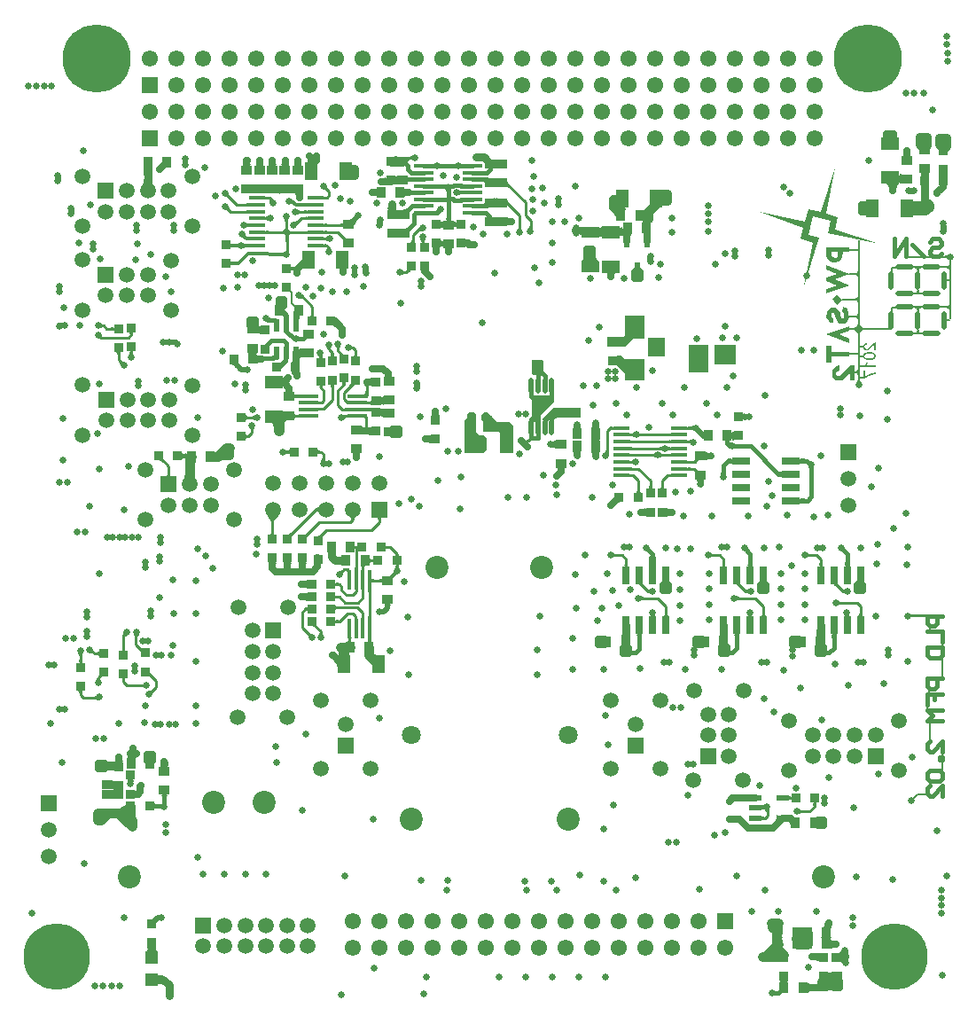
<source format=gbl>
G04 Layer_Physical_Order=6*
G04 Layer_Color=16711680*
%FSAX25Y25*%
%MOIN*%
G70*
G01*
G75*
%ADD10R,0.03543X0.03543*%
%ADD11R,0.03543X0.03543*%
%ADD12R,0.03937X0.03740*%
%ADD13R,0.02441X0.04803*%
%ADD15R,0.07087X0.04528*%
%ADD16R,0.03740X0.03937*%
%ADD17R,0.04528X0.07087*%
%ADD19R,0.06693X0.04331*%
%ADD20O,0.07677X0.01575*%
%ADD28R,0.02835X0.07008*%
%ADD29R,0.04803X0.02441*%
%ADD43R,0.06496X0.01181*%
%ADD47C,0.02500*%
%ADD48C,0.01000*%
%ADD49C,0.01100*%
%ADD50C,0.01500*%
%ADD51C,0.02000*%
%ADD52C,0.03000*%
%ADD53C,0.02600*%
%ADD54C,0.01600*%
%ADD55C,0.03500*%
%ADD56C,0.01200*%
%ADD58C,0.02400*%
%ADD59C,0.00900*%
%ADD60C,0.04000*%
%ADD64C,0.02700*%
%ADD66C,0.01968*%
%ADD68C,0.03937*%
%ADD71C,0.03150*%
%ADD74C,0.05905*%
%ADD75R,0.05905X0.05905*%
%ADD76R,0.05905X0.05905*%
%ADD77C,0.08661*%
%ADD78C,0.07087*%
%ADD79C,0.25590*%
%ADD80C,0.06102*%
%ADD81R,0.06102X0.06102*%
%ADD82C,0.02500*%
%ADD83C,0.02756*%
%ADD86C,0.01181*%
G04:AMPARAMS|DCode=87|XSize=20mil|YSize=12mil|CornerRadius=0.3mil|HoleSize=0mil|Usage=FLASHONLY|Rotation=270.000|XOffset=0mil|YOffset=0mil|HoleType=Round|Shape=RoundedRectangle|*
%AMROUNDEDRECTD87*
21,1,0.02000,0.01140,0,0,270.0*
21,1,0.01940,0.01200,0,0,270.0*
1,1,0.00060,-0.00570,-0.00970*
1,1,0.00060,-0.00570,0.00970*
1,1,0.00060,0.00570,0.00970*
1,1,0.00060,0.00570,-0.00970*
%
%ADD87ROUNDEDRECTD87*%
%ADD88O,0.01575X0.07677*%
%ADD89R,0.07008X0.02835*%
%ADD90O,0.01772X0.05905*%
G04:AMPARAMS|DCode=91|XSize=20mil|YSize=12mil|CornerRadius=0.3mil|HoleSize=0mil|Usage=FLASHONLY|Rotation=45.000|XOffset=0mil|YOffset=0mil|HoleType=Round|Shape=RoundedRectangle|*
%AMROUNDEDRECTD91*
21,1,0.02000,0.01140,0,0,45.0*
21,1,0.01940,0.01200,0,0,45.0*
1,1,0.00060,0.01089,0.00283*
1,1,0.00060,-0.00283,-0.01089*
1,1,0.00060,-0.01089,-0.00283*
1,1,0.00060,0.00283,0.01089*
%
%ADD91ROUNDEDRECTD91*%
%ADD92R,0.04724X0.04724*%
%ADD93C,0.00819*%
%ADD94C,0.02900*%
%ADD95C,0.00800*%
%ADD96C,0.00801*%
%ADD97C,0.00984*%
%ADD98C,0.03347*%
%ADD99C,0.01575*%
%ADD100C,0.25000*%
G36*
X0212270Y0170844D02*
X0212180Y0170891D01*
X0212055Y0170888D01*
X0211895Y0170836D01*
X0211699Y0170734D01*
X0211468Y0170582D01*
X0211202Y0170380D01*
X0210563Y0169827D01*
X0209782Y0169076D01*
X0208014Y0170844D01*
X0208415Y0171251D01*
X0209520Y0172529D01*
X0209672Y0172760D01*
X0209774Y0172956D01*
X0209827Y0173117D01*
X0209829Y0173241D01*
X0209782Y0173331D01*
X0212270Y0170844D01*
D02*
G37*
G36*
X0279682Y0172533D02*
X0279731Y0172430D01*
X0279811Y0172339D01*
X0279923Y0172261D01*
X0280066Y0172194D01*
X0280242Y0172140D01*
X0280451Y0172098D01*
X0280691Y0172067D01*
X0280962Y0172049D01*
X0281266Y0172043D01*
Y0170443D01*
X0280962Y0170437D01*
X0280451Y0170389D01*
X0280242Y0170347D01*
X0280066Y0170292D01*
X0279923Y0170226D01*
X0279811Y0170147D01*
X0279731Y0170056D01*
X0279682Y0169954D01*
X0279666Y0169839D01*
Y0172648D01*
X0279682Y0172533D01*
D02*
G37*
G36*
X0098889Y0166424D02*
X0098752Y0166629D01*
X0098614Y0166812D01*
X0098476Y0166974D01*
X0098337Y0167114D01*
X0098197Y0167233D01*
X0098056Y0167330D01*
X0097914Y0167405D01*
X0097772Y0167459D01*
X0097628Y0167492D01*
X0097484Y0167502D01*
Y0168502D01*
X0097628Y0168513D01*
X0097772Y0168545D01*
X0097914Y0168599D01*
X0098056Y0168675D01*
X0098197Y0168772D01*
X0098337Y0168891D01*
X0098476Y0169031D01*
X0098614Y0169193D01*
X0098752Y0169376D01*
X0098889Y0169581D01*
Y0166424D01*
D02*
G37*
G36*
X0228289Y0176612D02*
X0228304Y0176440D01*
X0228329Y0176288D01*
X0228364Y0176156D01*
X0228409Y0176045D01*
X0228464Y0175954D01*
X0228529Y0175883D01*
X0228604Y0175832D01*
X0228689Y0175802D01*
X0228784Y0175792D01*
X0226784D01*
X0226879Y0175802D01*
X0226964Y0175832D01*
X0227039Y0175883D01*
X0227104Y0175954D01*
X0227159Y0176045D01*
X0227204Y0176156D01*
X0227239Y0176288D01*
X0227264Y0176440D01*
X0227279Y0176612D01*
X0227284Y0176804D01*
X0228284D01*
X0228289Y0176612D01*
D02*
G37*
G36*
X0223789D02*
X0223804Y0176440D01*
X0223829Y0176288D01*
X0223864Y0176156D01*
X0223909Y0176045D01*
X0223964Y0175954D01*
X0224029Y0175883D01*
X0224104Y0175832D01*
X0224189Y0175802D01*
X0224284Y0175792D01*
X0222284D01*
X0222379Y0175802D01*
X0222464Y0175832D01*
X0222539Y0175883D01*
X0222604Y0175954D01*
X0222659Y0176045D01*
X0222704Y0176156D01*
X0222739Y0176288D01*
X0222764Y0176440D01*
X0222779Y0176612D01*
X0222784Y0176804D01*
X0223784D01*
X0223789Y0176612D01*
D02*
G37*
G36*
X0219289Y0175169D02*
X0219304Y0174997D01*
X0219329Y0174845D01*
X0219364Y0174713D01*
X0219409Y0174602D01*
X0219464Y0174511D01*
X0219529Y0174440D01*
X0219604Y0174390D01*
X0219689Y0174359D01*
X0219784Y0174349D01*
X0217784D01*
X0217879Y0174359D01*
X0217964Y0174390D01*
X0218039Y0174440D01*
X0218104Y0174511D01*
X0218159Y0174602D01*
X0218204Y0174713D01*
X0218239Y0174845D01*
X0218264Y0174997D01*
X0218279Y0175169D01*
X0218284Y0175361D01*
X0219284D01*
X0219289Y0175169D01*
D02*
G37*
G36*
X0122289Y0165053D02*
X0122204Y0165023D01*
X0122129Y0164973D01*
X0122064Y0164903D01*
X0122009Y0164813D01*
X0121964Y0164703D01*
X0121929Y0164573D01*
X0121904Y0164423D01*
X0121889Y0164253D01*
X0121884Y0164063D01*
X0120884D01*
X0120879Y0164253D01*
X0120864Y0164423D01*
X0120839Y0164573D01*
X0120804Y0164703D01*
X0120759Y0164813D01*
X0120704Y0164903D01*
X0120639Y0164973D01*
X0120564Y0165023D01*
X0120479Y0165053D01*
X0120384Y0165063D01*
X0122384D01*
X0122289Y0165053D01*
D02*
G37*
G36*
X0083668Y0166131D02*
X0083291Y0165667D01*
X0081764Y0163540D01*
X0081704Y0163397D01*
X0081684Y0163293D01*
X0080684Y0163362D01*
X0080667Y0163472D01*
X0080615Y0163623D01*
X0080528Y0163816D01*
X0080407Y0164050D01*
X0079835Y0165003D01*
X0078950Y0166331D01*
X0083668Y0166131D01*
D02*
G37*
G36*
X0081689Y0159412D02*
X0081704Y0159240D01*
X0081729Y0159088D01*
X0081764Y0158957D01*
X0081809Y0158845D01*
X0081864Y0158754D01*
X0081929Y0158683D01*
X0082004Y0158633D01*
X0082089Y0158602D01*
X0082184Y0158592D01*
X0080184D01*
X0080279Y0158602D01*
X0080364Y0158633D01*
X0080439Y0158683D01*
X0080504Y0158754D01*
X0080559Y0158845D01*
X0080604Y0158957D01*
X0080639Y0159088D01*
X0080664Y0159240D01*
X0080679Y0159412D01*
X0080684Y0159604D01*
X0081684D01*
X0081689Y0159412D01*
D02*
G37*
G36*
X0229562Y0168621D02*
X0229619Y0168534D01*
X0229714Y0168458D01*
X0229846Y0168392D01*
X0230017Y0168336D01*
X0230226Y0168290D01*
X0230472Y0168254D01*
X0230757Y0168229D01*
X0231440Y0168209D01*
Y0165709D01*
X0231080Y0165704D01*
X0230472Y0165663D01*
X0230226Y0165627D01*
X0230017Y0165582D01*
X0229846Y0165526D01*
X0229714Y0165460D01*
X0229619Y0165383D01*
X0229562Y0165297D01*
X0229543Y0165200D01*
Y0168717D01*
X0229562Y0168621D01*
D02*
G37*
G36*
X0221525Y0165200D02*
X0221506Y0165297D01*
X0221449Y0165383D01*
X0221355Y0165460D01*
X0221222Y0165526D01*
X0221051Y0165582D01*
X0220842Y0165627D01*
X0220596Y0165663D01*
X0220311Y0165688D01*
X0219628Y0165709D01*
Y0168209D01*
X0219988Y0168214D01*
X0220596Y0168254D01*
X0220842Y0168290D01*
X0221051Y0168336D01*
X0221222Y0168392D01*
X0221355Y0168458D01*
X0221449Y0168534D01*
X0221506Y0168621D01*
X0221525Y0168717D01*
Y0165200D01*
D02*
G37*
G36*
X0112623Y0165308D02*
X0112468Y0165202D01*
X0112331Y0165092D01*
X0112213Y0164978D01*
X0112112Y0164859D01*
X0112030Y0164736D01*
X0111966Y0164609D01*
X0111921Y0164478D01*
X0111893Y0164342D01*
X0111884Y0164202D01*
X0110884D01*
X0110875Y0164342D01*
X0110848Y0164478D01*
X0110802Y0164609D01*
X0110738Y0164736D01*
X0110656Y0164859D01*
X0110556Y0164978D01*
X0110437Y0165092D01*
X0110301Y0165202D01*
X0110145Y0165308D01*
X0109972Y0165409D01*
X0112796D01*
X0112623Y0165308D01*
D02*
G37*
G36*
X0240482Y0183371D02*
X0241045Y0182877D01*
X0241116Y0182832D01*
X0241173Y0182805D01*
X0241216Y0182795D01*
X0241245Y0182804D01*
X0240241Y0181996D01*
X0240253Y0182021D01*
X0240247Y0182062D01*
X0240222Y0182116D01*
X0240179Y0182186D01*
X0240116Y0182270D01*
X0239935Y0182484D01*
X0239522Y0182915D01*
X0240327Y0183523D01*
X0240482Y0183371D01*
D02*
G37*
G36*
X0251486Y0181878D02*
X0251516Y0181526D01*
X0251534Y0181426D01*
X0251556Y0181334D01*
X0251582Y0181251D01*
X0251612Y0181176D01*
X0251646Y0181110D01*
X0251684Y0181053D01*
X0249685D01*
X0249723Y0181110D01*
X0249757Y0181176D01*
X0249786Y0181251D01*
X0249812Y0181334D01*
X0249834Y0181426D01*
X0249852Y0181526D01*
X0249876Y0181752D01*
X0249882Y0181878D01*
X0249884Y0182013D01*
X0251484D01*
X0251486Y0181878D01*
D02*
G37*
G36*
X0241329Y0182528D02*
X0241409Y0182467D01*
X0241498Y0182411D01*
X0241595Y0182359D01*
X0241700Y0182313D01*
X0241814Y0182270D01*
X0241936Y0182232D01*
X0242206Y0182171D01*
X0242353Y0182147D01*
X0240996Y0180790D01*
X0240972Y0180937D01*
X0240911Y0181207D01*
X0240873Y0181329D01*
X0240831Y0181443D01*
X0240784Y0181548D01*
X0240732Y0181645D01*
X0240676Y0181734D01*
X0240616Y0181814D01*
X0240550Y0181886D01*
X0241257Y0182593D01*
X0241329Y0182528D01*
D02*
G37*
G36*
X0237354Y0183838D02*
X0237385Y0183825D01*
X0237435Y0183813D01*
X0237505Y0183803D01*
X0237704Y0183788D01*
X0238345Y0183775D01*
Y0182775D01*
X0238155Y0182774D01*
X0237385Y0182726D01*
X0237354Y0182712D01*
X0237345Y0182698D01*
Y0183853D01*
X0237354Y0183838D01*
D02*
G37*
G36*
X0215504D02*
X0215534Y0183825D01*
X0215584Y0183813D01*
X0215654Y0183803D01*
X0215854Y0183788D01*
X0216494Y0183775D01*
Y0182775D01*
X0216304Y0182774D01*
X0215534Y0182726D01*
X0215504Y0182712D01*
X0215494Y0182698D01*
Y0183853D01*
X0215504Y0183838D01*
D02*
G37*
G36*
X0052399Y0185952D02*
X0052274Y0185847D01*
X0052164Y0185672D01*
X0052069Y0185427D01*
X0051988Y0185112D01*
X0051922Y0184727D01*
X0051871Y0184272D01*
X0051812Y0183152D01*
X0051805Y0182487D01*
X0048305D01*
X0048310Y0183152D01*
X0048435Y0185112D01*
X0048492Y0185427D01*
X0048559Y0185672D01*
X0048637Y0185847D01*
X0048725Y0185952D01*
X0048824Y0185987D01*
X0052538D01*
X0052399Y0185952D01*
D02*
G37*
G36*
X0272697Y0180102D02*
X0272685Y0180167D01*
X0272651Y0180225D01*
X0272593Y0180276D01*
X0272512Y0180320D01*
X0272408Y0180358D01*
X0272281Y0180389D01*
X0272131Y0180413D01*
X0271958Y0180430D01*
X0271543Y0180443D01*
Y0182043D01*
X0271762Y0182047D01*
X0272131Y0182074D01*
X0272281Y0182098D01*
X0272408Y0182129D01*
X0272512Y0182166D01*
X0272593Y0182211D01*
X0272651Y0182262D01*
X0272685Y0182320D01*
X0272697Y0182385D01*
Y0180102D01*
D02*
G37*
G36*
X0051811Y0181408D02*
X0051860Y0180842D01*
X0051903Y0180582D01*
X0051958Y0180337D01*
X0052025Y0180107D01*
X0052105Y0179892D01*
X0052196Y0179692D01*
X0052300Y0179506D01*
X0052416Y0179336D01*
X0047694D01*
X0047810Y0179506D01*
X0047914Y0179692D01*
X0048006Y0179892D01*
X0048085Y0180107D01*
X0048152Y0180337D01*
X0048207Y0180582D01*
X0048250Y0180842D01*
X0048281Y0181118D01*
X0048305Y0181713D01*
X0051805D01*
X0051811Y0181408D01*
D02*
G37*
G36*
X0243627Y0179087D02*
X0243576Y0179042D01*
X0243531Y0178967D01*
X0243492Y0178862D01*
X0243459Y0178727D01*
X0243432Y0178562D01*
X0243411Y0178367D01*
X0243387Y0177887D01*
X0243384Y0177602D01*
X0240984D01*
X0240981Y0177887D01*
X0240936Y0178562D01*
X0240909Y0178727D01*
X0240876Y0178862D01*
X0240838Y0178967D01*
X0240792Y0179042D01*
X0240742Y0179087D01*
X0240685Y0179102D01*
X0243684D01*
X0243627Y0179087D01*
D02*
G37*
G36*
X0042686Y0181310D02*
X0042701Y0181138D01*
X0042726Y0180987D01*
X0042761Y0180855D01*
X0042806Y0180744D01*
X0042861Y0180653D01*
X0042926Y0180582D01*
X0043001Y0180531D01*
X0043086Y0180501D01*
X0043181Y0180491D01*
X0041181D01*
X0041276Y0180501D01*
X0041361Y0180531D01*
X0041436Y0180582D01*
X0041501Y0180653D01*
X0041556Y0180744D01*
X0041601Y0180855D01*
X0041636Y0180987D01*
X0041661Y0181138D01*
X0041676Y0181310D01*
X0041681Y0181503D01*
X0042681D01*
X0042686Y0181310D01*
D02*
G37*
G36*
X0230874Y0180139D02*
X0230864Y0180153D01*
X0230834Y0180166D01*
X0230784Y0180178D01*
X0230714Y0180188D01*
X0230514Y0180204D01*
X0229874Y0180216D01*
Y0181216D01*
X0230064Y0181217D01*
X0230834Y0181266D01*
X0230864Y0181279D01*
X0230874Y0181294D01*
Y0180139D01*
D02*
G37*
G36*
X0215504Y0181279D02*
X0215534Y0181266D01*
X0215584Y0181254D01*
X0215654Y0181244D01*
X0215854Y0181228D01*
X0216494Y0181216D01*
Y0180216D01*
X0216304Y0180215D01*
X0215534Y0180166D01*
X0215504Y0180153D01*
X0215494Y0180139D01*
Y0181294D01*
X0215504Y0181279D01*
D02*
G37*
G36*
X0089283Y0159094D02*
X0089062Y0158866D01*
X0088720Y0158468D01*
X0088598Y0158298D01*
X0088510Y0158147D01*
X0088454Y0158015D01*
X0088432Y0157902D01*
X0088443Y0157809D01*
X0088487Y0157735D01*
X0088564Y0157680D01*
X0086672Y0158592D01*
X0086771Y0158559D01*
X0086879Y0158549D01*
X0086996Y0158562D01*
X0087123Y0158599D01*
X0087260Y0158659D01*
X0087406Y0158743D01*
X0087562Y0158850D01*
X0087727Y0158980D01*
X0087902Y0159134D01*
X0088086Y0159311D01*
X0089283Y0159094D01*
D02*
G37*
G36*
X0287789Y0147620D02*
X0287804Y0147448D01*
X0287829Y0147296D01*
X0287864Y0147164D01*
X0287909Y0147053D01*
X0287964Y0146962D01*
X0288029Y0146891D01*
X0288104Y0146841D01*
X0288189Y0146810D01*
X0288284Y0146800D01*
X0286284D01*
X0286379Y0146810D01*
X0286464Y0146841D01*
X0286539Y0146891D01*
X0286604Y0146962D01*
X0286659Y0147053D01*
X0286704Y0147164D01*
X0286739Y0147296D01*
X0286764Y0147448D01*
X0286779Y0147620D01*
X0286784Y0147812D01*
X0287784D01*
X0287789Y0147620D01*
D02*
G37*
G36*
X0214689D02*
X0214704Y0147448D01*
X0214729Y0147296D01*
X0214764Y0147164D01*
X0214809Y0147053D01*
X0214864Y0146962D01*
X0214929Y0146891D01*
X0215004Y0146841D01*
X0215089Y0146810D01*
X0215184Y0146800D01*
X0213184D01*
X0213279Y0146810D01*
X0213364Y0146841D01*
X0213439Y0146891D01*
X0213504Y0146962D01*
X0213559Y0147053D01*
X0213604Y0147164D01*
X0213639Y0147296D01*
X0213664Y0147448D01*
X0213679Y0147620D01*
X0213684Y0147812D01*
X0214684D01*
X0214689Y0147620D01*
D02*
G37*
G36*
X0251391Y0147612D02*
X0251406Y0147440D01*
X0251431Y0147288D01*
X0251466Y0147156D01*
X0251511Y0147045D01*
X0251566Y0146954D01*
X0251631Y0146883D01*
X0251706Y0146832D01*
X0251791Y0146802D01*
X0251886Y0146792D01*
X0249886D01*
X0249981Y0146802D01*
X0250066Y0146832D01*
X0250141Y0146883D01*
X0250206Y0146954D01*
X0250261Y0147045D01*
X0250306Y0147156D01*
X0250341Y0147288D01*
X0250366Y0147440D01*
X0250381Y0147612D01*
X0250386Y0147804D01*
X0251386D01*
X0251391Y0147612D01*
D02*
G37*
G36*
X0298015Y0148027D02*
X0298036Y0147772D01*
X0298070Y0147547D01*
X0298117Y0147352D01*
X0298178Y0147187D01*
X0298253Y0147052D01*
X0298342Y0146947D01*
X0298444Y0146872D01*
X0298559Y0146827D01*
X0298689Y0146812D01*
X0295880D01*
X0295999Y0146827D01*
X0296106Y0146872D01*
X0296200Y0146947D01*
X0296282Y0147052D01*
X0296351Y0147187D01*
X0296408Y0147352D01*
X0296452Y0147547D01*
X0296483Y0147772D01*
X0296502Y0148027D01*
X0296508Y0148312D01*
X0298008D01*
X0298015Y0148027D01*
D02*
G37*
G36*
X0225436Y0148837D02*
X0225559Y0146837D01*
X0225589Y0146812D01*
X0222780D01*
X0222809Y0146837D01*
X0222835Y0146912D01*
X0222859Y0147037D01*
X0222879Y0147212D01*
X0222909Y0147712D01*
X0222934Y0149312D01*
X0225434D01*
X0225436Y0148837D01*
D02*
G37*
G36*
X0261615Y0148019D02*
X0261636Y0147764D01*
X0261670Y0147539D01*
X0261718Y0147344D01*
X0261779Y0147179D01*
X0261854Y0147044D01*
X0261943Y0146939D01*
X0262045Y0146864D01*
X0262161Y0146819D01*
X0262291Y0146804D01*
X0259482D01*
X0259601Y0146819D01*
X0259707Y0146864D01*
X0259801Y0146939D01*
X0259883Y0147044D01*
X0259952Y0147179D01*
X0260008Y0147344D01*
X0260052Y0147539D01*
X0260083Y0147764D01*
X0260102Y0148019D01*
X0260108Y0148304D01*
X0261608D01*
X0261615Y0148019D01*
D02*
G37*
G36*
X0088480Y0147975D02*
X0088393Y0147900D01*
X0088317Y0147775D01*
X0088251Y0147600D01*
X0088195Y0147375D01*
X0088149Y0147100D01*
X0088113Y0146775D01*
X0088073Y0145975D01*
X0088068Y0145500D01*
X0085568D01*
X0085562Y0145975D01*
X0085486Y0147100D01*
X0085440Y0147375D01*
X0085385Y0147600D01*
X0085318Y0147775D01*
X0085242Y0147900D01*
X0085156Y0147975D01*
X0085059Y0148000D01*
X0088576D01*
X0088480Y0147975D01*
D02*
G37*
G36*
X0116113Y0146767D02*
X0116028Y0146737D01*
X0115953Y0146687D01*
X0115888Y0146617D01*
X0115833Y0146527D01*
X0115788Y0146417D01*
X0115753Y0146287D01*
X0115728Y0146137D01*
X0115713Y0145967D01*
X0115710Y0145860D01*
X0115710Y0145852D01*
X0115745Y0145372D01*
X0115766Y0145236D01*
X0115821Y0145001D01*
X0115855Y0144902D01*
X0115895Y0144815D01*
X0115938Y0144740D01*
X0114478D01*
X0114521Y0144815D01*
X0114560Y0144902D01*
X0114595Y0145001D01*
X0114625Y0145113D01*
X0114650Y0145236D01*
X0114687Y0145520D01*
X0114699Y0145679D01*
X0114705Y0145905D01*
X0114703Y0145967D01*
X0114688Y0146137D01*
X0114663Y0146287D01*
X0114628Y0146417D01*
X0114583Y0146527D01*
X0114528Y0146617D01*
X0114463Y0146687D01*
X0114388Y0146737D01*
X0114303Y0146767D01*
X0114208Y0146777D01*
X0116208D01*
X0116113Y0146767D01*
D02*
G37*
G36*
X0113210Y0145852D02*
X0113245Y0145372D01*
X0113266Y0145236D01*
X0113321Y0145001D01*
X0113355Y0144902D01*
X0113395Y0144815D01*
X0113438Y0144740D01*
X0111978D01*
X0112021Y0144815D01*
X0112060Y0144902D01*
X0112095Y0145001D01*
X0112125Y0145113D01*
X0112150Y0145236D01*
X0112187Y0145520D01*
X0112199Y0145679D01*
X0112208Y0146036D01*
X0113208D01*
X0113210Y0145852D01*
D02*
G37*
G36*
X0082846Y0147979D02*
X0082760Y0147916D01*
X0082683Y0147812D01*
X0082617Y0147665D01*
X0082561Y0147476D01*
X0082516Y0147245D01*
X0082480Y0146972D01*
X0082439Y0146301D01*
X0082434Y0145902D01*
X0079934D01*
X0079929Y0146301D01*
X0079853Y0147245D01*
X0079807Y0147476D01*
X0079751Y0147665D01*
X0079685Y0147812D01*
X0079609Y0147916D01*
X0079522Y0147979D01*
X0079426Y0148000D01*
X0082943D01*
X0082846Y0147979D01*
D02*
G37*
G36*
X0128906Y0146964D02*
X0128821Y0146934D01*
X0128746Y0146884D01*
X0128681Y0146814D01*
X0128626Y0146724D01*
X0128581Y0146614D01*
X0128562Y0146542D01*
X0128581Y0146482D01*
X0128626Y0146370D01*
X0128681Y0146253D01*
X0128746Y0146133D01*
X0128906Y0145882D01*
X0129001Y0145751D01*
X0127002D01*
X0127097Y0145882D01*
X0127257Y0146133D01*
X0127321Y0146253D01*
X0127376Y0146370D01*
X0127421Y0146482D01*
X0127441Y0146542D01*
X0127421Y0146614D01*
X0127376Y0146724D01*
X0127321Y0146814D01*
X0127256Y0146884D01*
X0127181Y0146934D01*
X0127096Y0146964D01*
X0127001Y0146974D01*
X0129001D01*
X0128906Y0146964D01*
D02*
G37*
G36*
X0094113Y0147975D02*
X0094026Y0147900D01*
X0093950Y0147775D01*
X0093884Y0147600D01*
X0093828Y0147375D01*
X0093782Y0147100D01*
X0093747Y0146775D01*
X0093706Y0145975D01*
X0093701Y0145500D01*
X0091201D01*
X0091196Y0145975D01*
X0091119Y0147100D01*
X0091074Y0147375D01*
X0091018Y0147600D01*
X0090952Y0147775D01*
X0090875Y0147900D01*
X0090789Y0147975D01*
X0090692Y0148000D01*
X0094210D01*
X0094113Y0147975D01*
D02*
G37*
G36*
X0123758Y0154638D02*
X0123788Y0154552D01*
X0123839Y0154478D01*
X0123910Y0154412D01*
X0124001Y0154358D01*
X0124112Y0154313D01*
X0124244Y0154278D01*
X0124396Y0154253D01*
X0124568Y0154237D01*
X0124760Y0154233D01*
Y0153233D01*
X0124568Y0153227D01*
X0124396Y0153212D01*
X0124244Y0153188D01*
X0124112Y0153153D01*
X0124001Y0153108D01*
X0123910Y0153052D01*
X0123839Y0152988D01*
X0123788Y0152912D01*
X0123758Y0152828D01*
X0123748Y0152733D01*
Y0154733D01*
X0123758Y0154638D01*
D02*
G37*
G36*
X0296253Y0153687D02*
X0296277Y0153603D01*
X0296309Y0153518D01*
X0296350Y0153431D01*
X0296399Y0153343D01*
X0296456Y0153255D01*
X0296522Y0153165D01*
X0296677Y0152981D01*
X0296767Y0152887D01*
X0295707Y0151826D01*
X0295613Y0151917D01*
X0295429Y0152072D01*
X0295339Y0152137D01*
X0295250Y0152195D01*
X0295162Y0152244D01*
X0295076Y0152284D01*
X0294991Y0152316D01*
X0294906Y0152341D01*
X0294824Y0152357D01*
X0296237Y0153770D01*
X0296253Y0153687D01*
D02*
G37*
G36*
X0259853D02*
X0259877Y0153603D01*
X0259910Y0153518D01*
X0259950Y0153431D01*
X0259999Y0153343D01*
X0260056Y0153255D01*
X0260122Y0153165D01*
X0260277Y0152981D01*
X0260367Y0152887D01*
X0259307Y0151826D01*
X0259213Y0151917D01*
X0259029Y0152072D01*
X0258939Y0152137D01*
X0258850Y0152195D01*
X0258762Y0152244D01*
X0258676Y0152284D01*
X0258591Y0152316D01*
X0258506Y0152341D01*
X0258424Y0152357D01*
X0259837Y0153770D01*
X0259853Y0153687D01*
D02*
G37*
G36*
X0094917Y0158604D02*
X0094718Y0158398D01*
X0094404Y0158029D01*
X0094290Y0157866D01*
X0094204Y0157718D01*
X0094146Y0157583D01*
X0094116Y0157463D01*
X0094115Y0157358D01*
X0094142Y0157267D01*
X0094198Y0157190D01*
X0092795Y0158592D01*
X0092872Y0158537D01*
X0092963Y0158510D01*
X0093069Y0158511D01*
X0093189Y0158541D01*
X0093323Y0158598D01*
X0093471Y0158684D01*
X0093634Y0158799D01*
X0093812Y0158941D01*
X0094210Y0159311D01*
X0094917Y0158604D01*
D02*
G37*
G36*
X0100425Y0158477D02*
X0100075Y0158081D01*
X0100033Y0158018D01*
X0100008Y0157968D01*
X0100002Y0157933D01*
X0100013Y0157911D01*
X0100043Y0157904D01*
X0097729Y0157892D01*
X0097869Y0157900D01*
X0098009Y0157922D01*
X0098149Y0157959D01*
X0098290Y0158009D01*
X0098432Y0158074D01*
X0098573Y0158153D01*
X0098715Y0158246D01*
X0098857Y0158354D01*
X0099000Y0158475D01*
X0099143Y0158611D01*
X0100557D01*
X0100425Y0158477D01*
D02*
G37*
G36*
X0113168Y0153131D02*
X0113162Y0153150D01*
X0113143Y0153167D01*
X0113113Y0153183D01*
X0113070Y0153196D01*
X0113014Y0153207D01*
X0112947Y0153216D01*
X0112775Y0153228D01*
X0112554Y0153233D01*
Y0153733D01*
X0112354Y0153225D01*
X0111347Y0153233D01*
X0112554Y0154233D01*
X0112671Y0154234D01*
X0113014Y0154258D01*
X0113070Y0154269D01*
X0113113Y0154282D01*
X0113143Y0154298D01*
X0113162Y0154315D01*
X0113168Y0154334D01*
Y0153131D01*
D02*
G37*
G36*
X0209181Y0151699D02*
X0209433Y0151539D01*
X0209553Y0151474D01*
X0209669Y0151419D01*
X0209782Y0151374D01*
X0209891Y0151339D01*
X0209996Y0151314D01*
X0210097Y0151299D01*
X0210195Y0151294D01*
Y0150294D01*
X0210097Y0150289D01*
X0209996Y0150274D01*
X0209891Y0150249D01*
X0209782Y0150214D01*
X0209669Y0150169D01*
X0209553Y0150114D01*
X0209433Y0150049D01*
X0209181Y0149889D01*
X0209050Y0149794D01*
Y0151794D01*
X0209181Y0151699D01*
D02*
G37*
G36*
X0245883Y0151690D02*
X0246135Y0151530D01*
X0246255Y0151465D01*
X0246371Y0151410D01*
X0246484Y0151366D01*
X0246593Y0151331D01*
X0246698Y0151306D01*
X0246799Y0151291D01*
X0246897Y0151286D01*
Y0150286D01*
X0246799Y0150281D01*
X0246698Y0150266D01*
X0246593Y0150241D01*
X0246484Y0150206D01*
X0246371Y0150161D01*
X0246255Y0150106D01*
X0246135Y0150041D01*
X0245883Y0149881D01*
X0245752Y0149786D01*
Y0151785D01*
X0245883Y0151690D01*
D02*
G37*
G36*
X0119168Y0147732D02*
X0119158Y0147827D01*
X0119128Y0147913D01*
X0119077Y0147987D01*
X0119006Y0148053D01*
X0118915Y0148108D01*
X0118804Y0148152D01*
X0118672Y0148187D01*
X0118520Y0148213D01*
X0118507Y0148214D01*
X0118494Y0148213D01*
X0118342Y0148187D01*
X0118211Y0148152D01*
X0118099Y0148108D01*
X0118008Y0148053D01*
X0117937Y0147987D01*
X0117887Y0147913D01*
X0117857Y0147827D01*
X0117846Y0147732D01*
Y0149732D01*
X0117857Y0149637D01*
X0117887Y0149553D01*
X0117937Y0149478D01*
X0118008Y0149413D01*
X0118099Y0149357D01*
X0118211Y0149312D01*
X0118342Y0149277D01*
X0118494Y0149252D01*
X0118507Y0149251D01*
X0118520Y0149252D01*
X0118672Y0149277D01*
X0118804Y0149312D01*
X0118915Y0149357D01*
X0119006Y0149413D01*
X0119077Y0149478D01*
X0119128Y0149553D01*
X0119158Y0149637D01*
X0119168Y0149732D01*
Y0147732D01*
D02*
G37*
G36*
X0223153Y0153687D02*
X0223177Y0153603D01*
X0223210Y0153518D01*
X0223250Y0153431D01*
X0223299Y0153343D01*
X0223356Y0153255D01*
X0223422Y0153165D01*
X0223577Y0152981D01*
X0223667Y0152887D01*
X0222607Y0151826D01*
X0222513Y0151917D01*
X0222329Y0152072D01*
X0222239Y0152137D01*
X0222150Y0152195D01*
X0222062Y0152244D01*
X0221976Y0152284D01*
X0221891Y0152316D01*
X0221807Y0152341D01*
X0221724Y0152357D01*
X0223137Y0153770D01*
X0223153Y0153687D01*
D02*
G37*
G36*
X0128504Y0151132D02*
X0128528Y0150874D01*
X0128548Y0150769D01*
X0128575Y0150681D01*
X0128607Y0150608D01*
X0128645Y0150552D01*
X0128690Y0150511D01*
X0128740Y0150487D01*
X0128796Y0150479D01*
X0127207D01*
X0127263Y0150487D01*
X0127313Y0150511D01*
X0127357Y0150552D01*
X0127395Y0150608D01*
X0127428Y0150681D01*
X0127454Y0150769D01*
X0127475Y0150874D01*
X0127489Y0150995D01*
X0127498Y0151132D01*
X0127501Y0151285D01*
X0128501D01*
X0128504Y0151132D01*
D02*
G37*
G36*
X0282281Y0151699D02*
X0282533Y0151539D01*
X0282653Y0151474D01*
X0282769Y0151419D01*
X0282882Y0151374D01*
X0282991Y0151339D01*
X0283096Y0151314D01*
X0283197Y0151299D01*
X0283295Y0151294D01*
Y0150294D01*
X0283197Y0150289D01*
X0283096Y0150274D01*
X0282991Y0150249D01*
X0282882Y0150214D01*
X0282769Y0150169D01*
X0282653Y0150114D01*
X0282533Y0150049D01*
X0282281Y0149889D01*
X0282150Y0149794D01*
Y0151794D01*
X0282281Y0151699D01*
D02*
G37*
G36*
X0254109Y0197514D02*
X0254181Y0197386D01*
X0254301Y0197273D01*
X0254469Y0197174D01*
X0254541Y0197146D01*
X0254610Y0197176D01*
X0254730Y0197260D01*
X0254802Y0197355D01*
X0254826Y0197461D01*
Y0197055D01*
X0254949Y0197023D01*
X0255261Y0196970D01*
X0255621Y0196933D01*
X0256485Y0196902D01*
Y0194502D01*
X0256029Y0194495D01*
X0255261Y0194434D01*
X0254949Y0194381D01*
X0254826Y0194350D01*
Y0193944D01*
X0254802Y0194050D01*
X0254730Y0194145D01*
X0254610Y0194229D01*
X0254541Y0194258D01*
X0254469Y0194230D01*
X0254301Y0194132D01*
X0254181Y0194019D01*
X0254109Y0193890D01*
X0254085Y0193747D01*
Y0194389D01*
X0253962Y0194413D01*
X0253650Y0194452D01*
X0253047Y0194487D01*
X0253034Y0194342D01*
X0253028Y0194088D01*
X0251428D01*
X0251426Y0194220D01*
X0251402Y0194558D01*
X0251388Y0194652D01*
X0251370Y0194737D01*
X0251349Y0194812D01*
X0251325Y0194878D01*
X0251298Y0194935D01*
X0251268Y0194982D01*
X0252426D01*
Y0196902D01*
X0252882Y0196908D01*
X0253962Y0196992D01*
X0254085Y0197015D01*
Y0197658D01*
X0254109Y0197514D01*
D02*
G37*
G36*
X0230874Y0192934D02*
X0230864Y0192949D01*
X0230834Y0192962D01*
X0230784Y0192973D01*
X0230714Y0192983D01*
X0230514Y0192999D01*
X0229874Y0193011D01*
Y0194011D01*
X0230064Y0194012D01*
X0230834Y0194061D01*
X0230864Y0194074D01*
X0230874Y0194089D01*
Y0192934D01*
D02*
G37*
G36*
X0215504Y0194074D02*
X0215534Y0194061D01*
X0215584Y0194049D01*
X0215654Y0194039D01*
X0215854Y0194024D01*
X0216494Y0194011D01*
Y0193011D01*
X0216304Y0193011D01*
X0215534Y0192962D01*
X0215504Y0192949D01*
X0215494Y0192934D01*
Y0194089D01*
X0215504Y0194074D01*
D02*
G37*
G36*
X0179282Y0196241D02*
X0179280Y0196204D01*
X0179272Y0194999D01*
X0177772D01*
X0177758Y0196254D01*
X0179285D01*
X0179282Y0196241D01*
D02*
G37*
G36*
X0071255Y0196216D02*
X0071282Y0196155D01*
X0071325Y0196100D01*
X0071387Y0196053D01*
X0071465Y0196013D01*
X0071562Y0195980D01*
X0071676Y0195955D01*
X0071807Y0195937D01*
X0071956Y0195926D01*
X0072122Y0195922D01*
Y0194922D01*
X0071956Y0194918D01*
X0071676Y0194889D01*
X0071562Y0194864D01*
X0071465Y0194831D01*
X0071387Y0194791D01*
X0071325Y0194744D01*
X0071282Y0194690D01*
X0071255Y0194628D01*
X0071247Y0194559D01*
Y0196285D01*
X0071255Y0196216D01*
D02*
G37*
G36*
X0238662Y0192422D02*
X0238529Y0192534D01*
X0238277Y0192723D01*
X0238158Y0192799D01*
X0238043Y0192864D01*
X0237933Y0192917D01*
X0237827Y0192958D01*
X0237738Y0192984D01*
X0237385Y0192962D01*
X0237354Y0192949D01*
X0237345Y0192934D01*
Y0194089D01*
X0237354Y0194074D01*
X0237385Y0194061D01*
X0237435Y0194049D01*
X0237505Y0194039D01*
X0237704Y0194024D01*
X0237822Y0194022D01*
X0237875Y0194028D01*
X0237984Y0194048D01*
X0238095Y0194076D01*
X0238208Y0194113D01*
X0238323Y0194157D01*
X0238562Y0194270D01*
X0238685Y0194339D01*
X0238809Y0194416D01*
X0238662Y0192422D01*
D02*
G37*
G36*
X0254792Y0192764D02*
X0254858Y0192730D01*
X0254933Y0192700D01*
X0255016Y0192674D01*
X0255108Y0192652D01*
X0255208Y0192634D01*
X0255434Y0192610D01*
X0255560Y0192604D01*
X0255695Y0192602D01*
Y0191002D01*
X0255560Y0191000D01*
X0255208Y0190971D01*
X0255108Y0190953D01*
X0255016Y0190930D01*
X0254933Y0190905D01*
X0254858Y0190875D01*
X0254792Y0190841D01*
X0254735Y0190803D01*
Y0192802D01*
X0254792Y0192764D01*
D02*
G37*
G36*
X0187741Y0190645D02*
X0187723Y0190759D01*
X0187668Y0190861D01*
X0187578Y0190951D01*
X0187451Y0191029D01*
X0187287Y0191095D01*
X0187088Y0191149D01*
X0186852Y0191192D01*
X0186580Y0191222D01*
X0185928Y0191246D01*
Y0193646D01*
X0186272Y0193652D01*
X0186852Y0193700D01*
X0187088Y0193742D01*
X0187287Y0193796D01*
X0187451Y0193862D01*
X0187578Y0193940D01*
X0187668Y0194030D01*
X0187723Y0194133D01*
X0187741Y0194247D01*
Y0190645D01*
D02*
G37*
G36*
X0229566Y0191857D02*
X0229817Y0191697D01*
X0229937Y0191632D01*
X0230054Y0191577D01*
X0230166Y0191532D01*
X0230275Y0191497D01*
X0230378Y0191473D01*
X0230834Y0191502D01*
X0230864Y0191515D01*
X0230874Y0191530D01*
Y0190375D01*
X0230864Y0190390D01*
X0230834Y0190403D01*
X0230784Y0190414D01*
X0230714Y0190424D01*
X0230514Y0190440D01*
X0230441Y0190441D01*
X0230381Y0190432D01*
X0230275Y0190407D01*
X0230166Y0190372D01*
X0230054Y0190328D01*
X0229937Y0190272D01*
X0229817Y0190208D01*
X0229566Y0190048D01*
X0229435Y0189953D01*
Y0191952D01*
X0229566Y0191857D01*
D02*
G37*
G36*
X0140726Y0192700D02*
X0140705Y0192778D01*
X0140642Y0192848D01*
X0140537Y0192909D01*
X0140390Y0192962D01*
X0140201Y0193007D01*
X0139970Y0193044D01*
X0139698Y0193072D01*
X0139026Y0193105D01*
X0138628Y0193109D01*
Y0195809D01*
X0139026Y0195813D01*
X0139970Y0195875D01*
X0140201Y0195911D01*
X0140390Y0195956D01*
X0140537Y0196009D01*
X0140642Y0196071D01*
X0140705Y0196140D01*
X0140726Y0196218D01*
Y0192700D01*
D02*
G37*
G36*
X0203891Y0195602D02*
X0203943Y0194834D01*
X0203986Y0194547D01*
X0204541D01*
X0204416Y0194523D01*
X0204305Y0194451D01*
X0204206Y0194331D01*
X0204121Y0194163D01*
X0204101Y0194102D01*
X0204121Y0194042D01*
X0204206Y0193874D01*
X0204305Y0193754D01*
X0204416Y0193682D01*
X0204541Y0193658D01*
X0203986D01*
X0203943Y0193371D01*
X0203910Y0193011D01*
X0203884Y0192147D01*
X0201484D01*
X0201478Y0192603D01*
X0201425Y0193371D01*
X0201383Y0193658D01*
X0200827D01*
X0200952Y0193682D01*
X0201064Y0193754D01*
X0201162Y0193874D01*
X0201248Y0194042D01*
X0201268Y0194102D01*
X0201248Y0194163D01*
X0201162Y0194331D01*
X0201064Y0194451D01*
X0200952Y0194523D01*
X0200827Y0194547D01*
X0201383D01*
X0201425Y0194834D01*
X0201458Y0195194D01*
X0201484Y0196058D01*
X0203884D01*
X0203891Y0195602D01*
D02*
G37*
G36*
X0253180Y0193737D02*
X0253148Y0193707D01*
X0253120Y0193658D01*
X0253095Y0193589D01*
X0253075Y0193500D01*
X0253058Y0193391D01*
X0253037Y0193142D01*
X0253044Y0193138D01*
X0253137Y0193095D01*
X0253235Y0193061D01*
X0253337Y0193037D01*
X0253444Y0193023D01*
X0253555Y0193018D01*
X0253671Y0193023D01*
X0253792Y0193037D01*
X0252851Y0191276D01*
X0251700Y0192155D01*
X0252264Y0192759D01*
X0251428D01*
X0251426Y0192947D01*
X0251397Y0193391D01*
X0251381Y0193500D01*
X0251360Y0193589D01*
X0251336Y0193658D01*
X0251307Y0193707D01*
X0251275Y0193737D01*
X0251240Y0193747D01*
X0253215D01*
X0253180Y0193737D01*
D02*
G37*
G36*
X0128726Y0197461D02*
Y0194961D01*
X0126940Y0195202D01*
X0126934Y0196445D01*
X0126928Y0196408D01*
X0126931Y0197159D01*
X0126928Y0197996D01*
X0126935Y0197956D01*
X0126940Y0198916D01*
X0128726Y0199444D01*
Y0197461D01*
D02*
G37*
G36*
X0074489Y0198721D02*
X0074329Y0198469D01*
X0074264Y0198349D01*
X0074209Y0198233D01*
X0074164Y0198120D01*
X0074129Y0198011D01*
X0074104Y0197906D01*
X0074089Y0197804D01*
X0074084Y0197707D01*
X0073084D01*
X0073079Y0197804D01*
X0073064Y0197906D01*
X0073039Y0198011D01*
X0073004Y0198120D01*
X0072959Y0198233D01*
X0072904Y0198349D01*
X0072839Y0198469D01*
X0072680Y0198721D01*
X0072585Y0198852D01*
X0074584D01*
X0074489Y0198721D01*
D02*
G37*
G36*
X0239534Y0199567D02*
X0239564Y0199589D01*
Y0197670D01*
X0239534Y0197692D01*
Y0197630D01*
X0239402Y0197725D01*
X0239151Y0197885D01*
X0239031Y0197950D01*
X0238915Y0198005D01*
X0238802Y0198050D01*
X0238693Y0198085D01*
X0238588Y0198110D01*
X0238486Y0198125D01*
X0238389Y0198129D01*
Y0199129D01*
X0238486Y0199135D01*
X0238588Y0199150D01*
X0238693Y0199174D01*
X0238802Y0199209D01*
X0238915Y0199254D01*
X0239031Y0199309D01*
X0239151Y0199374D01*
X0239402Y0199534D01*
X0239534Y0199629D01*
Y0199567D01*
D02*
G37*
G36*
X0196800Y0199626D02*
X0196859Y0198810D01*
X0196886Y0198679D01*
X0196917Y0198577D01*
X0196954Y0198504D01*
X0196996Y0198460D01*
X0197042Y0198446D01*
X0194153D01*
X0194200Y0198460D01*
X0194241Y0198504D01*
X0194278Y0198577D01*
X0194310Y0198679D01*
X0194336Y0198810D01*
X0194359Y0198970D01*
X0194388Y0199378D01*
X0194398Y0199902D01*
X0196798D01*
X0196800Y0199626D01*
D02*
G37*
G36*
X0237354Y0199192D02*
X0237385Y0199179D01*
X0237435Y0199168D01*
X0237505Y0199158D01*
X0237704Y0199142D01*
X0238345Y0199129D01*
Y0198129D01*
X0238155Y0198129D01*
X0237385Y0198080D01*
X0237354Y0198067D01*
X0237345Y0198052D01*
Y0199207D01*
X0237354Y0199192D01*
D02*
G37*
G36*
X0209024Y0198052D02*
X0209016Y0198067D01*
X0208992Y0198080D01*
X0208951Y0198091D01*
X0208894Y0198102D01*
X0208821Y0198110D01*
X0208626Y0198123D01*
X0208211Y0198129D01*
Y0199129D01*
X0208366Y0199130D01*
X0208951Y0199168D01*
X0208992Y0199179D01*
X0209016Y0199192D01*
X0209024Y0199207D01*
Y0198052D01*
D02*
G37*
G36*
X0230874Y0195493D02*
X0230864Y0195508D01*
X0230834Y0195521D01*
X0230784Y0195532D01*
X0230714Y0195543D01*
X0230514Y0195558D01*
X0229874Y0195570D01*
Y0196570D01*
X0230064Y0196571D01*
X0230834Y0196620D01*
X0230864Y0196633D01*
X0230874Y0196648D01*
Y0195493D01*
D02*
G37*
G36*
X0218866Y0196975D02*
X0219117Y0196815D01*
X0219237Y0196750D01*
X0219354Y0196695D01*
X0219466Y0196650D01*
X0219575Y0196615D01*
X0219681Y0196590D01*
X0219782Y0196575D01*
X0219880Y0196570D01*
Y0195570D01*
X0219782Y0195565D01*
X0219681Y0195551D01*
X0219575Y0195526D01*
X0219466Y0195491D01*
X0219354Y0195446D01*
X0219237Y0195391D01*
X0219117Y0195326D01*
X0218866Y0195166D01*
X0218735Y0195071D01*
Y0197070D01*
X0218866Y0196975D01*
D02*
G37*
G36*
X0181842Y0196241D02*
X0181839Y0196204D01*
X0181831Y0194999D01*
X0180331D01*
X0180317Y0196254D01*
X0181844D01*
X0181842Y0196241D01*
D02*
G37*
G36*
X0085309Y0200632D02*
X0085381Y0200540D01*
X0085445Y0200387D01*
X0085500Y0200173D01*
X0085547Y0199897D01*
X0085585Y0199561D01*
X0085636Y0198704D01*
X0085653Y0197602D01*
X0081716D01*
X0081705Y0198184D01*
X0081617Y0199163D01*
X0081541Y0199561D01*
X0081443Y0199897D01*
X0081323Y0200173D01*
X0081181Y0200387D01*
X0081017Y0200540D01*
X0080832Y0200632D01*
X0080624Y0200662D01*
X0085228D01*
X0085309Y0200632D01*
D02*
G37*
G36*
X0217234Y0195071D02*
X0217102Y0195166D01*
X0216851Y0195326D01*
X0216731Y0195391D01*
X0216615Y0195446D01*
X0216502Y0195491D01*
X0216393Y0195526D01*
X0216288Y0195551D01*
X0216202Y0195563D01*
X0215534Y0195521D01*
X0215504Y0195508D01*
X0215494Y0195493D01*
Y0196648D01*
X0215504Y0196633D01*
X0215534Y0196620D01*
X0215584Y0196608D01*
X0215654Y0196598D01*
X0215854Y0196583D01*
X0216192Y0196576D01*
X0216288Y0196590D01*
X0216393Y0196615D01*
X0216502Y0196650D01*
X0216615Y0196695D01*
X0216731Y0196750D01*
X0216851Y0196815D01*
X0217102Y0196975D01*
X0217234Y0197070D01*
Y0195071D01*
D02*
G37*
G36*
X0114665Y0199585D02*
X0114740Y0199391D01*
X0114865Y0199220D01*
X0115040Y0199071D01*
X0115265Y0198945D01*
X0115540Y0198842D01*
X0115803Y0198777D01*
X0116506Y0199481D01*
X0117264Y0198723D01*
X0117526Y0198740D01*
X0117801Y0198786D01*
X0118026Y0198842D01*
X0118201Y0198908D01*
X0118326Y0198985D01*
X0118401Y0199071D01*
X0118426Y0199168D01*
Y0197923D01*
X0118784Y0197702D01*
X0118426D01*
Y0195650D01*
X0118401Y0195747D01*
X0118326Y0195834D01*
X0118201Y0195910D01*
X0118026Y0195976D01*
X0117801Y0196032D01*
X0117526Y0196078D01*
X0117201Y0196113D01*
X0116600Y0196144D01*
X0114640Y0196089D01*
Y0197702D01*
X0114184D01*
X0114640Y0197968D01*
Y0199803D01*
X0114665Y0199585D01*
D02*
G37*
G36*
X0215504Y0191515D02*
X0215534Y0191502D01*
X0215584Y0191490D01*
X0215654Y0191480D01*
X0215854Y0191465D01*
X0216494Y0191452D01*
Y0190452D01*
X0216304Y0190452D01*
X0215534Y0190403D01*
X0215504Y0190390D01*
X0215494Y0190375D01*
Y0191530D01*
X0215504Y0191515D01*
D02*
G37*
G36*
X0244146Y0189768D02*
X0244202Y0189658D01*
X0244295Y0189561D01*
X0244425Y0189478D01*
X0244592Y0189407D01*
X0244796Y0189349D01*
X0245037Y0189304D01*
X0245316Y0189271D01*
X0245632Y0189252D01*
X0245984Y0189246D01*
Y0186846D01*
X0245632Y0186839D01*
X0245037Y0186788D01*
X0244796Y0186743D01*
X0244592Y0186685D01*
X0244425Y0186614D01*
X0244295Y0186530D01*
X0244202Y0186433D01*
X0244146Y0186324D01*
X0244128Y0186201D01*
Y0189890D01*
X0244146Y0189768D01*
D02*
G37*
G36*
X0100798Y0187159D02*
X0100813Y0187057D01*
X0100838Y0186952D01*
X0100873Y0186843D01*
X0100917Y0186731D01*
X0100972Y0186614D01*
X0101037Y0186494D01*
X0101197Y0186243D01*
X0101292Y0186112D01*
X0099293D01*
X0099388Y0186243D01*
X0099548Y0186494D01*
X0099613Y0186614D01*
X0099668Y0186731D01*
X0099713Y0186843D01*
X0099748Y0186952D01*
X0099773Y0187057D01*
X0099788Y0187159D01*
X0099793Y0187257D01*
X0100793D01*
X0100798Y0187159D01*
D02*
G37*
G36*
X0040040Y0187626D02*
X0040010Y0187536D01*
X0040009Y0187431D01*
X0040036Y0187312D01*
X0040093Y0187178D01*
X0040178Y0187029D01*
X0040292Y0186866D01*
X0040435Y0186688D01*
X0040807Y0186287D01*
X0040043Y0185637D01*
X0039840Y0185832D01*
X0039476Y0186140D01*
X0039314Y0186252D01*
X0039166Y0186337D01*
X0039031Y0186393D01*
X0038910Y0186423D01*
X0038803Y0186424D01*
X0038709Y0186398D01*
X0038629Y0186344D01*
X0040100Y0187701D01*
X0040040Y0187626D01*
D02*
G37*
G36*
X0114136Y0188987D02*
X0114094Y0188942D01*
X0114057Y0188867D01*
X0114024Y0188762D01*
X0113997Y0188627D01*
X0113974Y0188462D01*
X0113944Y0188042D01*
X0113934Y0187502D01*
X0111434D01*
X0111432Y0187787D01*
X0111372Y0188627D01*
X0111344Y0188762D01*
X0111312Y0188867D01*
X0111275Y0188942D01*
X0111232Y0188987D01*
X0111185Y0189002D01*
X0114184D01*
X0114136Y0188987D01*
D02*
G37*
G36*
X0242353Y0186858D02*
X0242206Y0186834D01*
X0241936Y0186772D01*
X0241814Y0186735D01*
X0241700Y0186692D01*
X0241595Y0186645D01*
X0241498Y0186594D01*
X0241409Y0186538D01*
X0241329Y0186477D01*
X0241257Y0186412D01*
X0240550Y0187119D01*
X0240616Y0187191D01*
X0240676Y0187271D01*
X0240732Y0187359D01*
X0240784Y0187456D01*
X0240831Y0187562D01*
X0240873Y0187676D01*
X0240911Y0187798D01*
X0240972Y0188067D01*
X0240996Y0188215D01*
X0242353Y0186858D01*
D02*
G37*
G36*
X0217102Y0184835D02*
X0216971Y0184930D01*
X0216719Y0185090D01*
X0216599Y0185154D01*
X0216483Y0185209D01*
X0216370Y0185254D01*
X0216261Y0185289D01*
X0216156Y0185314D01*
X0216110Y0185321D01*
X0215534Y0185285D01*
X0215504Y0185271D01*
X0215494Y0185257D01*
Y0186412D01*
X0215504Y0186397D01*
X0215534Y0186384D01*
X0215584Y0186372D01*
X0215654Y0186362D01*
X0215854Y0186347D01*
X0216076Y0186342D01*
X0216156Y0186354D01*
X0216261Y0186379D01*
X0216370Y0186414D01*
X0216483Y0186459D01*
X0216599Y0186514D01*
X0216719Y0186579D01*
X0216971Y0186739D01*
X0217102Y0186834D01*
Y0184835D01*
D02*
G37*
G36*
X0253866Y0184839D02*
X0253850Y0184954D01*
X0253804Y0185056D01*
X0253727Y0185147D01*
X0253619Y0185226D01*
X0253481Y0185292D01*
X0253311Y0185347D01*
X0253111Y0185389D01*
X0252880Y0185419D01*
X0252618Y0185437D01*
X0252325Y0185443D01*
Y0187043D01*
X0252618Y0187049D01*
X0253111Y0187098D01*
X0253311Y0187140D01*
X0253481Y0187194D01*
X0253619Y0187261D01*
X0253727Y0187339D01*
X0253804Y0187430D01*
X0253850Y0187533D01*
X0253866Y0187648D01*
Y0184839D01*
D02*
G37*
G36*
X0283237Y0186384D02*
X0283507Y0186156D01*
X0283591Y0186098D01*
X0283671Y0186048D01*
X0283748Y0186008D01*
X0283822Y0185976D01*
X0283893Y0185954D01*
X0283960Y0185940D01*
X0282547Y0184526D01*
X0282533Y0184594D01*
X0282510Y0184664D01*
X0282479Y0184738D01*
X0282438Y0184815D01*
X0282389Y0184896D01*
X0282331Y0184979D01*
X0282188Y0185156D01*
X0282103Y0185250D01*
X0282009Y0185346D01*
X0283140Y0186477D01*
X0283237Y0186384D01*
D02*
G37*
G36*
X0284746Y0183894D02*
X0284712Y0183828D01*
X0284682Y0183754D01*
X0284656Y0183671D01*
X0284634Y0183579D01*
X0284616Y0183479D01*
X0284592Y0183252D01*
X0284586Y0183126D01*
X0284584Y0182992D01*
X0282984D01*
X0282982Y0183126D01*
X0282952Y0183479D01*
X0282934Y0183579D01*
X0282912Y0183671D01*
X0282887Y0183754D01*
X0282857Y0183828D01*
X0282823Y0183894D01*
X0282785Y0183952D01*
X0284784D01*
X0284746Y0183894D01*
D02*
G37*
G36*
X0241036Y0186189D02*
X0240327Y0185482D01*
X0239619Y0186188D01*
X0240229Y0186799D01*
X0241036Y0186189D01*
D02*
G37*
G36*
X0237354Y0186397D02*
X0237385Y0186384D01*
X0237435Y0186372D01*
X0237505Y0186362D01*
X0237704Y0186347D01*
X0238345Y0186334D01*
Y0185334D01*
X0238155Y0185334D01*
X0237385Y0185285D01*
X0237354Y0185271D01*
X0237345Y0185257D01*
Y0186412D01*
X0237354Y0186397D01*
D02*
G37*
G36*
X0279682Y0187533D02*
X0279731Y0187430D01*
X0279811Y0187339D01*
X0279923Y0187261D01*
X0280066Y0187194D01*
X0280242Y0187140D01*
X0280451Y0187098D01*
X0280691Y0187067D01*
X0280962Y0187049D01*
X0281266Y0187043D01*
Y0185443D01*
X0280962Y0185437D01*
X0280451Y0185389D01*
X0280242Y0185347D01*
X0280066Y0185292D01*
X0279923Y0185226D01*
X0279811Y0185147D01*
X0279731Y0185056D01*
X0279682Y0184954D01*
X0279666Y0184839D01*
Y0187648D01*
X0279682Y0187533D01*
D02*
G37*
G36*
X0163884Y0202602D02*
X0164734Y0201752D01*
X0165784Y0200702D01*
X0170484Y0200702D01*
X0171784Y0199402D01*
X0171784Y0189202D01*
X0166784Y0189202D01*
Y0196602D01*
X0166284Y0197102D01*
X0160384D01*
Y0201202D01*
X0159884Y0201702D01*
Y0203502D01*
X0160784Y0204402D01*
X0162084D01*
X0163884Y0202602D01*
D02*
G37*
G36*
X0048836Y0186602D02*
X0048821Y0186745D01*
X0048776Y0186872D01*
X0048700Y0186985D01*
X0048594Y0187082D01*
X0048458Y0187165D01*
X0048292Y0187232D01*
X0048095Y0187285D01*
X0048005Y0187300D01*
X0047915Y0187285D01*
X0047719Y0187232D01*
X0047552Y0187165D01*
X0047416Y0187082D01*
X0047310Y0186985D01*
X0047235Y0186872D01*
X0047189Y0186745D01*
X0047174Y0186602D01*
Y0189602D01*
X0047189Y0189460D01*
X0047235Y0189332D01*
X0047310Y0189220D01*
X0047416Y0189122D01*
X0047552Y0189040D01*
X0047719Y0188972D01*
X0047915Y0188920D01*
X0048005Y0188905D01*
X0048095Y0188920D01*
X0048292Y0188972D01*
X0048458Y0189040D01*
X0048594Y0189122D01*
X0048700Y0189220D01*
X0048776Y0189332D01*
X0048821Y0189460D01*
X0048836Y0189602D01*
Y0186602D01*
D02*
G37*
G36*
X0207584Y0189802D02*
X0207586Y0189677D01*
X0207610Y0189330D01*
X0207624Y0189225D01*
X0207662Y0189029D01*
X0207685Y0188939D01*
X0207742Y0188774D01*
X0205810Y0189284D01*
X0205957Y0189404D01*
X0206205Y0189632D01*
X0206306Y0189740D01*
X0206391Y0189844D01*
X0206460Y0189944D01*
X0206515Y0190039D01*
X0206553Y0190131D01*
X0206576Y0190219D01*
X0206584Y0190302D01*
X0207584Y0189802D01*
D02*
G37*
G36*
X0087610Y0188700D02*
X0087600Y0188795D01*
X0087570Y0188880D01*
X0087519Y0188955D01*
X0087448Y0189020D01*
X0087357Y0189075D01*
X0087246Y0189120D01*
X0087114Y0189155D01*
X0086962Y0189180D01*
X0086795Y0189195D01*
X0086696Y0189180D01*
X0086591Y0189155D01*
X0086482Y0189120D01*
X0086370Y0189075D01*
X0086253Y0189020D01*
X0086133Y0188955D01*
X0085882Y0188795D01*
X0085751Y0188700D01*
Y0190700D01*
X0085882Y0190605D01*
X0086133Y0190445D01*
X0086253Y0190380D01*
X0086370Y0190325D01*
X0086482Y0190280D01*
X0086591Y0190245D01*
X0086696Y0190220D01*
X0086795Y0190205D01*
X0086962Y0190220D01*
X0087114Y0190245D01*
X0087246Y0190280D01*
X0087357Y0190325D01*
X0087448Y0190380D01*
X0087519Y0190445D01*
X0087570Y0190520D01*
X0087600Y0190605D01*
X0087610Y0190700D01*
Y0188700D01*
D02*
G37*
G36*
X0227934Y0189953D02*
X0227802Y0190048D01*
X0227551Y0190208D01*
X0227431Y0190272D01*
X0227315Y0190328D01*
X0227202Y0190372D01*
X0227093Y0190407D01*
X0226988Y0190432D01*
X0226886Y0190447D01*
X0226789Y0190452D01*
Y0191452D01*
X0226886Y0191457D01*
X0226988Y0191472D01*
X0227093Y0191497D01*
X0227202Y0191532D01*
X0227315Y0191577D01*
X0227431Y0191632D01*
X0227551Y0191697D01*
X0227802Y0191857D01*
X0227934Y0191952D01*
Y0189953D01*
D02*
G37*
G36*
X0157684Y0203902D02*
Y0197102D01*
X0158884Y0195902D01*
X0160684Y0195902D01*
X0161684Y0194902D01*
X0161684Y0190602D01*
X0160384Y0189302D01*
X0153284Y0189302D01*
Y0201102D01*
X0154584Y0202402D01*
X0154584Y0203815D01*
X0155284Y0204602D01*
X0156984D01*
X0157684Y0203902D01*
D02*
G37*
G36*
X0230874Y0187816D02*
X0230864Y0187830D01*
X0230834Y0187844D01*
X0230784Y0187855D01*
X0230714Y0187865D01*
X0230514Y0187881D01*
X0229874Y0187893D01*
Y0188893D01*
X0230064Y0188894D01*
X0230834Y0188943D01*
X0230864Y0188956D01*
X0230874Y0188971D01*
Y0187816D01*
D02*
G37*
G36*
X0215504Y0188956D02*
X0215534Y0188943D01*
X0215584Y0188931D01*
X0215654Y0188921D01*
X0215854Y0188906D01*
X0216494Y0188893D01*
Y0187893D01*
X0216304Y0187893D01*
X0215534Y0187844D01*
X0215504Y0187830D01*
X0215494Y0187816D01*
Y0188971D01*
X0215504Y0188956D01*
D02*
G37*
G36*
X0204416Y0189727D02*
X0204305Y0189669D01*
X0204206Y0189572D01*
X0204121Y0189436D01*
X0204048Y0189261D01*
X0203989Y0189047D01*
X0203943Y0188794D01*
X0203910Y0188502D01*
X0203891Y0188172D01*
X0203884Y0187802D01*
X0201484D01*
X0201478Y0188172D01*
X0201425Y0188794D01*
X0201379Y0189047D01*
X0201320Y0189261D01*
X0201248Y0189436D01*
X0201162Y0189572D01*
X0201064Y0189669D01*
X0200952Y0189727D01*
X0200827Y0189747D01*
X0204541D01*
X0204416Y0189727D01*
D02*
G37*
G36*
X0098200Y0190605D02*
X0098230Y0190520D01*
X0098281Y0190445D01*
X0098352Y0190380D01*
X0098443Y0190325D01*
X0098554Y0190280D01*
X0098686Y0190245D01*
X0098838Y0190220D01*
X0099010Y0190205D01*
X0099202Y0190200D01*
Y0189200D01*
X0099010Y0189195D01*
X0098838Y0189180D01*
X0098686Y0189155D01*
X0098554Y0189120D01*
X0098443Y0189075D01*
X0098352Y0189020D01*
X0098281Y0188955D01*
X0098230Y0188880D01*
X0098200Y0188795D01*
X0098190Y0188700D01*
Y0190700D01*
X0098200Y0190605D01*
D02*
G37*
G36*
X0226971Y0189303D02*
X0227222Y0189141D01*
X0227342Y0189075D01*
X0227459Y0189020D01*
X0227571Y0188974D01*
X0227680Y0188939D01*
X0227785Y0188914D01*
X0227886Y0188898D01*
X0227984Y0188893D01*
X0227976Y0187893D01*
X0227878Y0187888D01*
X0227776Y0187874D01*
X0227671Y0187849D01*
X0227561Y0187814D01*
X0227449Y0187770D01*
X0227332Y0187715D01*
X0227212Y0187651D01*
X0226961Y0187493D01*
X0226830Y0187399D01*
X0226084Y0188393D01*
X0225338Y0187399D01*
X0225207Y0187493D01*
X0224956Y0187651D01*
X0224836Y0187715D01*
X0224720Y0187770D01*
X0224607Y0187814D01*
X0224498Y0187849D01*
X0224393Y0187874D01*
X0224291Y0187888D01*
X0224193Y0187893D01*
X0224185Y0188893D01*
X0224282Y0188898D01*
X0224383Y0188914D01*
X0224488Y0188939D01*
X0224597Y0188974D01*
X0224710Y0189020D01*
X0224826Y0189075D01*
X0224946Y0189141D01*
X0225198Y0189303D01*
X0225329Y0189399D01*
X0226084Y0188393D01*
X0226839Y0189399D01*
X0226971Y0189303D01*
D02*
G37*
G36*
X0196996Y0189732D02*
X0196954Y0189689D01*
X0196917Y0189617D01*
X0196886Y0189516D01*
X0196859Y0189386D01*
X0196837Y0189227D01*
X0196807Y0188822D01*
X0196798Y0188302D01*
X0194398D01*
X0194395Y0188577D01*
X0194336Y0189386D01*
X0194310Y0189516D01*
X0194278Y0189617D01*
X0194241Y0189689D01*
X0194200Y0189732D01*
X0194153Y0189747D01*
X0197042D01*
X0196996Y0189732D01*
D02*
G37*
G36*
X0024847Y0074470D02*
X0024898Y0073704D01*
X0024928Y0073517D01*
X0024966Y0073364D01*
X0025010Y0073245D01*
X0025061Y0073160D01*
X0025118Y0073109D01*
X0025183Y0073092D01*
X0021804D01*
X0021868Y0073109D01*
X0021926Y0073160D01*
X0021977Y0073245D01*
X0022021Y0073364D01*
X0022058Y0073517D01*
X0022089Y0073704D01*
X0022113Y0073926D01*
X0022140Y0074470D01*
X0022143Y0074793D01*
X0024843D01*
X0024847Y0074470D01*
D02*
G37*
G36*
X0041939Y0072858D02*
X0042006Y0072043D01*
X0042047Y0071844D01*
X0042096Y0071681D01*
X0042155Y0071554D01*
X0042222Y0071463D01*
X0042298Y0071409D01*
X0042384Y0071391D01*
X0038785D01*
X0038870Y0071409D01*
X0038947Y0071463D01*
X0039014Y0071554D01*
X0039072Y0071681D01*
X0039122Y0071844D01*
X0039162Y0072043D01*
X0039194Y0072278D01*
X0039230Y0072858D01*
X0039234Y0073202D01*
X0041934D01*
X0041939Y0072858D01*
D02*
G37*
G36*
X0021070Y0073406D02*
X0021135Y0073320D01*
X0021242Y0073244D01*
X0021392Y0073178D01*
X0021585Y0073122D01*
X0021688Y0073102D01*
X0021735Y0073104D01*
Y0073093D01*
X0021821Y0073076D01*
X0022100Y0073041D01*
X0022786Y0073000D01*
X0023193Y0072995D01*
Y0070295D01*
X0022786Y0070290D01*
X0021821Y0070214D01*
X0021735Y0070197D01*
Y0069586D01*
X0021708Y0069721D01*
X0021629Y0069841D01*
X0021497Y0069948D01*
X0021312Y0070040D01*
X0021263Y0070056D01*
X0021242Y0070047D01*
X0021135Y0069971D01*
X0021070Y0069884D01*
X0021049Y0069788D01*
Y0070123D01*
X0020784Y0070182D01*
X0020440Y0070231D01*
X0020044Y0070267D01*
X0019093Y0070295D01*
Y0072995D01*
X0021049Y0073075D01*
Y0073502D01*
X0021070Y0073406D01*
D02*
G37*
G36*
X0036478Y0099389D02*
X0036413Y0099317D01*
X0036351Y0099234D01*
X0036295Y0099142D01*
X0036242Y0099040D01*
X0036195Y0098929D01*
X0036151Y0098808D01*
X0036112Y0098677D01*
X0036047Y0098386D01*
X0036022Y0098226D01*
X0034608Y0099640D01*
X0034768Y0099666D01*
X0035059Y0099730D01*
X0035190Y0099769D01*
X0035311Y0099813D01*
X0035422Y0099861D01*
X0035524Y0099913D01*
X0035616Y0099970D01*
X0035698Y0100031D01*
X0035771Y0100096D01*
X0036478Y0099389D01*
D02*
G37*
G36*
X0015189Y0097705D02*
X0015219Y0097716D01*
X0015254Y0097733D01*
X0015284Y0097752D01*
Y0096957D01*
X0015365Y0096317D01*
X0015248Y0096380D01*
X0015016Y0096488D01*
X0014901Y0096531D01*
X0014675Y0096599D01*
X0014564Y0096622D01*
X0014453Y0096639D01*
X0014343Y0096649D01*
X0014234Y0096652D01*
X0014009Y0097652D01*
X0014099Y0097659D01*
X0014194Y0097678D01*
X0014292Y0097711D01*
X0014396Y0097756D01*
X0014504Y0097814D01*
X0014617Y0097885D01*
X0014734Y0097970D01*
X0014983Y0098177D01*
X0015114Y0098300D01*
X0015189Y0097705D01*
D02*
G37*
G36*
X0030218Y0074837D02*
X0028734Y0073352D01*
X0028337Y0074545D01*
X0026471D01*
X0026514Y0074560D01*
X0026553Y0074605D01*
X0026588Y0074679D01*
X0026617Y0074784D01*
X0026643Y0074918D01*
X0026663Y0075082D01*
X0026691Y0075500D01*
X0026700Y0076037D01*
X0027839D01*
X0027784Y0076202D01*
X0027850Y0076268D01*
X0030218D01*
X0030218Y0074837D01*
D02*
G37*
G36*
X0041842Y0060587D02*
X0041714Y0060542D01*
X0041602Y0060467D01*
X0041504Y0060362D01*
X0041422Y0060227D01*
X0041354Y0060062D01*
X0041302Y0059867D01*
X0041264Y0059642D01*
X0041242Y0059387D01*
X0041234Y0059102D01*
X0039734D01*
X0039727Y0059387D01*
X0039704Y0059642D01*
X0039667Y0059867D01*
X0039614Y0060062D01*
X0039547Y0060227D01*
X0039464Y0060362D01*
X0039367Y0060467D01*
X0039254Y0060542D01*
X0039127Y0060587D01*
X0038984Y0060602D01*
X0041984D01*
X0041842Y0060587D01*
D02*
G37*
G36*
X0041237Y0057722D02*
X0041257Y0057482D01*
X0041274Y0057372D01*
X0041297Y0057269D01*
X0041324Y0057172D01*
X0041357Y0057082D01*
X0041394Y0056999D01*
X0041436Y0056923D01*
X0041484Y0056853D01*
X0039872D01*
X0039547Y0055276D01*
X0039461Y0055366D01*
X0039372Y0055447D01*
X0039279Y0055519D01*
X0039183Y0055580D01*
X0039084Y0055633D01*
X0038981Y0055676D01*
X0038874Y0055709D01*
X0038765Y0055733D01*
X0038651Y0055747D01*
X0038534Y0055752D01*
X0039243Y0057252D01*
X0039664Y0057240D01*
X0039672Y0057269D01*
X0039694Y0057372D01*
X0039712Y0057482D01*
X0039732Y0057722D01*
X0039734Y0057852D01*
X0041234D01*
X0041237Y0057722D01*
D02*
G37*
G36*
X0266234Y0055180D02*
X0268115Y0055569D01*
X0268071Y0055470D01*
X0267997Y0055266D01*
X0267967Y0055161D01*
X0267921Y0054944D01*
X0267905Y0054833D01*
X0267887Y0054603D01*
X0267884Y0054485D01*
X0266884Y0054106D01*
X0266877Y0054192D01*
X0266855Y0054282D01*
X0266819Y0054377D01*
X0266768Y0054476D01*
X0266703Y0054580D01*
X0266623Y0054688D01*
X0266528Y0054800D01*
X0266296Y0055039D01*
X0266194Y0055131D01*
X0266102Y0055198D01*
X0265851Y0055358D01*
X0265731Y0055423D01*
X0265615Y0055477D01*
X0265502Y0055523D01*
X0265487Y0055527D01*
X0265469Y0055522D01*
X0265358Y0055477D01*
X0265267Y0055422D01*
X0265196Y0055357D01*
X0265145Y0055282D01*
X0265114Y0055197D01*
X0265103Y0055102D01*
X0265107Y0055601D01*
X0265089Y0055602D01*
Y0056602D01*
X0265113Y0056604D01*
X0265115Y0056910D01*
X0265125Y0056851D01*
X0265155Y0056799D01*
X0265205Y0056753D01*
X0265275Y0056713D01*
X0265365Y0056679D01*
X0265437Y0056661D01*
X0265502Y0056682D01*
X0265615Y0056727D01*
X0265731Y0056782D01*
X0265851Y0056847D01*
X0266102Y0057007D01*
X0266234Y0057102D01*
Y0055180D01*
D02*
G37*
G36*
X0029205Y0066273D02*
X0029140Y0066231D01*
X0029082Y0066162D01*
X0029032Y0066065D01*
X0028989Y0065940D01*
X0028955Y0065788D01*
X0028928Y0065608D01*
X0028909Y0065400D01*
X0028893Y0064902D01*
X0026893D01*
X0026890Y0065165D01*
X0026859Y0065608D01*
X0026832Y0065788D01*
X0026797Y0065940D01*
X0026755Y0066065D01*
X0026705Y0066162D01*
X0026647Y0066231D01*
X0026582Y0066273D01*
X0026509Y0066286D01*
X0029278D01*
X0029205Y0066273D01*
D02*
G37*
G36*
X0276194Y0059951D02*
X0276238Y0059948D01*
X0276430Y0059943D01*
Y0058943D01*
X0276238Y0058938D01*
X0276194Y0058934D01*
Y0058442D01*
X0276184Y0058538D01*
X0276154Y0058622D01*
X0276103Y0058697D01*
X0276032Y0058763D01*
X0275941Y0058817D01*
X0275830Y0058863D01*
X0275806Y0058869D01*
X0275783Y0058863D01*
X0275671Y0058817D01*
X0275580Y0058763D01*
X0275509Y0058697D01*
X0275459Y0058622D01*
X0275428Y0058538D01*
X0275418Y0058442D01*
Y0058934D01*
X0275375Y0058938D01*
X0275182Y0058943D01*
Y0059943D01*
X0275375Y0059948D01*
X0275418Y0059951D01*
Y0060443D01*
X0275428Y0060347D01*
X0275459Y0060263D01*
X0275509Y0060188D01*
X0275580Y0060123D01*
X0275671Y0060067D01*
X0275783Y0060022D01*
X0275806Y0060016D01*
X0275830Y0060022D01*
X0275941Y0060067D01*
X0276032Y0060123D01*
X0276103Y0060188D01*
X0276154Y0060263D01*
X0276184Y0060347D01*
X0276194Y0060443D01*
Y0059951D01*
D02*
G37*
G36*
X0021073Y0066243D02*
X0021147Y0066089D01*
X0021269Y0065953D01*
X0021440Y0065835D01*
X0021559Y0065781D01*
X0021641Y0065834D01*
X0021711Y0065921D01*
X0021735Y0066017D01*
Y0065713D01*
X0021929Y0065654D01*
X0022247Y0065590D01*
X0022613Y0065545D01*
X0023029Y0065517D01*
X0023493Y0065509D01*
Y0063008D01*
X0023029Y0063005D01*
X0021735Y0062918D01*
Y0062500D01*
Y0062309D01*
X0021929Y0062276D01*
X0022247Y0062241D01*
X0023029Y0062200D01*
X0023493Y0062195D01*
Y0059695D01*
X0023029Y0059688D01*
X0022247Y0059631D01*
X0021929Y0059582D01*
X0021735Y0059536D01*
Y0059186D01*
X0021710Y0059283D01*
X0021635Y0059370D01*
X0021510Y0059446D01*
X0021483Y0059456D01*
X0021440Y0059440D01*
X0021269Y0059349D01*
X0021147Y0059243D01*
X0021073Y0059122D01*
X0021049Y0058988D01*
Y0059578D01*
X0020835Y0059614D01*
X0020510Y0059649D01*
X0019710Y0059690D01*
X0019235Y0059695D01*
Y0062195D01*
X0019710Y0062200D01*
X0020835Y0062277D01*
X0021049Y0062312D01*
Y0062701D01*
Y0062899D01*
X0020892Y0062927D01*
X0020587Y0062963D01*
X0019838Y0063003D01*
X0019393Y0063008D01*
Y0065509D01*
X0019838Y0065514D01*
X0020892Y0065590D01*
X0021049Y0065618D01*
Y0066416D01*
X0021073Y0066243D01*
D02*
G37*
G36*
X0109714Y0114821D02*
X0109798Y0113425D01*
X0109825Y0113328D01*
X0109854Y0113270D01*
X0109888Y0113251D01*
X0106036D01*
X0106069Y0113270D01*
X0106099Y0113328D01*
X0106126Y0113425D01*
X0106149Y0113561D01*
X0106168Y0113735D01*
X0106205Y0114491D01*
X0106212Y0115189D01*
X0109712D01*
X0109714Y0114821D01*
D02*
G37*
G36*
X0009889Y0113921D02*
X0009729Y0113669D01*
X0009664Y0113549D01*
X0009609Y0113433D01*
X0009564Y0113320D01*
X0009529Y0113211D01*
X0009504Y0113106D01*
X0009489Y0113005D01*
X0009484Y0112907D01*
X0008484D01*
X0008479Y0113005D01*
X0008464Y0113106D01*
X0008439Y0113211D01*
X0008404Y0113320D01*
X0008359Y0113433D01*
X0008304Y0113549D01*
X0008240Y0113669D01*
X0008080Y0113921D01*
X0007985Y0114052D01*
X0009984D01*
X0009889Y0113921D01*
D02*
G37*
G36*
X0015938Y0112846D02*
X0015927Y0112941D01*
X0015897Y0113026D01*
X0015846Y0113101D01*
X0015776Y0113166D01*
X0015685Y0113221D01*
X0015573Y0113266D01*
X0015442Y0113301D01*
X0015290Y0113326D01*
X0015118Y0113341D01*
X0014926Y0113346D01*
Y0114346D01*
X0015118Y0114351D01*
X0015290Y0114366D01*
X0015442Y0114391D01*
X0015573Y0114426D01*
X0015685Y0114471D01*
X0015776Y0114526D01*
X0015846Y0114591D01*
X0015897Y0114666D01*
X0015927Y0114751D01*
X0015938Y0114846D01*
Y0112846D01*
D02*
G37*
G36*
X0013701Y0115419D02*
X0013793Y0115220D01*
X0013847Y0115124D01*
X0013967Y0114937D01*
X0014034Y0114846D01*
X0014183Y0114671D01*
X0014265Y0114586D01*
X0013820Y0113616D01*
X0013754Y0113672D01*
X0013675Y0113720D01*
X0013582Y0113762D01*
X0013476Y0113796D01*
X0013357Y0113824D01*
X0013224Y0113844D01*
X0013078Y0113857D01*
X0012745Y0113863D01*
X0012559Y0113855D01*
X0013662Y0115521D01*
X0013701Y0115419D01*
D02*
G37*
G36*
X0287514Y0113274D02*
X0287477Y0113307D01*
X0287438Y0113335D01*
X0287399Y0113361D01*
X0287359Y0113383D01*
X0287318Y0113402D01*
X0287276Y0113417D01*
X0287233Y0113429D01*
X0287190Y0113437D01*
X0287145Y0113442D01*
X0287100Y0113444D01*
Y0114944D01*
X0287145Y0114946D01*
X0287190Y0114951D01*
X0287233Y0114959D01*
X0287276Y0114971D01*
X0287318Y0114986D01*
X0287359Y0115005D01*
X0287399Y0115027D01*
X0287438Y0115053D01*
X0287477Y0115082D01*
X0287514Y0115114D01*
Y0113274D01*
D02*
G37*
G36*
X0251116Y0113266D02*
X0251079Y0113298D01*
X0251040Y0113327D01*
X0251001Y0113353D01*
X0250961Y0113375D01*
X0250920Y0113393D01*
X0250878Y0113409D01*
X0250835Y0113420D01*
X0250792Y0113429D01*
X0250747Y0113434D01*
X0250702Y0113436D01*
Y0114936D01*
X0250747Y0114937D01*
X0250792Y0114943D01*
X0250835Y0114951D01*
X0250878Y0114963D01*
X0250920Y0114978D01*
X0250961Y0114997D01*
X0251001Y0115019D01*
X0251040Y0115044D01*
X0251079Y0115073D01*
X0251116Y0115105D01*
Y0113266D01*
D02*
G37*
G36*
X0035039Y0107218D02*
X0035061Y0107078D01*
X0035097Y0106937D01*
X0035148Y0106796D01*
X0035213Y0106655D01*
X0035292Y0106513D01*
X0035385Y0106371D01*
X0035492Y0106229D01*
X0035614Y0106087D01*
X0035750Y0105944D01*
Y0104530D01*
X0035043Y0105200D01*
X0035031Y0107358D01*
X0035039Y0107218D01*
D02*
G37*
G36*
X0016189Y0104600D02*
X0016204Y0104498D01*
X0016229Y0104393D01*
X0016264Y0104284D01*
X0016309Y0104172D01*
X0016364Y0104055D01*
X0016429Y0103935D01*
X0016588Y0103685D01*
X0016683Y0103554D01*
X0014685D01*
X0014780Y0103685D01*
X0014940Y0103935D01*
X0015005Y0104055D01*
X0015059Y0104172D01*
X0015104Y0104284D01*
X0015139Y0104393D01*
X0015164Y0104498D01*
X0015179Y0104600D01*
X0015184Y0104698D01*
X0016184D01*
X0016189Y0104600D01*
D02*
G37*
G36*
X0009889Y0099790D02*
X0009804Y0099760D01*
X0009729Y0099710D01*
X0009664Y0099640D01*
X0009609Y0099550D01*
X0009564Y0099440D01*
X0009529Y0099310D01*
X0009504Y0099160D01*
X0009489Y0098990D01*
X0009484Y0098800D01*
X0008484D01*
X0008479Y0098990D01*
X0008464Y0099160D01*
X0008439Y0099310D01*
X0008404Y0099440D01*
X0008359Y0099550D01*
X0008304Y0099640D01*
X0008239Y0099710D01*
X0008164Y0099760D01*
X0008079Y0099790D01*
X0007984Y0099800D01*
X0009984D01*
X0009889Y0099790D01*
D02*
G37*
G36*
X0009489Y0111212D02*
X0009504Y0111040D01*
X0009529Y0110888D01*
X0009564Y0110757D01*
X0009609Y0110645D01*
X0009664Y0110554D01*
X0009729Y0110483D01*
X0009804Y0110433D01*
X0009889Y0110403D01*
X0009984Y0110392D01*
X0007984D01*
X0008079Y0110403D01*
X0008164Y0110433D01*
X0008239Y0110483D01*
X0008304Y0110554D01*
X0008359Y0110645D01*
X0008404Y0110757D01*
X0008439Y0110888D01*
X0008464Y0111040D01*
X0008479Y0111212D01*
X0008484Y0111404D01*
X0009484D01*
X0009489Y0111212D01*
D02*
G37*
G36*
X0118947Y0114202D02*
X0119108Y0114005D01*
X0119223Y0113831D01*
X0119290Y0113680D01*
X0119310Y0113553D01*
X0119283Y0113448D01*
X0119208Y0113367D01*
X0119087Y0113309D01*
X0118919Y0113274D01*
X0118703Y0113263D01*
X0118715Y0109579D01*
X0118691Y0109588D01*
X0118617Y0109647D01*
X0118323Y0109918D01*
X0116264Y0111948D01*
X0118739Y0114423D01*
X0118947Y0114202D01*
D02*
G37*
G36*
X0105711Y0113263D02*
X0105723Y0108134D01*
X0105705Y0108458D01*
X0105651Y0108785D01*
X0105561Y0109116D01*
X0105437Y0109450D01*
X0105276Y0109787D01*
X0105081Y0110128D01*
X0104849Y0110472D01*
X0104583Y0110819D01*
X0104281Y0111169D01*
X0103943Y0111523D01*
X0104901Y0114101D01*
X0105711Y0113263D01*
D02*
G37*
G36*
X0285933Y0057634D02*
X0285848Y0057604D01*
X0285773Y0057554D01*
X0285708Y0057484D01*
X0285653Y0057394D01*
X0285608Y0057284D01*
X0285573Y0057154D01*
X0285548Y0057004D01*
X0285533Y0056834D01*
X0285528Y0056644D01*
X0284528D01*
X0284523Y0056834D01*
X0284508Y0057004D01*
X0284483Y0057154D01*
X0284448Y0057284D01*
X0284403Y0057394D01*
X0284348Y0057484D01*
X0284283Y0057554D01*
X0284208Y0057604D01*
X0284123Y0057634D01*
X0284028Y0057644D01*
X0286028D01*
X0285933Y0057634D01*
D02*
G37*
G36*
X0274534Y-0008248D02*
X0274560Y-0008582D01*
X0274604Y-0008878D01*
X0274665Y-0009133D01*
X0274689Y-0009200D01*
X0275143D01*
X0275026Y-0009220D01*
X0274921Y-0009279D01*
X0274828Y-0009377D01*
X0274792Y-0009439D01*
X0274839Y-0009527D01*
X0274953Y-0009665D01*
X0275084Y-0009763D01*
X0275232Y-0009822D01*
X0275398Y-0009842D01*
X0274641D01*
X0274624Y-0009909D01*
X0274581Y-0010165D01*
X0274550Y-0010460D01*
X0274525Y-0011169D01*
X0272557D01*
X0272547Y-0010795D01*
X0272519Y-0010460D01*
X0272473Y-0010165D01*
X0272408Y-0009909D01*
X0272382Y-0009842D01*
X0271684D01*
X0271850Y-0009822D01*
X0271998Y-0009763D01*
X0272129Y-0009665D01*
X0272234Y-0009537D01*
X0272222Y-0009515D01*
X0272101Y-0009377D01*
X0271961Y-0009279D01*
X0271803Y-0009220D01*
X0271626Y-0009200D01*
X0272393D01*
X0272417Y-0009133D01*
X0272478Y-0008878D01*
X0272522Y-0008582D01*
X0272548Y-0008248D01*
X0272557Y-0007874D01*
X0274525D01*
X0274534Y-0008248D01*
D02*
G37*
G36*
X0294884Y-0012798D02*
X0288334D01*
X0287084Y-0011548D01*
Y-0006098D01*
X0294884D01*
X0294884Y-0012798D01*
D02*
G37*
G36*
X0273679Y-0012772D02*
X0273664Y-0012778D01*
X0273641Y-0012792D01*
X0273611Y-0012814D01*
X0273530Y-0012882D01*
X0273283Y-0013117D01*
X0273203Y-0013196D01*
X0272142Y-0012136D01*
X0272221Y-0012056D01*
X0272561Y-0011675D01*
X0272567Y-0011659D01*
X0273679Y-0012772D01*
D02*
G37*
G36*
X0286826Y-0002113D02*
X0286801Y-0002006D01*
X0286726Y-0001909D01*
X0286601Y-0001825D01*
X0286426Y-0001751D01*
X0286201Y-0001689D01*
X0285926Y-0001638D01*
X0285601Y-0001599D01*
X0284801Y-0001553D01*
X0284326Y-0001548D01*
Y0000952D01*
X0284801Y0000957D01*
X0286201Y0001065D01*
X0286426Y0001115D01*
X0286601Y0001174D01*
X0286726Y0001242D01*
X0286801Y0001319D01*
X0286826Y0001404D01*
Y-0002113D01*
D02*
G37*
G36*
X0297784Y0002102D02*
Y-0002798D01*
X0296284Y-0003498D01*
X0293884Y-0001098D01*
X0294084Y0001002D01*
X0295884Y0002802D01*
X0297784Y0002102D01*
D02*
G37*
G36*
X0038122Y-0006839D02*
X0038182Y-0006921D01*
X0038282Y-0006994D01*
X0038422Y-0007057D01*
X0038602Y-0007110D01*
X0038821Y-0007154D01*
X0039081Y-0007188D01*
X0039720Y-0007227D01*
X0040099Y-0007231D01*
Y-0010232D01*
X0039720Y-0010236D01*
X0038821Y-0010309D01*
X0038602Y-0010353D01*
X0038422Y-0010406D01*
X0038282Y-0010469D01*
X0038182Y-0010542D01*
X0038122Y-0010624D01*
X0038103Y-0010716D01*
Y-0006747D01*
X0038122Y-0006839D01*
D02*
G37*
G36*
X0305925Y0227135D02*
X0306141Y0227122D01*
X0306336Y0227102D01*
X0306518Y0227075D01*
X0306687Y0227041D01*
X0306835Y0227001D01*
X0306970Y0226960D01*
X0307091Y0226920D01*
X0307199Y0226879D01*
X0307287Y0226839D01*
X0307367Y0226798D01*
X0307428Y0226765D01*
X0307475Y0226738D01*
X0307509Y0226717D01*
X0307529Y0226704D01*
X0307536Y0226697D01*
X0307617Y0226623D01*
X0307691Y0226542D01*
X0307751Y0226461D01*
X0307805Y0226374D01*
X0307853Y0226293D01*
X0307886Y0226205D01*
X0307920Y0226118D01*
X0307940Y0226037D01*
X0307961Y0225963D01*
X0307974Y0225895D01*
X0307987Y0225828D01*
X0307994Y0225774D01*
X0308001Y0225727D01*
Y0225693D01*
Y0225673D01*
Y0225666D01*
X0307987Y0225484D01*
X0307961Y0225329D01*
X0307920Y0225187D01*
X0307866Y0225066D01*
X0307819Y0224972D01*
X0307779Y0224904D01*
X0307765Y0224878D01*
X0307751Y0224857D01*
X0307738Y0224851D01*
Y0224844D01*
X0307630Y0224729D01*
X0307509Y0224628D01*
X0307381Y0224540D01*
X0307259Y0224473D01*
X0307152Y0224419D01*
X0307104Y0224399D01*
X0307064Y0224379D01*
X0307030Y0224372D01*
X0307003Y0224359D01*
X0306990Y0224352D01*
X0306983D01*
X0306889Y0224325D01*
X0306788Y0224298D01*
X0306572Y0224257D01*
X0306356Y0224224D01*
X0306154Y0224203D01*
X0306060Y0224197D01*
X0305972Y0224190D01*
X0305898D01*
X0305831Y0224183D01*
X0305574D01*
X0305453Y0224190D01*
X0305345D01*
X0305244Y0224197D01*
X0305150Y0224210D01*
X0305062Y0224217D01*
X0304981Y0224224D01*
X0304907Y0224237D01*
X0304840Y0224244D01*
X0304786Y0224257D01*
X0304739Y0224264D01*
X0304698Y0224271D01*
X0304665Y0224278D01*
X0304644Y0224284D01*
X0304631Y0224291D01*
X0304624D01*
X0304483Y0224332D01*
X0304348Y0224379D01*
X0304233Y0224426D01*
X0304139Y0224473D01*
X0304058Y0224514D01*
X0303997Y0224547D01*
X0303964Y0224568D01*
X0303950Y0224574D01*
X0303849Y0224642D01*
X0303768Y0224716D01*
X0303694Y0224797D01*
X0303633Y0224864D01*
X0303586Y0224931D01*
X0303553Y0224979D01*
X0303532Y0225012D01*
X0303526Y0225026D01*
X0303478Y0225134D01*
X0303438Y0225241D01*
X0303411Y0225349D01*
X0303397Y0225450D01*
X0303384Y0225538D01*
X0303377Y0225605D01*
Y0225632D01*
Y0225653D01*
Y0225659D01*
Y0225666D01*
X0303391Y0225841D01*
X0303418Y0226003D01*
X0303465Y0226145D01*
X0303512Y0226259D01*
X0303559Y0226360D01*
X0303586Y0226394D01*
X0303606Y0226428D01*
X0303620Y0226455D01*
X0303633Y0226475D01*
X0303647Y0226482D01*
Y0226488D01*
X0303755Y0226603D01*
X0303876Y0226704D01*
X0304004Y0226785D01*
X0304125Y0226852D01*
X0304233Y0226913D01*
X0304280Y0226933D01*
X0304321Y0226947D01*
X0304355Y0226960D01*
X0304381Y0226974D01*
X0304395Y0226980D01*
X0304402D01*
X0304496Y0227007D01*
X0304597Y0227034D01*
X0304813Y0227075D01*
X0305029Y0227102D01*
X0305231Y0227122D01*
X0305325Y0227129D01*
X0305413Y0227135D01*
X0305494D01*
X0305561Y0227142D01*
X0305696D01*
X0305925Y0227135D01*
D02*
G37*
G36*
X0305015Y0223091D02*
X0304968Y0222990D01*
X0304927Y0222896D01*
X0304880Y0222808D01*
X0304840Y0222727D01*
X0304806Y0222667D01*
X0304779Y0222626D01*
X0304772Y0222620D01*
Y0222613D01*
X0304698Y0222498D01*
X0304631Y0222390D01*
X0304563Y0222296D01*
X0304510Y0222222D01*
X0304456Y0222161D01*
X0304422Y0222114D01*
X0304395Y0222087D01*
X0304388Y0222080D01*
X0307927D01*
Y0221521D01*
X0303377D01*
Y0221885D01*
X0303492Y0221946D01*
X0303600Y0222026D01*
X0303701Y0222107D01*
X0303795Y0222188D01*
X0303876Y0222262D01*
X0303937Y0222323D01*
X0303977Y0222370D01*
X0303984Y0222377D01*
X0303991Y0222384D01*
X0304105Y0222518D01*
X0304206Y0222653D01*
X0304294Y0222788D01*
X0304368Y0222916D01*
X0304429Y0223024D01*
X0304456Y0223071D01*
X0304476Y0223112D01*
X0304496Y0223145D01*
X0304510Y0223172D01*
X0304516Y0223186D01*
Y0223193D01*
X0305055D01*
X0305015Y0223091D01*
D02*
G37*
G36*
X0303984Y0217834D02*
X0304173Y0217989D01*
X0304375Y0218144D01*
X0304577Y0218279D01*
X0304759Y0218400D01*
X0304847Y0218454D01*
X0304927Y0218501D01*
X0304995Y0218542D01*
X0305055Y0218576D01*
X0305110Y0218603D01*
X0305143Y0218623D01*
X0305170Y0218636D01*
X0305177Y0218643D01*
X0305440Y0218771D01*
X0305703Y0218886D01*
X0305945Y0218987D01*
X0306060Y0219027D01*
X0306168Y0219068D01*
X0306269Y0219101D01*
X0306363Y0219135D01*
X0306444Y0219155D01*
X0306511Y0219176D01*
X0306565Y0219196D01*
X0306606Y0219209D01*
X0306633Y0219216D01*
X0306639D01*
X0306909Y0219283D01*
X0307037Y0219310D01*
X0307158Y0219331D01*
X0307273Y0219351D01*
X0307381Y0219371D01*
X0307475Y0219384D01*
X0307563Y0219398D01*
X0307644Y0219405D01*
X0307718Y0219411D01*
X0307779Y0219418D01*
X0307832D01*
X0307873Y0219425D01*
X0307927D01*
Y0218852D01*
X0307677Y0218832D01*
X0307448Y0218805D01*
X0307233Y0218771D01*
X0307138Y0218751D01*
X0307051Y0218731D01*
X0306970Y0218717D01*
X0306896Y0218697D01*
X0306835Y0218683D01*
X0306781Y0218670D01*
X0306734Y0218656D01*
X0306707Y0218650D01*
X0306687Y0218643D01*
X0306680D01*
X0306383Y0218549D01*
X0306100Y0218441D01*
X0305959Y0218387D01*
X0305831Y0218333D01*
X0305709Y0218279D01*
X0305595Y0218225D01*
X0305494Y0218178D01*
X0305399Y0218131D01*
X0305318Y0218090D01*
X0305244Y0218050D01*
X0305190Y0218023D01*
X0305150Y0218003D01*
X0305123Y0217989D01*
X0305116Y0217983D01*
X0304975Y0217902D01*
X0304840Y0217821D01*
X0304718Y0217747D01*
X0304597Y0217666D01*
X0304489Y0217592D01*
X0304388Y0217524D01*
X0304294Y0217457D01*
X0304213Y0217389D01*
X0304139Y0217335D01*
X0304071Y0217282D01*
X0304011Y0217234D01*
X0303970Y0217194D01*
X0303930Y0217160D01*
X0303903Y0217140D01*
X0303889Y0217126D01*
X0303883Y0217120D01*
X0303451D01*
Y0220058D01*
X0303984D01*
Y0217834D01*
D02*
G37*
G36*
X0282512Y-0009957D02*
X0282593Y-0010060D01*
X0282728Y-0010151D01*
X0282917Y-0010230D01*
X0283160Y-0010296D01*
X0283457Y-0010351D01*
X0283808Y-0010393D01*
X0284672Y-0010442D01*
X0285185Y-0010448D01*
Y-0013148D01*
X0284672Y-0013154D01*
X0283457Y-0013244D01*
X0283160Y-0013299D01*
X0282917Y-0013366D01*
X0282728Y-0013444D01*
X0282593Y-0013535D01*
X0282512Y-0013638D01*
X0282485Y-0013753D01*
Y-0009842D01*
X0282512Y-0009957D01*
D02*
G37*
G36*
X0270005Y-0012845D02*
X0270081Y-0012888D01*
X0270164Y-0012925D01*
X0270254Y-0012958D01*
X0270351Y-0012985D01*
X0270454Y-0013008D01*
X0270564Y-0013025D01*
X0270804Y-0013045D01*
X0270934Y-0013048D01*
Y-0014548D01*
X0270804Y-0014550D01*
X0270564Y-0014570D01*
X0270454Y-0014588D01*
X0270351Y-0014610D01*
X0270254Y-0014638D01*
X0270164Y-0014670D01*
X0270081Y-0014707D01*
X0270005Y-0014750D01*
X0269935Y-0014797D01*
Y-0012798D01*
X0270005Y-0012845D01*
D02*
G37*
G36*
X0307927Y0227742D02*
X0307394D01*
Y0229966D01*
X0307287Y0229892D01*
X0307233Y0229852D01*
X0307192Y0229811D01*
X0307152Y0229778D01*
X0307125Y0229750D01*
X0307104Y0229737D01*
X0307098Y0229730D01*
X0307064Y0229697D01*
X0307030Y0229663D01*
X0306943Y0229569D01*
X0306848Y0229467D01*
X0306754Y0229360D01*
X0306666Y0229252D01*
X0306592Y0229171D01*
X0306565Y0229137D01*
X0306545Y0229110D01*
X0306532Y0229097D01*
X0306525Y0229090D01*
X0306431Y0228982D01*
X0306343Y0228881D01*
X0306262Y0228787D01*
X0306188Y0228706D01*
X0306114Y0228625D01*
X0306053Y0228557D01*
X0305992Y0228490D01*
X0305939Y0228436D01*
X0305891Y0228389D01*
X0305851Y0228349D01*
X0305810Y0228308D01*
X0305784Y0228281D01*
X0305743Y0228247D01*
X0305730Y0228234D01*
X0305622Y0228146D01*
X0305521Y0228065D01*
X0305426Y0228005D01*
X0305339Y0227951D01*
X0305271Y0227910D01*
X0305224Y0227884D01*
X0305190Y0227870D01*
X0305177Y0227863D01*
X0305076Y0227823D01*
X0304981Y0227796D01*
X0304894Y0227776D01*
X0304806Y0227762D01*
X0304739Y0227755D01*
X0304685Y0227749D01*
X0304638D01*
X0304537Y0227755D01*
X0304449Y0227762D01*
X0304355Y0227782D01*
X0304274Y0227809D01*
X0304119Y0227870D01*
X0303991Y0227938D01*
X0303937Y0227978D01*
X0303883Y0228012D01*
X0303842Y0228045D01*
X0303809Y0228072D01*
X0303775Y0228099D01*
X0303755Y0228119D01*
X0303748Y0228126D01*
X0303741Y0228133D01*
X0303674Y0228207D01*
X0303620Y0228288D01*
X0303573Y0228369D01*
X0303532Y0228450D01*
X0303465Y0228625D01*
X0303425Y0228787D01*
X0303404Y0228868D01*
X0303397Y0228935D01*
X0303391Y0229002D01*
X0303384Y0229056D01*
X0303377Y0229103D01*
Y0229137D01*
Y0229157D01*
Y0229164D01*
X0303384Y0229286D01*
X0303391Y0229393D01*
X0303411Y0229501D01*
X0303431Y0229595D01*
X0303458Y0229690D01*
X0303485Y0229778D01*
X0303512Y0229852D01*
X0303546Y0229919D01*
X0303579Y0229986D01*
X0303606Y0230040D01*
X0303633Y0230087D01*
X0303660Y0230128D01*
X0303681Y0230155D01*
X0303701Y0230175D01*
X0303708Y0230189D01*
X0303714Y0230195D01*
X0303782Y0230263D01*
X0303856Y0230323D01*
X0303930Y0230377D01*
X0304011Y0230424D01*
X0304173Y0230505D01*
X0304328Y0230559D01*
X0304469Y0230593D01*
X0304530Y0230607D01*
X0304584Y0230620D01*
X0304631Y0230627D01*
X0304665Y0230633D01*
X0304692D01*
X0304752Y0230061D01*
X0304604Y0230047D01*
X0304469Y0230020D01*
X0304355Y0229986D01*
X0304260Y0229939D01*
X0304186Y0229899D01*
X0304132Y0229858D01*
X0304099Y0229831D01*
X0304085Y0229825D01*
X0304004Y0229730D01*
X0303943Y0229623D01*
X0303896Y0229515D01*
X0303869Y0229407D01*
X0303849Y0229319D01*
X0303842Y0229245D01*
X0303836Y0229218D01*
Y0229198D01*
Y0229184D01*
Y0229178D01*
X0303842Y0229043D01*
X0303869Y0228922D01*
X0303910Y0228820D01*
X0303950Y0228726D01*
X0303991Y0228659D01*
X0304031Y0228605D01*
X0304058Y0228578D01*
X0304065Y0228564D01*
X0304152Y0228483D01*
X0304247Y0228423D01*
X0304341Y0228382D01*
X0304429Y0228349D01*
X0304510Y0228335D01*
X0304570Y0228328D01*
X0304611Y0228322D01*
X0304624D01*
X0304746Y0228335D01*
X0304860Y0228362D01*
X0304975Y0228402D01*
X0305083Y0228450D01*
X0305170Y0228504D01*
X0305238Y0228544D01*
X0305264Y0228557D01*
X0305285Y0228571D01*
X0305291Y0228585D01*
X0305298D01*
X0305366Y0228638D01*
X0305440Y0228706D01*
X0305514Y0228773D01*
X0305595Y0228854D01*
X0305756Y0229016D01*
X0305905Y0229184D01*
X0306046Y0229333D01*
X0306107Y0229400D01*
X0306154Y0229461D01*
X0306195Y0229515D01*
X0306228Y0229548D01*
X0306248Y0229575D01*
X0306255Y0229582D01*
X0306397Y0229750D01*
X0306525Y0229899D01*
X0306646Y0230027D01*
X0306747Y0230128D01*
X0306828Y0230209D01*
X0306889Y0230270D01*
X0306929Y0230303D01*
X0306936Y0230317D01*
X0306943D01*
X0307051Y0230404D01*
X0307158Y0230478D01*
X0307259Y0230539D01*
X0307354Y0230593D01*
X0307428Y0230633D01*
X0307489Y0230660D01*
X0307529Y0230674D01*
X0307536Y0230681D01*
X0307543D01*
X0307610Y0230701D01*
X0307684Y0230721D01*
X0307745Y0230728D01*
X0307805Y0230735D01*
X0307853Y0230741D01*
X0307927D01*
Y0227742D01*
D02*
G37*
G36*
X0273959Y0053203D02*
X0274759Y0053126D01*
X0275084Y0053060D01*
X0275359Y0052974D01*
X0275584Y0052869D01*
X0275759Y0052745D01*
X0275884Y0052601D01*
X0275959Y0052439D01*
X0275984Y0052258D01*
X0275996Y0049462D01*
X0275970Y0049700D01*
X0275894Y0049912D01*
X0275767Y0050100D01*
X0275591Y0050262D01*
X0275365Y0050400D01*
X0275089Y0050512D01*
X0274763Y0050600D01*
X0274387Y0050662D01*
X0274086Y0050689D01*
X0273896Y0050607D01*
X0273531Y0050401D01*
X0273142Y0050136D01*
X0272730Y0049812D01*
X0272294Y0049429D01*
X0271834Y0048987D01*
X0268885Y0049574D01*
X0269433Y0050139D01*
X0270282Y0051130D01*
X0270583Y0051554D01*
X0270801Y0051931D01*
X0270936Y0052261D01*
X0270989Y0052544D01*
X0270960Y0052779D01*
X0270848Y0052968D01*
X0270653Y0053109D01*
X0273484Y0051696D01*
Y0053212D01*
X0273959Y0053203D01*
D02*
G37*
G36*
X0288563Y0050560D02*
Y0048060D01*
X0286785Y0048347D01*
X0286779Y0049552D01*
X0286773Y0049515D01*
X0286776Y0050302D01*
X0286773Y0051088D01*
X0286779Y0051051D01*
X0286785Y0052258D01*
X0288563Y0052543D01*
Y0050560D01*
D02*
G37*
G36*
X0265113Y0052867D02*
X0265144Y0052782D01*
X0265194Y0052707D01*
X0265265Y0052642D01*
X0265356Y0052587D01*
X0265468Y0052542D01*
X0265599Y0052507D01*
X0265751Y0052482D01*
X0265923Y0052467D01*
X0266115Y0052462D01*
Y0051462D01*
X0265923Y0051457D01*
X0265751Y0051442D01*
X0265599Y0051417D01*
X0265468Y0051382D01*
X0265356Y0051337D01*
X0265265Y0051282D01*
X0265194Y0051217D01*
X0265144Y0051142D01*
X0265113Y0051057D01*
X0265103Y0050962D01*
Y0052962D01*
X0265113Y0052867D01*
D02*
G37*
G36*
X0028964Y0055141D02*
X0028562Y0054743D01*
X0029609D01*
X0029600Y0051745D01*
X0027510D01*
X0025087Y0049625D01*
X0024608Y0050095D01*
X0023011Y0051481D01*
X0022692Y0051704D01*
X0022405Y0051877D01*
X0022242Y0051956D01*
X0021049Y0051901D01*
Y0052076D01*
X0019093Y0052008D01*
Y0055509D01*
X0021049Y0055589D01*
Y0055616D01*
X0021072Y0055595D01*
X0021090Y0055591D01*
X0021735Y0055617D01*
Y0055534D01*
X0022086Y0055528D01*
X0022016Y0055605D01*
X0022111Y0055528D01*
X0023393Y0055509D01*
Y0055360D01*
X0023756Y0055498D01*
X0024238Y0055759D01*
X0024765Y0056113D01*
X0025336Y0056561D01*
X0025952Y0057103D01*
X0026613Y0057739D01*
X0028964Y0055141D01*
D02*
G37*
G36*
X0036698Y0057859D02*
X0036744Y0057732D01*
X0036819Y0057619D01*
X0036925Y0057522D01*
X0037061Y0057439D01*
X0037228Y0057372D01*
X0037424Y0057319D01*
X0037651Y0057282D01*
X0037908Y0057259D01*
X0038195Y0057252D01*
Y0055752D01*
X0037908Y0055744D01*
X0037651Y0055722D01*
X0037424Y0055684D01*
X0037228Y0055632D01*
X0037061Y0055564D01*
X0036925Y0055482D01*
X0036819Y0055384D01*
X0036744Y0055272D01*
X0036698Y0055144D01*
X0036683Y0055002D01*
Y0058002D01*
X0036698Y0057859D01*
D02*
G37*
G36*
X0279466Y0055307D02*
X0279717Y0055147D01*
X0279837Y0055082D01*
X0279954Y0055027D01*
X0280066Y0054982D01*
X0280175Y0054947D01*
X0280280Y0054922D01*
X0280382Y0054907D01*
X0280480Y0054902D01*
Y0053902D01*
X0280382Y0053897D01*
X0280280Y0053882D01*
X0280175Y0053857D01*
X0280066Y0053822D01*
X0279954Y0053777D01*
X0279837Y0053723D01*
X0279717Y0053658D01*
X0279466Y0053498D01*
X0279335Y0053403D01*
Y0055402D01*
X0279466Y0055307D01*
D02*
G37*
G36*
X0290782Y0008320D02*
X0290869Y0007047D01*
X0291285D01*
X0291188Y0007021D01*
X0291102Y0006945D01*
X0291026Y0006818D01*
X0290960Y0006640D01*
X0290948Y0006590D01*
X0290978Y0006490D01*
X0291039Y0006363D01*
X0291109Y0006286D01*
X0291186Y0006261D01*
X0290880D01*
X0290859Y0006131D01*
X0290823Y0005800D01*
X0290783Y0004986D01*
X0290778Y0004502D01*
X0288078D01*
X0288072Y0004986D01*
X0287996Y0006131D01*
X0287975Y0006261D01*
X0287669D01*
X0287747Y0006286D01*
X0287816Y0006363D01*
X0287877Y0006490D01*
X0287907Y0006590D01*
X0287895Y0006640D01*
X0287829Y0006818D01*
X0287753Y0006945D01*
X0287667Y0007021D01*
X0287571Y0007047D01*
X0287995D01*
X0288012Y0007176D01*
X0288061Y0007887D01*
X0288078Y0008802D01*
X0290778D01*
X0290782Y0008320D01*
D02*
G37*
G36*
X0291205Y0006183D02*
X0291262Y0006114D01*
X0291357Y0006053D01*
X0291490Y0005999D01*
X0291661Y0005954D01*
X0291869Y0005918D01*
X0292116Y0005889D01*
X0292724Y0005856D01*
X0293084Y0005852D01*
Y0003152D01*
X0292724Y0003148D01*
X0291869Y0003087D01*
X0291661Y0003050D01*
X0291490Y0003005D01*
X0291357Y0002952D01*
X0291262Y0002891D01*
X0291205Y0002821D01*
X0291186Y0002744D01*
Y0006261D01*
X0291205Y0006183D01*
D02*
G37*
G36*
X0037125Y0004072D02*
X0037185Y0003429D01*
X0037524D01*
X0037446Y0003402D01*
X0037377Y0003321D01*
X0037316Y0003186D01*
X0037262Y0002997D01*
X0037255Y0002958D01*
X0037275Y0002857D01*
X0037365Y0002560D01*
X0037475Y0002317D01*
X0037605Y0002128D01*
X0037755Y0001993D01*
X0037925Y0001912D01*
X0038115Y0001885D01*
X0037144D01*
X0037132Y0001701D01*
X0037115Y0000729D01*
X0034415D01*
X0034411Y0001242D01*
X0034370Y0001885D01*
X0033416D01*
X0033606Y0001912D01*
X0033776Y0001993D01*
X0033926Y0002128D01*
X0034056Y0002317D01*
X0034166Y0002560D01*
X0034255Y0002857D01*
X0034275Y0002958D01*
X0034268Y0002997D01*
X0034215Y0003186D01*
X0034154Y0003321D01*
X0034084Y0003402D01*
X0034007Y0003429D01*
X0034353D01*
X0034375Y0003613D01*
X0034405Y0004072D01*
X0034415Y0004585D01*
X0037115D01*
X0037125Y0004072D01*
D02*
G37*
G36*
X0291781Y0012084D02*
X0291718Y0011870D01*
X0291446Y0011138D01*
X0291401Y0011059D01*
X0291359Y0011003D01*
X0291320Y0010969D01*
X0291285Y0010958D01*
X0288424Y0010946D01*
X0288471Y0010965D01*
X0288524Y0011022D01*
X0288584Y0011116D01*
X0288651Y0011248D01*
X0288724Y0011418D01*
X0288890Y0011871D01*
X0289187Y0012834D01*
X0291781Y0012084D01*
D02*
G37*
G36*
X0280484Y0010835D02*
X0280530Y0010826D01*
X0280724Y0010804D01*
X0281241Y0010771D01*
X0282341Y0010752D01*
Y0009002D01*
X0284091D01*
X0284097Y0007047D01*
X0284198D01*
X0284178Y0007021D01*
X0284159Y0006945D01*
X0284143Y0006818D01*
X0284118Y0006411D01*
X0284091Y0004502D01*
X0282341D01*
Y0002752D01*
X0280186Y0002644D01*
Y0002748D01*
X0278528Y0002752D01*
Y0004402D01*
X0276678D01*
X0276676Y0004905D01*
X0276545Y0006941D01*
X0276510Y0007020D01*
X0276470Y0007047D01*
X0276676D01*
X0276678Y0008902D01*
X0278328D01*
Y0010752D01*
X0278737Y0010754D01*
X0280185Y0010846D01*
Y0010958D01*
X0280206Y0010919D01*
X0280271Y0010884D01*
X0280334Y0010866D01*
X0280398Y0010884D01*
X0280462Y0010919D01*
X0280484Y0010958D01*
Y0010835D01*
D02*
G37*
G36*
X0272494Y0008574D02*
X0272586Y0007234D01*
X0272617Y0007047D01*
X0273095D01*
X0272904Y0007027D01*
X0272829Y0007000D01*
X0272780Y0006959D01*
X0272712Y0006848D01*
X0272678Y0006760D01*
X0272708Y0006638D01*
X0272788Y0006429D01*
X0272880Y0006280D01*
X0272983Y0006191D01*
X0273100Y0006161D01*
X0272985D01*
X0273095Y0006149D01*
X0272550Y0006151D01*
X0272529Y0005966D01*
X0272493Y0005260D01*
X0272492Y0005209D01*
X0272494Y0005207D01*
X0272492D01*
X0272488Y0004841D01*
X0270903D01*
X0271591Y0004152D01*
X0273100Y0005285D01*
X0272906Y0005091D01*
X0272791Y0004858D01*
X0272755Y0004587D01*
X0272798Y0004278D01*
X0272921Y0003931D01*
X0273122Y0003545D01*
X0273403Y0003122D01*
X0273762Y0002660D01*
X0274125Y0002246D01*
X0274995Y0001392D01*
X0273979Y0000882D01*
X0272244Y-0000853D01*
X0271674Y-0000276D01*
X0271638Y-0000294D01*
X0271627Y-0000274D01*
X0271626Y-0000273D01*
Y-0002113D01*
X0271592Y-0002056D01*
X0271492Y-0002004D01*
X0271325Y-0001958D01*
X0271091Y-0001919D01*
X0270790Y-0001885D01*
X0269485Y-0001822D01*
X0268282Y-0001809D01*
Y-0001005D01*
X0265870Y0001406D01*
X0266575Y0002122D01*
X0268988Y0004900D01*
X0268989Y0004901D01*
X0268992Y0005260D01*
X0269087Y0006495D01*
X0269131Y0006694D01*
X0269182Y0006848D01*
X0269241Y0006959D01*
X0269309Y0007025D01*
X0269384Y0007047D01*
X0269406D01*
X0268988Y0009141D01*
X0272488D01*
X0272494Y0008574D01*
D02*
G37*
G36*
X0259945Y0136492D02*
X0259904Y0136540D01*
X0259857Y0136582D01*
X0259803Y0136620D01*
X0259743Y0136652D01*
X0259676Y0136680D01*
X0259603Y0136702D01*
X0259523Y0136720D01*
X0259437Y0136732D01*
X0259344Y0136740D01*
X0259245Y0136742D01*
Y0137742D01*
X0259344Y0137745D01*
X0259437Y0137752D01*
X0259523Y0137765D01*
X0259603Y0137782D01*
X0259676Y0137805D01*
X0259743Y0137832D01*
X0259803Y0137865D01*
X0259857Y0137902D01*
X0259904Y0137945D01*
X0259945Y0137992D01*
Y0136492D01*
D02*
G37*
G36*
X0104984Y0136007D02*
X0105015Y0135922D01*
X0105065Y0135847D01*
X0105136Y0135782D01*
X0105227Y0135727D01*
X0105339Y0135682D01*
X0105470Y0135647D01*
X0105622Y0135622D01*
X0105794Y0135607D01*
X0105986Y0135602D01*
Y0134602D01*
X0105794Y0134597D01*
X0105622Y0134582D01*
X0105470Y0134557D01*
X0105339Y0134522D01*
X0105227Y0134477D01*
X0105136Y0134422D01*
X0105065Y0134357D01*
X0105015Y0134282D01*
X0104984Y0134197D01*
X0104974Y0134102D01*
Y0136102D01*
X0104984Y0136007D01*
D02*
G37*
G36*
X0219581Y0135599D02*
X0219833Y0135439D01*
X0219953Y0135374D01*
X0220069Y0135319D01*
X0220182Y0135274D01*
X0220291Y0135239D01*
X0220396Y0135214D01*
X0220497Y0135199D01*
X0220595Y0135194D01*
Y0134194D01*
X0220497Y0134189D01*
X0220396Y0134174D01*
X0220291Y0134149D01*
X0220182Y0134114D01*
X0220069Y0134069D01*
X0219953Y0134014D01*
X0219833Y0133949D01*
X0219581Y0133789D01*
X0219450Y0133695D01*
Y0135694D01*
X0219581Y0135599D01*
D02*
G37*
G36*
X0115895Y0137957D02*
X0115855Y0137870D01*
X0115821Y0137771D01*
X0115791Y0137659D01*
X0115766Y0137536D01*
X0115729Y0137252D01*
X0115717Y0137093D01*
X0115708Y0136736D01*
X0114708D01*
X0114706Y0136920D01*
X0114671Y0137400D01*
X0114650Y0137536D01*
X0114595Y0137771D01*
X0114560Y0137870D01*
X0114521Y0137957D01*
X0114478Y0138032D01*
X0115938D01*
X0115895Y0137957D01*
D02*
G37*
G36*
X0296343Y0136501D02*
X0296302Y0136548D01*
X0296255Y0136591D01*
X0296201Y0136628D01*
X0296141Y0136661D01*
X0296074Y0136688D01*
X0296001Y0136711D01*
X0295921Y0136728D01*
X0295835Y0136741D01*
X0295742Y0136748D01*
X0295643Y0136751D01*
Y0137751D01*
X0295742Y0137753D01*
X0295835Y0137761D01*
X0295921Y0137773D01*
X0296001Y0137791D01*
X0296074Y0137813D01*
X0296141Y0137841D01*
X0296201Y0137873D01*
X0296255Y0137911D01*
X0296302Y0137953D01*
X0296343Y0138001D01*
Y0136501D01*
D02*
G37*
G36*
X0223243D02*
X0223202Y0136548D01*
X0223155Y0136591D01*
X0223101Y0136628D01*
X0223041Y0136661D01*
X0222974Y0136688D01*
X0222901Y0136711D01*
X0222821Y0136728D01*
X0222735Y0136741D01*
X0222642Y0136748D01*
X0222543Y0136751D01*
Y0137751D01*
X0222642Y0137753D01*
X0222735Y0137761D01*
X0222821Y0137773D01*
X0222901Y0137791D01*
X0222974Y0137813D01*
X0223041Y0137841D01*
X0223101Y0137873D01*
X0223155Y0137911D01*
X0223202Y0137953D01*
X0223243Y0138001D01*
Y0136501D01*
D02*
G37*
G36*
X0125662Y0132188D02*
X0125628Y0132152D01*
X0125598Y0132092D01*
X0125572Y0132008D01*
X0125550Y0131900D01*
X0125532Y0131768D01*
X0125508Y0131432D01*
X0125500Y0131000D01*
X0123500D01*
X0123498Y0131228D01*
X0123450Y0131900D01*
X0123428Y0132008D01*
X0123402Y0132092D01*
X0123372Y0132152D01*
X0123338Y0132188D01*
X0123300Y0132200D01*
X0125700D01*
X0125662Y0132188D01*
D02*
G37*
G36*
X0104884Y0132037D02*
X0104915Y0131953D01*
X0104965Y0131878D01*
X0105036Y0131813D01*
X0105127Y0131757D01*
X0105239Y0131712D01*
X0105370Y0131677D01*
X0105522Y0131652D01*
X0105694Y0131638D01*
X0105886Y0131632D01*
Y0130632D01*
X0105694Y0130628D01*
X0105522Y0130613D01*
X0105370Y0130587D01*
X0105239Y0130552D01*
X0105127Y0130508D01*
X0105036Y0130453D01*
X0104965Y0130387D01*
X0104915Y0130313D01*
X0104884Y0130227D01*
X0104874Y0130132D01*
Y0132132D01*
X0104884Y0132037D01*
D02*
G37*
G36*
X0094294Y0129904D02*
X0094287Y0129942D01*
X0094266Y0129976D01*
X0094230Y0130005D01*
X0094181Y0130031D01*
X0094117Y0130053D01*
X0094039Y0130071D01*
X0093946Y0130085D01*
X0093840Y0130095D01*
X0093584Y0130102D01*
Y0131102D01*
X0093719Y0131104D01*
X0093946Y0131120D01*
X0094039Y0131134D01*
X0094117Y0131152D01*
X0094181Y0131174D01*
X0094230Y0131199D01*
X0094266Y0131229D01*
X0094287Y0131263D01*
X0094294Y0131300D01*
Y0129904D01*
D02*
G37*
G36*
X0255682Y0135598D02*
X0255934Y0135438D01*
X0256054Y0135373D01*
X0256170Y0135318D01*
X0256283Y0135273D01*
X0256392Y0135237D01*
X0256497Y0135212D01*
X0256598Y0135197D01*
X0256696Y0135192D01*
X0256695Y0134192D01*
X0256597Y0134187D01*
X0256495Y0134172D01*
X0256390Y0134148D01*
X0256281Y0134113D01*
X0256168Y0134068D01*
X0256052Y0134013D01*
X0255932Y0133948D01*
X0255681Y0133789D01*
X0255549Y0133694D01*
X0255551Y0135693D01*
X0255682Y0135598D01*
D02*
G37*
G36*
X0094382Y0133344D02*
X0094359Y0133440D01*
X0094290Y0133527D01*
X0094175Y0133603D01*
X0094015Y0133669D01*
X0093808Y0133725D01*
X0093555Y0133771D01*
X0093256Y0133807D01*
X0092521Y0133847D01*
X0092084Y0133852D01*
Y0136352D01*
X0092521Y0136357D01*
X0093555Y0136434D01*
X0093808Y0136479D01*
X0094015Y0136536D01*
X0094175Y0136602D01*
X0094290Y0136678D01*
X0094359Y0136764D01*
X0094382Y0136861D01*
Y0133344D01*
D02*
G37*
G36*
X0293981Y0133699D02*
X0294233Y0133539D01*
X0294353Y0133474D01*
X0294469Y0133419D01*
X0294582Y0133374D01*
X0294691Y0133339D01*
X0294796Y0133314D01*
X0294897Y0133299D01*
X0294995Y0133294D01*
Y0132294D01*
X0294897Y0132289D01*
X0294796Y0132274D01*
X0294691Y0132249D01*
X0294582Y0132214D01*
X0294469Y0132169D01*
X0294353Y0132114D01*
X0294233Y0132049D01*
X0293981Y0131889D01*
X0293850Y0131795D01*
Y0133794D01*
X0293981Y0133699D01*
D02*
G37*
G36*
X0127163Y0143231D02*
X0126953Y0143015D01*
X0126626Y0142632D01*
X0126508Y0142465D01*
X0126421Y0142316D01*
X0126364Y0142183D01*
X0126338Y0142066D01*
X0126343Y0141966D01*
X0126378Y0141884D01*
X0126444Y0141817D01*
X0124810Y0142988D01*
X0124897Y0142943D01*
X0124996Y0142924D01*
X0125108Y0142931D01*
X0125231Y0142964D01*
X0125366Y0143023D01*
X0125514Y0143108D01*
X0125673Y0143219D01*
X0125845Y0143356D01*
X0126225Y0143708D01*
X0127163Y0143231D01*
D02*
G37*
G36*
X0122556Y0140276D02*
X0122546Y0140371D01*
X0122516Y0140456D01*
X0122465Y0140531D01*
X0122395Y0140596D01*
X0122303Y0140651D01*
X0122192Y0140696D01*
X0122061Y0140731D01*
X0121909Y0140756D01*
X0121737Y0140771D01*
X0121545Y0140776D01*
Y0141776D01*
X0121737Y0141781D01*
X0121909Y0141796D01*
X0122061Y0141821D01*
X0122192Y0141856D01*
X0122303Y0141901D01*
X0122395Y0141956D01*
X0122465Y0142021D01*
X0122516Y0142096D01*
X0122546Y0142181D01*
X0122556Y0142276D01*
Y0140276D01*
D02*
G37*
G36*
X0118497Y0142181D02*
X0118527Y0142096D01*
X0118578Y0142021D01*
X0118649Y0141956D01*
X0118739Y0141901D01*
X0118851Y0141856D01*
X0118982Y0141821D01*
X0119134Y0141796D01*
X0119306Y0141781D01*
X0119499Y0141776D01*
Y0140776D01*
X0119306Y0140771D01*
X0119134Y0140756D01*
X0118982Y0140731D01*
X0118851Y0140696D01*
X0118739Y0140651D01*
X0118649Y0140596D01*
X0118578Y0140531D01*
X0118527Y0140456D01*
X0118497Y0140371D01*
X0118486Y0140276D01*
Y0142276D01*
X0118497Y0142181D01*
D02*
G37*
G36*
X0110208Y0145228D02*
X0109438Y0144479D01*
X0109439Y0144490D01*
X0109428Y0144512D01*
X0109406Y0144543D01*
X0109372Y0144585D01*
X0109203Y0144771D01*
X0108931Y0145049D01*
X0109638Y0145756D01*
X0110208Y0145228D01*
D02*
G37*
G36*
X0107978Y0144489D02*
X0107913Y0144416D01*
X0107851Y0144334D01*
X0107795Y0144242D01*
X0107742Y0144140D01*
X0107694Y0144029D01*
X0107651Y0143908D01*
X0107612Y0143777D01*
X0107547Y0143486D01*
X0107522Y0143326D01*
X0106108Y0144740D01*
X0106268Y0144766D01*
X0106559Y0144830D01*
X0106690Y0144869D01*
X0106811Y0144913D01*
X0106922Y0144960D01*
X0107024Y0145013D01*
X0107116Y0145070D01*
X0107198Y0145131D01*
X0107271Y0145196D01*
X0107978Y0144489D01*
D02*
G37*
G36*
X0128274Y0143780D02*
X0128133Y0143746D01*
X0127872Y0143665D01*
X0127752Y0143618D01*
X0127534Y0143512D01*
X0127436Y0143454D01*
X0127345Y0143391D01*
X0127261Y0143324D01*
X0127184Y0143253D01*
X0126379Y0143862D01*
X0126440Y0143931D01*
X0126496Y0144012D01*
X0126547Y0144105D01*
X0126592Y0144209D01*
X0126632Y0144325D01*
X0126667Y0144453D01*
X0126697Y0144591D01*
X0126740Y0144904D01*
X0126754Y0145078D01*
X0128274Y0143780D01*
D02*
G37*
G36*
X0104984Y0140807D02*
X0105015Y0140722D01*
X0105065Y0140647D01*
X0105136Y0140582D01*
X0105227Y0140527D01*
X0105339Y0140482D01*
X0105470Y0140447D01*
X0105622Y0140422D01*
X0105794Y0140407D01*
X0105986Y0140402D01*
Y0139402D01*
X0105794Y0139397D01*
X0105622Y0139382D01*
X0105470Y0139357D01*
X0105339Y0139322D01*
X0105227Y0139277D01*
X0105136Y0139222D01*
X0105065Y0139157D01*
X0105015Y0139082D01*
X0104984Y0138997D01*
X0104974Y0138902D01*
Y0140902D01*
X0104984Y0140807D01*
D02*
G37*
G36*
X0094382Y0138144D02*
X0094359Y0138240D01*
X0094290Y0138327D01*
X0094175Y0138403D01*
X0094015Y0138469D01*
X0093808Y0138525D01*
X0093555Y0138571D01*
X0093256Y0138607D01*
X0092521Y0138647D01*
X0092084Y0138652D01*
Y0141152D01*
X0092521Y0141157D01*
X0093555Y0141234D01*
X0093808Y0141279D01*
X0094015Y0141335D01*
X0094175Y0141402D01*
X0094290Y0141478D01*
X0094359Y0141564D01*
X0094382Y0141661D01*
Y0138144D01*
D02*
G37*
G36*
X0118395Y0137957D02*
X0118355Y0137870D01*
X0118321Y0137771D01*
X0118291Y0137659D01*
X0118265Y0137536D01*
X0118229Y0137252D01*
X0118217Y0137093D01*
X0118208Y0136736D01*
X0117208D01*
X0117206Y0136920D01*
X0117171Y0137400D01*
X0117150Y0137536D01*
X0117095Y0137771D01*
X0117060Y0137870D01*
X0117021Y0137957D01*
X0116978Y0138032D01*
X0118438D01*
X0118395Y0137957D01*
D02*
G37*
G36*
X0293604Y0140570D02*
X0293554Y0140500D01*
X0293538Y0140409D01*
X0293557Y0140298D01*
X0293610Y0140167D01*
X0293698Y0140015D01*
X0293821Y0139843D01*
X0293978Y0139651D01*
X0294396Y0139205D01*
X0293063Y0139123D01*
X0292886Y0139293D01*
X0292556Y0139567D01*
X0292403Y0139670D01*
X0292258Y0139752D01*
X0292120Y0139812D01*
X0291990Y0139849D01*
X0291869Y0139865D01*
X0291755Y0139859D01*
X0291649Y0139830D01*
X0293689Y0140619D01*
X0293604Y0140570D01*
D02*
G37*
G36*
X0220504D02*
X0220454Y0140500D01*
X0220438Y0140409D01*
X0220457Y0140298D01*
X0220510Y0140167D01*
X0220598Y0140015D01*
X0220721Y0139843D01*
X0220878Y0139651D01*
X0221296Y0139205D01*
X0219963Y0139123D01*
X0219786Y0139293D01*
X0219456Y0139567D01*
X0219303Y0139670D01*
X0219158Y0139752D01*
X0219020Y0139812D01*
X0218891Y0139849D01*
X0218769Y0139865D01*
X0218655Y0139859D01*
X0218549Y0139830D01*
X0220589Y0140619D01*
X0220504Y0140570D01*
D02*
G37*
G36*
X0257206Y0140561D02*
X0257156Y0140491D01*
X0257140Y0140401D01*
X0257159Y0140290D01*
X0257212Y0140159D01*
X0257300Y0140007D01*
X0257423Y0139835D01*
X0257580Y0139643D01*
X0257998Y0139197D01*
X0256665Y0139115D01*
X0256488Y0139285D01*
X0256158Y0139558D01*
X0256005Y0139662D01*
X0255860Y0139744D01*
X0255722Y0139804D01*
X0255592Y0139841D01*
X0255471Y0139857D01*
X0255357Y0139850D01*
X0255251Y0139822D01*
X0257291Y0140611D01*
X0257206Y0140561D01*
D02*
G37*
G36*
X0302791Y0128801D02*
X0302806Y0128629D01*
X0302831Y0128477D01*
X0302866Y0128346D01*
X0302911Y0128234D01*
X0302966Y0128143D01*
X0303031Y0128072D01*
X0303106Y0128022D01*
X0303191Y0127991D01*
X0303286Y0127981D01*
X0301286D01*
X0301381Y0127991D01*
X0301466Y0128022D01*
X0301541Y0128072D01*
X0301606Y0128143D01*
X0301661Y0128234D01*
X0301706Y0128346D01*
X0301741Y0128477D01*
X0301766Y0128629D01*
X0301781Y0128801D01*
X0301786Y0128993D01*
X0302786D01*
X0302791Y0128801D01*
D02*
G37*
G36*
X0030963Y0120813D02*
X0030826Y0120674D01*
X0030502Y0120296D01*
X0030423Y0120182D01*
X0030358Y0120076D01*
X0030307Y0119975D01*
X0030271Y0119881D01*
X0030250Y0119794D01*
X0030243Y0119712D01*
X0029343Y0119946D01*
X0029339Y0120048D01*
X0029328Y0120153D01*
X0029311Y0120261D01*
X0029285Y0120373D01*
X0029253Y0120487D01*
X0029168Y0120725D01*
X0029114Y0120849D01*
X0028986Y0121106D01*
X0030963Y0120813D01*
D02*
G37*
G36*
X0095220Y0121431D02*
X0095302Y0121370D01*
X0095395Y0121313D01*
X0095496Y0121260D01*
X0095608Y0121213D01*
X0095729Y0121169D01*
X0095860Y0121130D01*
X0096150Y0121066D01*
X0096310Y0121040D01*
X0094897Y0119626D01*
X0094871Y0119786D01*
X0094806Y0120077D01*
X0094767Y0120208D01*
X0094724Y0120329D01*
X0094676Y0120440D01*
X0094624Y0120542D01*
X0094567Y0120634D01*
X0094506Y0120717D01*
X0094440Y0120789D01*
X0095147Y0121496D01*
X0095220Y0121431D01*
D02*
G37*
G36*
X0293564Y0120996D02*
X0293453Y0120951D01*
X0293355Y0120876D01*
X0293270Y0120771D01*
X0293198Y0120636D01*
X0293139Y0120471D01*
X0293093Y0120276D01*
X0293060Y0120051D01*
X0293041Y0119796D01*
X0293034Y0119511D01*
X0291534D01*
X0291528Y0119796D01*
X0291508Y0120051D01*
X0291475Y0120276D01*
X0291430Y0120471D01*
X0291371Y0120636D01*
X0291299Y0120771D01*
X0291214Y0120876D01*
X0291115Y0120951D01*
X0291004Y0120996D01*
X0290880Y0121011D01*
X0293689D01*
X0293564Y0120996D01*
D02*
G37*
G36*
X0288737Y0122355D02*
X0288877Y0120122D01*
X0288914Y0120035D01*
X0288957Y0120006D01*
X0285243D01*
X0285355Y0120035D01*
X0285456Y0120122D01*
X0285544Y0120267D01*
X0285621Y0120470D01*
X0285686Y0120731D01*
X0285740Y0121050D01*
X0285781Y0121427D01*
X0285828Y0122355D01*
X0285834Y0122906D01*
X0288734D01*
X0288737Y0122355D01*
D02*
G37*
G36*
X0215636D02*
X0215777Y0120122D01*
X0215814Y0120035D01*
X0215857Y0120006D01*
X0212142D01*
X0212255Y0120035D01*
X0212356Y0120122D01*
X0212444Y0120267D01*
X0212521Y0120470D01*
X0212586Y0120731D01*
X0212640Y0121050D01*
X0212681Y0121427D01*
X0212728Y0122355D01*
X0212734Y0122906D01*
X0215634D01*
X0215636Y0122355D01*
D02*
G37*
G36*
X0252339Y0122347D02*
X0252479Y0120114D01*
X0252516Y0120027D01*
X0252559Y0119998D01*
X0248845D01*
X0248957Y0120027D01*
X0249058Y0120114D01*
X0249146Y0120259D01*
X0249223Y0120462D01*
X0249288Y0120723D01*
X0249342Y0121042D01*
X0249383Y0121419D01*
X0249430Y0122347D01*
X0249436Y0122898D01*
X0252336D01*
X0252339Y0122347D01*
D02*
G37*
G36*
X0110895Y0119650D02*
X0110855Y0119563D01*
X0110821Y0119464D01*
X0110791Y0119352D01*
X0110766Y0119229D01*
X0110729Y0118945D01*
X0110723Y0118874D01*
X0110728Y0118824D01*
X0110753Y0118672D01*
X0110788Y0118540D01*
X0110833Y0118429D01*
X0110888Y0118338D01*
X0110953Y0118267D01*
X0111028Y0118217D01*
X0111113Y0118186D01*
X0111208Y0118176D01*
X0109208D01*
X0109303Y0118186D01*
X0109388Y0118217D01*
X0109463Y0118267D01*
X0109528Y0118338D01*
X0109583Y0118429D01*
X0109628Y0118540D01*
X0109663Y0118672D01*
X0109688Y0118824D01*
X0109689Y0118840D01*
X0109671Y0119093D01*
X0109650Y0119229D01*
X0109595Y0119464D01*
X0109561Y0119563D01*
X0109521Y0119650D01*
X0109477Y0119725D01*
X0110938D01*
X0110895Y0119650D01*
D02*
G37*
G36*
X0025639Y0115831D02*
X0025652Y0115676D01*
X0025675Y0115539D01*
X0025706Y0115421D01*
X0025747Y0115320D01*
X0025796Y0115238D01*
X0025855Y0115174D01*
X0025922Y0115129D01*
X0025999Y0115102D01*
X0026084Y0115092D01*
X0024284D01*
X0024370Y0115102D01*
X0024446Y0115129D01*
X0024514Y0115174D01*
X0024572Y0115238D01*
X0024622Y0115320D01*
X0024662Y0115421D01*
X0024694Y0115539D01*
X0024716Y0115676D01*
X0024730Y0115831D01*
X0024734Y0116004D01*
X0025634D01*
X0025639Y0115831D01*
D02*
G37*
G36*
X0031383Y0116246D02*
X0031736Y0115943D01*
X0031888Y0115835D01*
X0032023Y0115756D01*
X0032142Y0115705D01*
X0032245Y0115684D01*
X0032331Y0115691D01*
X0032401Y0115727D01*
X0032455Y0115792D01*
X0031538Y0114188D01*
X0031572Y0114272D01*
X0031584Y0114366D01*
X0031575Y0114470D01*
X0031543Y0114583D01*
X0031489Y0114705D01*
X0031413Y0114837D01*
X0031315Y0114979D01*
X0031195Y0115130D01*
X0031053Y0115291D01*
X0030889Y0115461D01*
X0031182Y0116441D01*
X0031383Y0116246D01*
D02*
G37*
G36*
X0220464Y0120996D02*
X0220353Y0120951D01*
X0220255Y0120876D01*
X0220170Y0120771D01*
X0220098Y0120636D01*
X0220039Y0120471D01*
X0219993Y0120276D01*
X0219960Y0120051D01*
X0219941Y0119796D01*
X0219934Y0119511D01*
X0218434D01*
X0218428Y0119796D01*
X0218408Y0120051D01*
X0218375Y0120276D01*
X0218330Y0120471D01*
X0218271Y0120636D01*
X0218199Y0120771D01*
X0218114Y0120876D01*
X0218016Y0120951D01*
X0217904Y0120996D01*
X0217780Y0121011D01*
X0220589D01*
X0220464Y0120996D01*
D02*
G37*
G36*
X0257166Y0120988D02*
X0257055Y0120943D01*
X0256957Y0120868D01*
X0256872Y0120763D01*
X0256800Y0120628D01*
X0256741Y0120463D01*
X0256695Y0120268D01*
X0256662Y0120043D01*
X0256643Y0119788D01*
X0256636Y0119503D01*
X0255136D01*
X0255130Y0119788D01*
X0255110Y0120043D01*
X0255077Y0120268D01*
X0255032Y0120463D01*
X0254973Y0120628D01*
X0254901Y0120763D01*
X0254816Y0120868D01*
X0254717Y0120943D01*
X0254606Y0120988D01*
X0254482Y0121003D01*
X0257291D01*
X0257166Y0120988D01*
D02*
G37*
G36*
X0118395Y0119650D02*
X0118355Y0119563D01*
X0118321Y0119464D01*
X0118291Y0119352D01*
X0118265Y0119229D01*
X0118229Y0118945D01*
X0118224Y0118874D01*
X0118228Y0118824D01*
X0118253Y0118672D01*
X0118288Y0118540D01*
X0118333Y0118429D01*
X0118388Y0118338D01*
X0118453Y0118267D01*
X0118528Y0118217D01*
X0118613Y0118186D01*
X0118708Y0118176D01*
X0116708D01*
X0116803Y0118186D01*
X0116888Y0118217D01*
X0116963Y0118267D01*
X0117028Y0118338D01*
X0117083Y0118429D01*
X0117128Y0118540D01*
X0117163Y0118672D01*
X0117188Y0118824D01*
X0117189Y0118840D01*
X0117171Y0119093D01*
X0117150Y0119229D01*
X0117095Y0119464D01*
X0117060Y0119563D01*
X0117021Y0119650D01*
X0116978Y0119725D01*
X0118438D01*
X0118395Y0119650D01*
D02*
G37*
G36*
X0261305Y0128793D02*
X0261320Y0128621D01*
X0261332Y0128543D01*
X0261799D01*
X0261704Y0128412D01*
X0261544Y0128161D01*
X0261511Y0128100D01*
X0261545Y0128064D01*
X0261620Y0128013D01*
X0261705Y0127983D01*
X0261800Y0127973D01*
X0261447D01*
X0261424Y0127925D01*
X0261380Y0127812D01*
X0261345Y0127703D01*
X0261320Y0127598D01*
X0261305Y0127496D01*
X0261300Y0127398D01*
X0260300D01*
X0260295Y0127496D01*
X0260280Y0127598D01*
X0260255Y0127703D01*
X0260220Y0127812D01*
X0260175Y0127925D01*
X0260152Y0127973D01*
X0259800D01*
X0259895Y0127983D01*
X0259980Y0128013D01*
X0260055Y0128064D01*
X0260088Y0128100D01*
X0260055Y0128161D01*
X0259895Y0128412D01*
X0259800Y0128543D01*
X0260267D01*
X0260280Y0128621D01*
X0260295Y0128793D01*
X0260300Y0128985D01*
X0261300D01*
X0261305Y0128793D01*
D02*
G37*
G36*
X0224705Y0128801D02*
X0224720Y0128629D01*
X0224734Y0128543D01*
X0225199D01*
X0225104Y0128412D01*
X0224944Y0128161D01*
X0224914Y0128105D01*
X0224945Y0128072D01*
X0225020Y0128022D01*
X0225105Y0127991D01*
X0225200Y0127981D01*
X0224851D01*
X0224825Y0127925D01*
X0224780Y0127812D01*
X0224745Y0127703D01*
X0224720Y0127598D01*
X0224705Y0127496D01*
X0224700Y0127398D01*
X0223700D01*
X0223695Y0127496D01*
X0223680Y0127598D01*
X0223655Y0127703D01*
X0223620Y0127812D01*
X0223575Y0127925D01*
X0223548Y0127981D01*
X0223200D01*
X0223295Y0127991D01*
X0223380Y0128022D01*
X0223455Y0128072D01*
X0223485Y0128105D01*
X0223455Y0128161D01*
X0223295Y0128412D01*
X0223200Y0128543D01*
X0223665D01*
X0223680Y0128629D01*
X0223695Y0128801D01*
X0223700Y0128993D01*
X0224700D01*
X0224705Y0128801D01*
D02*
G37*
G36*
X0118210Y0127544D02*
X0118245Y0127065D01*
X0118265Y0126929D01*
X0118321Y0126694D01*
X0118355Y0126595D01*
X0118395Y0126508D01*
X0118438Y0126433D01*
X0116978D01*
X0117021Y0126508D01*
X0117060Y0126595D01*
X0117095Y0126694D01*
X0117125Y0126805D01*
X0117150Y0126929D01*
X0117187Y0127213D01*
X0117199Y0127372D01*
X0117208Y0127729D01*
X0118208D01*
X0118210Y0127544D01*
D02*
G37*
G36*
X0229691Y0128801D02*
X0229706Y0128629D01*
X0229731Y0128477D01*
X0229766Y0128346D01*
X0229811Y0128234D01*
X0229866Y0128143D01*
X0229931Y0128072D01*
X0230006Y0128022D01*
X0230091Y0127991D01*
X0230186Y0127981D01*
X0228186D01*
X0228281Y0127991D01*
X0228366Y0128022D01*
X0228441Y0128072D01*
X0228506Y0128143D01*
X0228561Y0128234D01*
X0228606Y0128346D01*
X0228641Y0128477D01*
X0228666Y0128629D01*
X0228681Y0128801D01*
X0228686Y0128993D01*
X0229686D01*
X0229691Y0128801D01*
D02*
G37*
G36*
X0266391Y0128793D02*
X0266406Y0128621D01*
X0266431Y0128469D01*
X0266466Y0128337D01*
X0266511Y0128226D01*
X0266566Y0128135D01*
X0266631Y0128064D01*
X0266706Y0128013D01*
X0266791Y0127983D01*
X0266886Y0127973D01*
X0264886D01*
X0264981Y0127983D01*
X0265066Y0128013D01*
X0265141Y0128064D01*
X0265206Y0128135D01*
X0265261Y0128226D01*
X0265306Y0128337D01*
X0265341Y0128469D01*
X0265366Y0128621D01*
X0265381Y0128793D01*
X0265386Y0128985D01*
X0266386D01*
X0266391Y0128793D01*
D02*
G37*
G36*
X0297705Y0128801D02*
X0297720Y0128629D01*
X0297734Y0128543D01*
X0298199D01*
X0298104Y0128412D01*
X0297944Y0128161D01*
X0297914Y0128105D01*
X0297945Y0128072D01*
X0298020Y0128022D01*
X0298105Y0127991D01*
X0298200Y0127981D01*
X0297851D01*
X0297825Y0127925D01*
X0297780Y0127812D01*
X0297745Y0127703D01*
X0297720Y0127598D01*
X0297705Y0127496D01*
X0297700Y0127398D01*
X0296700D01*
X0296695Y0127496D01*
X0296680Y0127598D01*
X0296655Y0127703D01*
X0296620Y0127812D01*
X0296575Y0127925D01*
X0296548Y0127981D01*
X0296200D01*
X0296295Y0127991D01*
X0296380Y0128022D01*
X0296455Y0128072D01*
X0296485Y0128105D01*
X0296455Y0128161D01*
X0296295Y0128412D01*
X0296200Y0128543D01*
X0296666D01*
X0296680Y0128629D01*
X0296695Y0128801D01*
X0296700Y0128993D01*
X0297700D01*
X0297705Y0128801D01*
D02*
G37*
G36*
X0097813Y0124953D02*
X0097762Y0124884D01*
X0097746Y0124794D01*
X0097764Y0124684D01*
X0097817Y0124553D01*
X0097906Y0124401D01*
X0098029Y0124229D01*
X0098186Y0124036D01*
X0098607Y0123587D01*
X0097243Y0123537D01*
X0097067Y0123705D01*
X0096739Y0123977D01*
X0096586Y0124080D01*
X0096441Y0124162D01*
X0096303Y0124222D01*
X0096173Y0124260D01*
X0096051Y0124276D01*
X0095936Y0124271D01*
X0095829Y0124244D01*
X0097900Y0125001D01*
X0097813Y0124953D01*
D02*
G37*
G36*
X0099939Y0121600D02*
X0099954Y0121499D01*
X0099979Y0121393D01*
X0100014Y0121284D01*
X0100059Y0121172D01*
X0100114Y0121055D01*
X0100179Y0120935D01*
X0100339Y0120684D01*
X0100434Y0120553D01*
X0098435D01*
X0098530Y0120684D01*
X0098690Y0120935D01*
X0098754Y0121055D01*
X0098809Y0121172D01*
X0098854Y0121284D01*
X0098889Y0121393D01*
X0098914Y0121499D01*
X0098929Y0121600D01*
X0098934Y0121698D01*
X0099934D01*
X0099939Y0121600D01*
D02*
G37*
G36*
X0026630Y0120461D02*
X0026465Y0120439D01*
X0026041Y0120353D01*
X0025923Y0120317D01*
X0025816Y0120277D01*
X0025720Y0120234D01*
X0025636Y0120188D01*
X0025564Y0120138D01*
X0025502Y0120084D01*
X0024866Y0120721D01*
X0024920Y0120782D01*
X0024970Y0120854D01*
X0025016Y0120938D01*
X0025059Y0121034D01*
X0025099Y0121141D01*
X0025135Y0121259D01*
X0025196Y0121531D01*
X0025221Y0121684D01*
X0025243Y0121848D01*
X0026630Y0120461D01*
D02*
G37*
G36*
X0115461Y0127684D02*
X0115486Y0127355D01*
X0115507Y0127214D01*
X0115535Y0127088D01*
X0115569Y0126977D01*
X0115609Y0126882D01*
X0115656Y0126803D01*
X0115708Y0126738D01*
X0115767Y0126689D01*
X0114478Y0126433D01*
X0114474Y0126436D01*
X0114471Y0126459D01*
X0114468Y0126502D01*
X0114458Y0127158D01*
X0114458Y0127334D01*
X0115458Y0127871D01*
X0115461Y0127684D01*
D02*
G37*
G36*
X0112961Y0127571D02*
X0112986Y0127287D01*
X0113007Y0127164D01*
X0113035Y0127053D01*
X0113069Y0126955D01*
X0113109Y0126870D01*
X0113156Y0126797D01*
X0113208Y0126737D01*
X0113267Y0126689D01*
X0111978Y0126433D01*
X0111974Y0126436D01*
X0111970Y0126459D01*
X0111968Y0126502D01*
X0111958Y0127158D01*
X0111958Y0127334D01*
X0112958Y0127733D01*
X0112961Y0127571D01*
D02*
G37*
G36*
X0104984Y0126907D02*
X0105015Y0126822D01*
X0105065Y0126747D01*
X0105136Y0126682D01*
X0105227Y0126627D01*
X0105339Y0126582D01*
X0105470Y0126547D01*
X0105622Y0126522D01*
X0105794Y0126507D01*
X0105986Y0126502D01*
Y0125502D01*
X0105794Y0125497D01*
X0105622Y0125482D01*
X0105470Y0125457D01*
X0105339Y0125422D01*
X0105227Y0125377D01*
X0105136Y0125322D01*
X0105065Y0125257D01*
X0105015Y0125182D01*
X0104984Y0125097D01*
X0104974Y0125002D01*
Y0127002D01*
X0104984Y0126907D01*
D02*
G37*
G36*
X0145436Y0275919D02*
X0145494Y0275909D01*
X0145751Y0275887D01*
X0146038Y0275879D01*
Y0274379D01*
X0145751Y0274372D01*
X0145494Y0274349D01*
X0145436Y0274340D01*
Y0273629D01*
X0145421Y0273772D01*
X0145375Y0273899D01*
X0145300Y0274012D01*
X0145194Y0274109D01*
X0145058Y0274192D01*
X0144981Y0274223D01*
X0144904Y0274192D01*
X0144768Y0274109D01*
X0144662Y0274012D01*
X0144587Y0273899D01*
X0144541Y0273772D01*
X0144526Y0273629D01*
Y0274340D01*
X0144468Y0274349D01*
X0144211Y0274372D01*
X0143924Y0274379D01*
Y0275879D01*
X0144211Y0275887D01*
X0144468Y0275909D01*
X0144526Y0275919D01*
Y0276629D01*
X0144541Y0276487D01*
X0144587Y0276359D01*
X0144662Y0276247D01*
X0144768Y0276149D01*
X0144904Y0276067D01*
X0144981Y0276035D01*
X0145058Y0276067D01*
X0145194Y0276149D01*
X0145300Y0276247D01*
X0145375Y0276359D01*
X0145421Y0276487D01*
X0145436Y0276629D01*
Y0275919D01*
D02*
G37*
G36*
X0122653Y0274702D02*
X0120553D01*
X0120553Y0277202D01*
X0122653D01*
X0122653Y0274702D01*
D02*
G37*
G36*
X0090963Y0275603D02*
X0090880Y0275517D01*
X0090732Y0275339D01*
X0090666Y0275247D01*
X0090550Y0275057D01*
X0090501Y0274959D01*
X0090456Y0274858D01*
X0090418Y0274756D01*
X0090384Y0274652D01*
X0089186Y0276252D01*
X0089355Y0276255D01*
X0089659Y0276282D01*
X0089796Y0276305D01*
X0089921Y0276335D01*
X0090036Y0276371D01*
X0090140Y0276415D01*
X0090234Y0276465D01*
X0090317Y0276522D01*
X0090389Y0276585D01*
X0090963Y0275603D01*
D02*
G37*
G36*
X0148137Y0278099D02*
X0148159Y0277842D01*
X0148197Y0277615D01*
X0148249Y0277419D01*
X0148317Y0277252D01*
X0148399Y0277116D01*
X0148497Y0277010D01*
X0148609Y0276935D01*
X0148737Y0276889D01*
X0148879Y0276874D01*
X0145879D01*
X0146022Y0276889D01*
X0146149Y0276935D01*
X0146262Y0277010D01*
X0146359Y0277116D01*
X0146442Y0277252D01*
X0146509Y0277419D01*
X0146562Y0277615D01*
X0146599Y0277842D01*
X0146622Y0278099D01*
X0146629Y0278386D01*
X0148129D01*
X0148137Y0278099D01*
D02*
G37*
G36*
X0087298Y0277333D02*
X0087155Y0277099D01*
X0087096Y0276985D01*
X0087047Y0276872D01*
X0087006Y0276761D01*
X0086975Y0276651D01*
X0086952Y0276542D01*
X0086939Y0276435D01*
X0086934Y0276330D01*
X0085834D01*
X0085830Y0276435D01*
X0085816Y0276542D01*
X0085794Y0276651D01*
X0085762Y0276761D01*
X0085722Y0276872D01*
X0085672Y0276985D01*
X0085614Y0277099D01*
X0085547Y0277215D01*
X0085385Y0277452D01*
X0087384D01*
X0087298Y0277333D01*
D02*
G37*
G36*
X0150233Y0275919D02*
X0150291Y0275909D01*
X0150548Y0275887D01*
X0150835Y0275879D01*
Y0274379D01*
X0150548Y0274372D01*
X0150291Y0274349D01*
X0150233Y0274340D01*
Y0273629D01*
X0150218Y0273772D01*
X0150172Y0273899D01*
X0150097Y0274012D01*
X0149991Y0274109D01*
X0149855Y0274192D01*
X0149778Y0274223D01*
X0149701Y0274192D01*
X0149565Y0274109D01*
X0149459Y0274012D01*
X0149383Y0273899D01*
X0149338Y0273772D01*
X0149323Y0273629D01*
Y0274340D01*
X0149265Y0274349D01*
X0149008Y0274372D01*
X0148721Y0274379D01*
Y0275879D01*
X0149008Y0275887D01*
X0149265Y0275909D01*
X0149323Y0275919D01*
Y0276629D01*
X0149338Y0276487D01*
X0149383Y0276359D01*
X0149459Y0276247D01*
X0149565Y0276149D01*
X0149701Y0276067D01*
X0149778Y0276035D01*
X0149855Y0276067D01*
X0149991Y0276149D01*
X0150097Y0276247D01*
X0150172Y0276359D01*
X0150218Y0276487D01*
X0150233Y0276629D01*
Y0275919D01*
D02*
G37*
G36*
X0071198Y0275765D02*
X0071425Y0275641D01*
X0071537Y0275591D01*
X0071649Y0275549D01*
X0071761Y0275514D01*
X0071872Y0275487D01*
X0071979Y0275468D01*
X0072311Y0275475D01*
Y0274320D01*
X0072300Y0274326D01*
X0072267Y0274332D01*
X0072212Y0274337D01*
X0072140Y0274339D01*
X0072095Y0274332D01*
X0071989Y0274306D01*
X0071880Y0274271D01*
X0071770Y0274225D01*
X0071657Y0274168D01*
X0071542Y0274102D01*
X0071425Y0274026D01*
X0071184Y0273842D01*
X0071084Y0275838D01*
X0071198Y0275765D01*
D02*
G37*
G36*
X0212791Y0273605D02*
X0212929Y0273587D01*
X0213468Y0273553D01*
X0213788Y0273548D01*
Y0271747D01*
X0216498D01*
X0216364Y0271722D01*
X0216245Y0271647D01*
X0216139Y0271522D01*
X0216048Y0271347D01*
X0215970Y0271122D01*
X0215907Y0270847D01*
X0215858Y0270522D01*
X0215822Y0270147D01*
X0215794Y0269247D01*
X0213294D01*
X0213289Y0269722D01*
X0213212Y0270847D01*
X0213183Y0271020D01*
X0212709Y0270981D01*
X0212524Y0270942D01*
X0212372Y0270896D01*
X0212254Y0270841D01*
X0212170Y0270777D01*
X0212119Y0270705D01*
X0212103Y0270625D01*
Y0271556D01*
X0210284Y0271048D01*
Y0273548D01*
X0210760Y0273561D01*
X0211187Y0273598D01*
X0211563Y0273661D01*
X0211889Y0273748D01*
X0212103Y0273835D01*
Y0273972D01*
X0212119Y0273892D01*
X0212146Y0273853D01*
X0212165Y0273861D01*
X0212392Y0273998D01*
X0212568Y0274161D01*
X0212694Y0274348D01*
X0212770Y0274561D01*
X0212796Y0274798D01*
X0212791Y0273605D01*
D02*
G37*
G36*
X0205054Y0273671D02*
X0205343Y0273621D01*
X0205718Y0273581D01*
X0206618Y0273548D01*
Y0271048D01*
X0206143Y0271038D01*
X0205343Y0270958D01*
X0205054Y0270896D01*
Y0270048D01*
X0205029Y0270238D01*
X0204954Y0270408D01*
X0204829Y0270558D01*
X0204654Y0270688D01*
X0204586Y0270721D01*
X0204518Y0270688D01*
X0204343Y0270557D01*
X0204218Y0270407D01*
X0204143Y0270236D01*
X0204118Y0270046D01*
Y0270896D01*
X0203829Y0270958D01*
X0203454Y0271008D01*
X0203029Y0271038D01*
X0202554Y0271048D01*
Y0273548D01*
X0203029Y0273558D01*
X0203829Y0273639D01*
X0204118Y0273701D01*
Y0274351D01*
X0204143Y0274198D01*
X0204218Y0274062D01*
X0204343Y0273942D01*
X0204513Y0273840D01*
X0204654Y0273909D01*
X0204829Y0274039D01*
X0204954Y0274189D01*
X0205029Y0274359D01*
X0205054Y0274549D01*
Y0273671D01*
D02*
G37*
G36*
X0169545Y0277927D02*
X0169595Y0277854D01*
X0169680Y0277789D01*
X0169798Y0277734D01*
X0169951Y0277686D01*
X0170137Y0277648D01*
X0170356Y0277618D01*
X0170898Y0277583D01*
X0171219Y0277579D01*
Y0275079D01*
X0170898Y0275075D01*
X0170137Y0275010D01*
X0169951Y0274972D01*
X0169798Y0274925D01*
X0169680Y0274869D01*
X0169595Y0274804D01*
X0169545Y0274732D01*
X0169528Y0274650D01*
Y0278008D01*
X0169545Y0277927D01*
D02*
G37*
G36*
X0163573Y0278058D02*
X0163586Y0277968D01*
X0163607Y0277875D01*
X0163637Y0277781D01*
X0163643Y0277767D01*
X0164578Y0277834D01*
Y0278001D01*
X0164606Y0277952D01*
X0164690Y0277908D01*
X0164831Y0277869D01*
X0164902Y0277857D01*
X0165179Y0277877D01*
X0165376Y0277926D01*
X0165516Y0277982D01*
X0165601Y0278045D01*
X0165629Y0278116D01*
Y0277790D01*
X0166384Y0277753D01*
X0167399Y0277743D01*
Y0274743D01*
X0166863Y0274740D01*
X0165629Y0274664D01*
Y0274402D01*
X0165601Y0274467D01*
X0165516Y0274525D01*
X0165376Y0274576D01*
X0165179Y0274620D01*
X0165097Y0274632D01*
X0164831Y0274616D01*
X0164690Y0274577D01*
X0164606Y0274533D01*
X0164578Y0274484D01*
Y0274686D01*
X0164252Y0274712D01*
X0162819Y0274743D01*
Y0277176D01*
X0161645D01*
X0161725Y0277282D01*
X0161861Y0277487D01*
X0161916Y0277587D01*
X0161963Y0277685D01*
X0162001Y0277781D01*
X0162031Y0277875D01*
X0162052Y0277968D01*
X0162065Y0278058D01*
X0162069Y0278146D01*
X0163569D01*
X0163573Y0278058D01*
D02*
G37*
G36*
X0100642Y0275470D02*
X0100675Y0275465D01*
X0100730Y0275461D01*
X0101335Y0275449D01*
X0101731Y0275448D01*
Y0274348D01*
X0100631Y0274320D01*
Y0275475D01*
X0100642Y0275470D01*
D02*
G37*
G36*
X0094161Y0279438D02*
X0094150Y0279443D01*
X0094117Y0279448D01*
X0094062Y0279452D01*
X0093457Y0279465D01*
X0093061Y0279466D01*
Y0280566D01*
X0094161Y0280593D01*
Y0279438D01*
D02*
G37*
G36*
X0072311D02*
X0072301Y0279453D01*
X0072271Y0279466D01*
X0072221Y0279478D01*
X0072151Y0279488D01*
X0071951Y0279503D01*
X0071311Y0279516D01*
Y0280516D01*
X0071501Y0280517D01*
X0072271Y0280565D01*
X0072301Y0280579D01*
X0072311Y0280593D01*
Y0279438D01*
D02*
G37*
G36*
X0144439Y0279685D02*
X0144371Y0279674D01*
X0144299Y0279654D01*
X0144224Y0279624D01*
X0144145Y0279586D01*
X0144064Y0279538D01*
X0143980Y0279481D01*
X0143893Y0279415D01*
X0143708Y0279255D01*
X0143612Y0279161D01*
X0142551Y0280222D01*
X0142645Y0280319D01*
X0142805Y0280503D01*
X0142871Y0280590D01*
X0142928Y0280674D01*
X0142975Y0280756D01*
X0143014Y0280834D01*
X0143043Y0280909D01*
X0143064Y0280981D01*
X0143075Y0281050D01*
X0144439Y0279685D01*
D02*
G37*
G36*
X0133695Y0281145D02*
X0133381Y0280820D01*
X0132891Y0280246D01*
X0132714Y0279996D01*
X0132584Y0279772D01*
X0132500Y0279572D01*
X0132462Y0279397D01*
X0132469Y0279248D01*
X0132523Y0279123D01*
X0132623Y0279024D01*
X0130679Y0280402D01*
Y0277429D01*
X0130143Y0277428D01*
X0128724Y0277348D01*
Y0277072D01*
X0128699Y0277140D01*
X0128623Y0277201D01*
X0128497Y0277254D01*
X0128320Y0277301D01*
X0128213Y0277319D01*
X0127886Y0277301D01*
X0127857Y0277271D01*
Y0277367D01*
X0127815Y0277372D01*
X0127108Y0277415D01*
X0126199Y0277429D01*
Y0280429D01*
X0126679Y0280433D01*
X0127857Y0280504D01*
Y0280788D01*
X0127886Y0280720D01*
X0127970Y0280659D01*
X0128111Y0280605D01*
X0128309Y0280558D01*
X0128316Y0280557D01*
X0128320Y0280558D01*
X0128497Y0280604D01*
X0128623Y0280658D01*
X0128699Y0280718D01*
X0128724Y0280786D01*
Y0280505D01*
X0129240Y0280461D01*
X0130143Y0280433D01*
X0130641Y0280429D01*
X0130155Y0280774D01*
X0130286Y0280707D01*
X0130436Y0280678D01*
X0130603Y0280688D01*
X0130789Y0280737D01*
X0130992Y0280825D01*
X0131213Y0280951D01*
X0131452Y0281117D01*
X0131709Y0281322D01*
X0131983Y0281565D01*
X0132276Y0281847D01*
X0133695Y0281145D01*
D02*
G37*
G36*
X0064847Y0282018D02*
X0064912Y0281728D01*
X0064951Y0281597D01*
X0064995Y0281476D01*
X0065042Y0281364D01*
X0065095Y0281263D01*
X0065151Y0281171D01*
X0065213Y0281088D01*
X0065278Y0281015D01*
X0064571Y0280308D01*
X0064498Y0280374D01*
X0064416Y0280435D01*
X0064324Y0280492D01*
X0064222Y0280544D01*
X0064111Y0280592D01*
X0063990Y0280636D01*
X0063859Y0280675D01*
X0063568Y0280739D01*
X0063408Y0280765D01*
X0064822Y0282178D01*
X0064847Y0282018D01*
D02*
G37*
G36*
X0289484Y0279102D02*
X0293884Y0277902D01*
X0292884Y0273302D01*
X0309484Y0267702D01*
X0290084Y0271702D01*
X0291084Y0276502D01*
X0284284Y0278102D01*
X0282684Y0271102D01*
X0286884Y0270102D01*
X0280884Y0250902D01*
X0284284Y0268302D01*
X0279884Y0269702D01*
X0280884Y0273902D01*
X0264484Y0279902D01*
X0281484Y0276302D01*
X0282884Y0280702D01*
X0287284Y0279702D01*
X0292884Y0296502D01*
X0289484Y0279102D01*
D02*
G37*
G36*
X0079666Y0278007D02*
X0079881Y0278007D01*
Y0276907D01*
X0079655Y0276901D01*
X0079651Y0276445D01*
X0079531Y0276533D01*
X0079297Y0276680D01*
X0079182Y0276740D01*
X0079069Y0276791D01*
X0078958Y0276833D01*
X0078848Y0276865D01*
X0078782Y0276879D01*
X0078781Y0276879D01*
Y0276880D01*
X0078740Y0276888D01*
X0078634Y0276902D01*
X0078529Y0276907D01*
X0078548Y0278007D01*
X0078655Y0278011D01*
X0078762Y0278024D01*
X0078781Y0278028D01*
Y0278034D01*
X0078790Y0278030D01*
X0078871Y0278046D01*
X0078981Y0278077D01*
X0079093Y0278116D01*
X0079206Y0278164D01*
X0079320Y0278221D01*
X0079435Y0278287D01*
X0079670Y0278444D01*
X0079666Y0278007D01*
D02*
G37*
G36*
X0113254Y0276758D02*
X0112872Y0276362D01*
X0112268Y0275646D01*
X0112046Y0275325D01*
X0111877Y0275030D01*
X0111761Y0274760D01*
X0111698Y0274515D01*
X0111688Y0274294D01*
X0111731Y0274099D01*
X0111828Y0273929D01*
X0109356Y0277091D01*
X0109495Y0276963D01*
X0109666Y0276896D01*
X0109869Y0276889D01*
X0110104Y0276941D01*
X0110371Y0277054D01*
X0110670Y0277226D01*
X0111001Y0277459D01*
X0111363Y0277752D01*
X0112185Y0278517D01*
X0113254Y0276758D01*
D02*
G37*
G36*
X0094161Y0276879D02*
X0094150Y0276884D01*
X0094117Y0276889D01*
X0094062Y0276893D01*
X0093457Y0276906D01*
X0093061Y0276907D01*
Y0278007D01*
X0094161Y0278034D01*
Y0276879D01*
D02*
G37*
G36*
X0006594Y0279067D02*
X0004494D01*
X0004494Y0281567D01*
X0006594D01*
X0006594Y0279067D01*
D02*
G37*
G36*
X0090461Y0280762D02*
X0090557Y0280721D01*
X0090657Y0280684D01*
X0090865Y0280626D01*
X0090973Y0280605D01*
X0091199Y0280575D01*
X0091317Y0280568D01*
X0091438Y0280566D01*
X0091762Y0279466D01*
X0091667Y0279460D01*
X0091569Y0279440D01*
X0091468Y0279409D01*
X0091364Y0279365D01*
X0091258Y0279308D01*
X0091149Y0279238D01*
X0091037Y0279156D01*
X0090922Y0279062D01*
X0090684Y0278834D01*
X0090368Y0280808D01*
X0090461Y0280762D01*
D02*
G37*
G36*
X0304649Y0280596D02*
Y0278097D01*
X0304630Y0278221D01*
X0304573Y0278333D01*
X0304477Y0278431D01*
X0304343Y0278516D01*
X0304170Y0278588D01*
X0303959Y0278647D01*
X0303710Y0278693D01*
X0303422Y0278726D01*
X0303096Y0278746D01*
X0302731Y0278752D01*
Y0281252D01*
Y0283752D01*
X0303096Y0283759D01*
X0303710Y0283811D01*
X0303959Y0283857D01*
X0304170Y0283916D01*
X0304343Y0283988D01*
X0304477Y0284074D01*
X0304573Y0284172D01*
X0304630Y0284284D01*
X0304649Y0284408D01*
Y0280596D01*
D02*
G37*
G36*
X0138623Y0269547D02*
X0138464Y0269296D01*
X0138399Y0269176D01*
X0138344Y0269060D01*
X0138299Y0268947D01*
X0138271Y0268861D01*
X0138299Y0268757D01*
X0138344Y0268645D01*
X0138399Y0268554D01*
X0138464Y0268483D01*
X0138539Y0268433D01*
X0138624Y0268403D01*
X0138719Y0268392D01*
X0136719D01*
X0136814Y0268403D01*
X0136899Y0268433D01*
X0136974Y0268483D01*
X0137039Y0268554D01*
X0137094Y0268645D01*
X0137139Y0268757D01*
X0137167Y0268861D01*
X0137139Y0268947D01*
X0137094Y0269060D01*
X0137039Y0269176D01*
X0136974Y0269296D01*
X0136814Y0269547D01*
X0136719Y0269678D01*
X0138718D01*
X0138623Y0269547D01*
D02*
G37*
G36*
X0134453Y0269112D02*
X0134468Y0268940D01*
X0134493Y0268788D01*
X0134528Y0268657D01*
X0134573Y0268545D01*
X0134628Y0268454D01*
X0134693Y0268383D01*
X0134768Y0268333D01*
X0134853Y0268302D01*
X0134948Y0268292D01*
X0132948D01*
X0133043Y0268302D01*
X0133128Y0268333D01*
X0133203Y0268383D01*
X0133268Y0268454D01*
X0133323Y0268545D01*
X0133368Y0268657D01*
X0133403Y0268788D01*
X0133428Y0268940D01*
X0133443Y0269112D01*
X0133448Y0269304D01*
X0134448D01*
X0134453Y0269112D01*
D02*
G37*
G36*
X0100640Y0267793D02*
X0100669Y0267788D01*
X0100715Y0267784D01*
X0101089Y0267773D01*
X0101566Y0267771D01*
Y0266670D01*
X0100631Y0266643D01*
Y0267798D01*
X0100640Y0267793D01*
D02*
G37*
G36*
X0070944Y0271449D02*
X0070972Y0271325D01*
X0071005Y0271206D01*
X0071046Y0271093D01*
X0071092Y0270985D01*
X0071144Y0270882D01*
X0071202Y0270784D01*
X0071267Y0270691D01*
X0071338Y0270603D01*
X0071414Y0270521D01*
X0070566Y0269672D01*
X0070483Y0269749D01*
X0070396Y0269820D01*
X0070303Y0269884D01*
X0070205Y0269943D01*
X0070102Y0269995D01*
X0069994Y0270041D01*
X0069880Y0270081D01*
X0069761Y0270115D01*
X0069637Y0270143D01*
X0069508Y0270165D01*
X0070922Y0271578D01*
X0070944Y0271449D01*
D02*
G37*
G36*
X0145436Y0268732D02*
X0145494Y0268723D01*
X0145751Y0268700D01*
X0146038Y0268692D01*
Y0267193D01*
X0145751Y0267185D01*
X0145494Y0267162D01*
X0145436Y0267153D01*
Y0266442D01*
X0145421Y0266585D01*
X0145375Y0266712D01*
X0145300Y0266825D01*
X0145194Y0266922D01*
X0145058Y0267005D01*
X0144981Y0267036D01*
X0144904Y0267005D01*
X0144768Y0266922D01*
X0144662Y0266825D01*
X0144587Y0266712D01*
X0144541Y0266585D01*
X0144526Y0266442D01*
Y0267153D01*
X0144468Y0267162D01*
X0144273Y0267180D01*
X0144159Y0267170D01*
X0144049Y0267153D01*
X0143946Y0267130D01*
X0143849Y0267103D01*
X0143759Y0267070D01*
X0143676Y0267033D01*
X0143600Y0266990D01*
X0143530Y0266943D01*
Y0268942D01*
X0143600Y0268895D01*
X0143676Y0268852D01*
X0143759Y0268815D01*
X0143849Y0268782D01*
X0143946Y0268755D01*
X0144049Y0268733D01*
X0144159Y0268715D01*
X0144273Y0268706D01*
X0144468Y0268723D01*
X0144526Y0268732D01*
Y0269443D01*
X0144541Y0269300D01*
X0144587Y0269173D01*
X0144662Y0269060D01*
X0144768Y0268963D01*
X0144904Y0268880D01*
X0144981Y0268849D01*
X0145058Y0268880D01*
X0145194Y0268963D01*
X0145300Y0269060D01*
X0145375Y0269173D01*
X0145421Y0269300D01*
X0145436Y0269443D01*
Y0268732D01*
D02*
G37*
G36*
X0108249Y0270579D02*
X0108650Y0270241D01*
X0108827Y0270116D01*
X0108990Y0270022D01*
X0109138Y0269958D01*
X0109272Y0269925D01*
X0109390Y0269921D01*
X0109494Y0269948D01*
X0109583Y0270004D01*
X0107941Y0268559D01*
X0108006Y0268639D01*
X0108039Y0268736D01*
X0108041Y0268849D01*
X0108010Y0268980D01*
X0107947Y0269127D01*
X0107852Y0269291D01*
X0107725Y0269472D01*
X0107566Y0269669D01*
X0107151Y0270115D01*
X0108027Y0270794D01*
X0108249Y0270579D01*
D02*
G37*
G36*
X0256088Y0263211D02*
X0253988D01*
X0253988Y0265711D01*
X0256088D01*
X0256088Y0263211D01*
D02*
G37*
G36*
X0335234Y0262000D02*
X0335078Y0262114D01*
X0334661Y0262384D01*
X0334539Y0262450D01*
X0334424Y0262504D01*
X0334318Y0262546D01*
X0334221Y0262576D01*
X0334131Y0262594D01*
X0334050Y0262600D01*
Y0263400D01*
X0334131Y0263406D01*
X0334221Y0263424D01*
X0334318Y0263454D01*
X0334424Y0263496D01*
X0334539Y0263550D01*
X0334661Y0263616D01*
X0334931Y0263784D01*
X0335234Y0264000D01*
Y0262000D01*
D02*
G37*
G36*
X0202847Y0263381D02*
X0202884Y0262954D01*
X0202947Y0262578D01*
X0203034Y0262251D01*
X0203147Y0261975D01*
X0203284Y0261749D01*
X0203447Y0261573D01*
X0203634Y0261447D01*
X0203847Y0261372D01*
X0204084Y0261347D01*
X0198284D01*
X0198374Y0261356D01*
X0197451Y0261359D01*
X0197562Y0261384D01*
X0197661Y0261459D01*
X0197748Y0261584D01*
X0197824Y0261759D01*
X0197888Y0261984D01*
X0197941Y0262259D01*
X0197982Y0262584D01*
X0198028Y0263384D01*
X0198034Y0263859D01*
X0202834D01*
X0202847Y0263381D01*
D02*
G37*
G36*
X0070273Y0268083D02*
X0070374Y0268028D01*
X0070477Y0267979D01*
X0070583Y0267937D01*
X0070690Y0267901D01*
X0070799Y0267872D01*
X0070911Y0267850D01*
X0071024Y0267833D01*
X0071140Y0267824D01*
X0071257Y0267821D01*
X0071388Y0266620D01*
X0071280Y0266616D01*
X0071171Y0266602D01*
X0071063Y0266578D01*
X0070954Y0266545D01*
X0070844Y0266503D01*
X0070735Y0266451D01*
X0070625Y0266389D01*
X0070514Y0266319D01*
X0070404Y0266239D01*
X0070293Y0266149D01*
X0070174Y0268144D01*
X0070273Y0268083D01*
D02*
G37*
G36*
X0102836Y0266396D02*
X0102852Y0266208D01*
X0102866Y0266126D01*
X0102884Y0266052D01*
X0102906Y0265986D01*
X0102932Y0265928D01*
X0102962Y0265878D01*
X0102996Y0265836D01*
X0103034Y0265802D01*
X0101534D01*
X0101572Y0265836D01*
X0101606Y0265878D01*
X0101636Y0265928D01*
X0101662Y0265986D01*
X0101684Y0266052D01*
X0101702Y0266126D01*
X0101716Y0266208D01*
X0101726Y0266298D01*
X0101734Y0266502D01*
X0102834D01*
X0102836Y0266396D01*
D02*
G37*
G36*
X0268888Y0263411D02*
X0266788D01*
X0266788Y0265911D01*
X0268888D01*
X0268888Y0263411D01*
D02*
G37*
G36*
X0174689Y0273900D02*
X0174704Y0273799D01*
X0174729Y0273693D01*
X0174764Y0273585D01*
X0174809Y0273472D01*
X0174864Y0273356D01*
X0174929Y0273235D01*
X0175089Y0272984D01*
X0175184Y0272853D01*
X0173185D01*
X0173280Y0272984D01*
X0173440Y0273235D01*
X0173504Y0273356D01*
X0173559Y0273472D01*
X0173604Y0273585D01*
X0173639Y0273693D01*
X0173664Y0273799D01*
X0173679Y0273900D01*
X0173684Y0273998D01*
X0174684D01*
X0174689Y0273900D01*
D02*
G37*
G36*
X0137406Y0272550D02*
X0137224Y0272609D01*
X0136902Y0272692D01*
X0136761Y0272716D01*
X0136633Y0272727D01*
X0136518Y0272726D01*
X0136416Y0272713D01*
X0136328Y0272688D01*
X0136252Y0272651D01*
X0136190Y0272602D01*
X0135686Y0273511D01*
X0136796Y0274447D01*
X0137406Y0272550D01*
D02*
G37*
G36*
X0334646Y0272402D02*
X0332546D01*
X0332546Y0274902D01*
X0334646D01*
X0334646Y0272402D01*
D02*
G37*
G36*
X0107941Y0273798D02*
X0107930Y0273902D01*
X0107896Y0273996D01*
X0107841Y0274078D01*
X0107763Y0274150D01*
X0107663Y0274210D01*
X0107540Y0274260D01*
X0107396Y0274298D01*
X0107229Y0274326D01*
X0107040Y0274342D01*
X0106829Y0274348D01*
Y0275448D01*
X0107040Y0275453D01*
X0107229Y0275470D01*
X0107396Y0275497D01*
X0107540Y0275536D01*
X0107663Y0275585D01*
X0107763Y0275646D01*
X0107841Y0275717D01*
X0107896Y0275800D01*
X0107930Y0275893D01*
X0107941Y0275998D01*
Y0273798D01*
D02*
G37*
G36*
X0133695Y0273741D02*
X0133396Y0273431D01*
X0132924Y0272875D01*
X0132752Y0272630D01*
X0132624Y0272407D01*
X0132538Y0272206D01*
X0132495Y0272027D01*
X0132495Y0271869D01*
X0132537Y0271734D01*
X0132623Y0271620D01*
X0130472Y0273688D01*
X0130589Y0273606D01*
X0130728Y0273566D01*
X0130887Y0273568D01*
X0131068Y0273613D01*
X0131270Y0273699D01*
X0131492Y0273827D01*
X0131736Y0273997D01*
X0132001Y0274210D01*
X0132593Y0274760D01*
X0133695Y0273741D01*
D02*
G37*
G36*
X0178884Y0274388D02*
X0178888Y0274282D01*
X0178899Y0274174D01*
X0178918Y0274064D01*
X0178943Y0273953D01*
X0178977Y0273840D01*
X0179017Y0273725D01*
X0179121Y0273490D01*
X0179184Y0273371D01*
X0179254Y0273249D01*
X0177265Y0273449D01*
X0177383Y0273582D01*
X0177581Y0273832D01*
X0177661Y0273951D01*
X0177729Y0274064D01*
X0177785Y0274174D01*
X0177829Y0274279D01*
X0177859Y0274379D01*
X0177878Y0274475D01*
X0177884Y0274566D01*
X0178884Y0274388D01*
D02*
G37*
G36*
X0101996Y0268733D02*
X0101874Y0268827D01*
X0101638Y0268986D01*
X0101523Y0269051D01*
X0101410Y0269105D01*
X0101300Y0269150D01*
X0101191Y0269185D01*
X0101084Y0269210D01*
X0101062Y0269213D01*
X0100631Y0269202D01*
Y0270357D01*
X0100642Y0270352D01*
X0100675Y0270347D01*
X0100730Y0270343D01*
X0101082Y0270336D01*
X0101171Y0270346D01*
X0101281Y0270366D01*
X0101392Y0270394D01*
X0101504Y0270430D01*
X0101616Y0270474D01*
X0101729Y0270526D01*
X0101843Y0270586D01*
X0102073Y0270730D01*
X0101996Y0268733D01*
D02*
G37*
G36*
X0086684Y0273702D02*
X0088284Y0272102D01*
X0086484Y0270302D01*
Y0270702D01*
X0084684Y0272502D01*
X0085984Y0273802D01*
X0086684D01*
Y0273702D01*
D02*
G37*
G36*
X0127886Y0273633D02*
X0127970Y0273572D01*
X0128111Y0273518D01*
X0128309Y0273472D01*
X0128316Y0273470D01*
X0128320Y0273471D01*
X0128497Y0273517D01*
X0128623Y0273571D01*
X0128699Y0273632D01*
X0128724Y0273700D01*
Y0273419D01*
X0129240Y0273375D01*
X0130143Y0273346D01*
X0130679Y0273342D01*
Y0270342D01*
X0130143Y0270341D01*
X0128724Y0270261D01*
Y0269985D01*
X0128699Y0270053D01*
X0128623Y0270114D01*
X0128497Y0270168D01*
X0128320Y0270214D01*
X0128213Y0270232D01*
X0127886Y0270214D01*
X0127857Y0270184D01*
Y0270281D01*
X0127815Y0270285D01*
X0127108Y0270328D01*
X0126199Y0270342D01*
Y0273342D01*
X0126679Y0273346D01*
X0127857Y0273417D01*
Y0273701D01*
X0127886Y0273633D01*
D02*
G37*
G36*
X0100642Y0272911D02*
X0100675Y0272906D01*
X0100730Y0272902D01*
X0101335Y0272890D01*
X0101731Y0272889D01*
Y0271789D01*
X0100631Y0271761D01*
Y0272916D01*
X0100642Y0272911D01*
D02*
G37*
G36*
X0078792D02*
X0078825Y0272906D01*
X0078880Y0272902D01*
X0079485Y0272890D01*
X0079881Y0272889D01*
Y0271789D01*
X0078781Y0271761D01*
Y0272916D01*
X0078792Y0272911D01*
D02*
G37*
G36*
X0197463Y0270536D02*
X0197439Y0270729D01*
X0197371Y0270902D01*
X0197256Y0271054D01*
X0197097Y0271186D01*
X0196892Y0271298D01*
X0196641Y0271390D01*
X0196345Y0271461D01*
X0196003Y0271512D01*
X0195617Y0271542D01*
X0195184Y0271552D01*
Y0274052D01*
X0195615Y0274055D01*
X0197088Y0274160D01*
X0197247Y0274199D01*
X0197360Y0274243D01*
X0197428Y0274294D01*
X0197451Y0274351D01*
X0197463Y0270536D01*
D02*
G37*
G36*
X0127601Y0282246D02*
X0127664Y0281238D01*
X0127692Y0281076D01*
X0127726Y0280950D01*
X0127764Y0280860D01*
X0127808Y0280806D01*
X0127857Y0280788D01*
X0124340D01*
X0124389Y0280806D01*
X0124433Y0280860D01*
X0124472Y0280950D01*
X0124506Y0281076D01*
X0124534Y0281238D01*
X0124557Y0281436D01*
X0124589Y0281940D01*
X0124599Y0282588D01*
X0127599D01*
X0127601Y0282246D01*
D02*
G37*
G36*
X0041365Y0296699D02*
X0041341Y0296689D01*
X0041282Y0296642D01*
X0041189Y0296560D01*
X0039568Y0294975D01*
X0037843Y0296785D01*
X0039623Y0298638D01*
X0041365Y0296699D01*
D02*
G37*
G36*
X0036185Y0296656D02*
X0036137Y0296561D01*
X0036094Y0296404D01*
X0036057Y0296183D01*
X0036026Y0295900D01*
X0035967Y0294671D01*
X0035956Y0293537D01*
X0032806D01*
X0032803Y0294136D01*
X0032668Y0296404D01*
X0032626Y0296561D01*
X0032578Y0296656D01*
X0032524Y0296687D01*
X0036238D01*
X0036185Y0296656D01*
D02*
G37*
G36*
X0128174Y0293134D02*
X0128278Y0293117D01*
X0128603Y0293082D01*
X0129403Y0293041D01*
X0129878Y0293036D01*
Y0290536D01*
X0129403Y0290531D01*
X0128278Y0290454D01*
X0128174Y0290437D01*
Y0289985D01*
X0128149Y0290090D01*
X0128074Y0290184D01*
X0127949Y0290266D01*
X0127774Y0290338D01*
X0127753Y0290343D01*
X0127603Y0290287D01*
X0127478Y0290210D01*
X0127403Y0290124D01*
X0127378Y0290027D01*
Y0290429D01*
X0127274Y0290448D01*
X0126949Y0290486D01*
X0126149Y0290530D01*
X0125674Y0290536D01*
Y0293036D01*
X0126149Y0293042D01*
X0127274Y0293142D01*
X0127378Y0293164D01*
Y0293545D01*
X0127403Y0293448D01*
X0127478Y0293361D01*
X0127603Y0293285D01*
X0127696Y0293250D01*
X0127774Y0293275D01*
X0127949Y0293361D01*
X0128074Y0293461D01*
X0128149Y0293573D01*
X0128174Y0293700D01*
Y0293134D01*
D02*
G37*
G36*
Y0300624D02*
X0130073Y0300623D01*
Y0297123D01*
X0128174Y0297116D01*
Y0297072D01*
X0128148Y0297082D01*
X0128072Y0297090D01*
X0127765Y0297104D01*
X0125619Y0297123D01*
Y0300623D01*
X0126104Y0300624D01*
X0128148Y0300755D01*
X0128174Y0300786D01*
Y0300624D01*
D02*
G37*
G36*
X0164997Y0299737D02*
X0165076Y0299694D01*
X0165208Y0299655D01*
X0165338Y0299631D01*
X0165997Y0299671D01*
X0166026Y0299704D01*
Y0299567D01*
X0166258Y0299552D01*
X0167596Y0299529D01*
Y0296529D01*
X0167097Y0296525D01*
X0166026Y0296445D01*
Y0296187D01*
X0165997Y0296252D01*
X0165909Y0296310D01*
X0165764Y0296361D01*
X0165573Y0296403D01*
X0165391Y0296365D01*
X0165208Y0296305D01*
X0165076Y0296237D01*
X0164997Y0296159D01*
X0164971Y0296072D01*
Y0296469D01*
X0164600Y0296498D01*
X0163885Y0296513D01*
X0163872Y0296485D01*
X0163834Y0296389D01*
X0163804Y0296294D01*
X0163783Y0296202D01*
X0163770Y0296111D01*
X0163766Y0296022D01*
X0162266D01*
X0162261Y0296111D01*
X0162249Y0296202D01*
X0162228Y0296294D01*
X0162198Y0296389D01*
X0162160Y0296485D01*
X0162113Y0296584D01*
X0162058Y0296684D01*
X0161994Y0296786D01*
X0161841Y0296996D01*
X0163116D01*
Y0299529D01*
X0163669Y0299531D01*
X0164971Y0299609D01*
Y0299786D01*
X0164997Y0299737D01*
D02*
G37*
G36*
X0152039Y0298081D02*
X0152116Y0298039D01*
X0152199Y0298001D01*
X0152289Y0297969D01*
X0152385Y0297941D01*
X0152489Y0297919D01*
X0152599Y0297902D01*
X0152839Y0297882D01*
X0152969Y0297879D01*
Y0296379D01*
X0152839Y0296377D01*
X0152599Y0296357D01*
X0152489Y0296339D01*
X0152385Y0296317D01*
X0152289Y0296289D01*
X0152199Y0296257D01*
X0152116Y0296219D01*
X0152039Y0296177D01*
X0151970Y0296130D01*
Y0298129D01*
X0152039Y0298081D01*
D02*
G37*
G36*
X0159845Y0292884D02*
X0160820Y0292819D01*
X0160925Y0292795D01*
X0161000Y0292767D01*
X0161045Y0292735D01*
X0161060Y0292700D01*
X0161072Y0290636D01*
X0161056Y0290778D01*
X0161010Y0290906D01*
X0160934Y0291018D01*
X0160828Y0291116D01*
X0160692Y0291198D01*
X0160526Y0291266D01*
X0160329Y0291318D01*
X0160103Y0291356D01*
X0159847Y0291378D01*
X0159560Y0291386D01*
Y0292886D01*
X0159845Y0292884D01*
D02*
G37*
G36*
X0317030Y0294678D02*
X0317111Y0294454D01*
X0317245Y0294256D01*
X0317433Y0294084D01*
X0317643Y0293958D01*
X0317702Y0294020D01*
X0317729Y0294116D01*
Y0293917D01*
X0317970Y0293820D01*
X0318318Y0293728D01*
X0318720Y0293662D01*
X0319175Y0293622D01*
X0319684Y0293609D01*
Y0290909D01*
X0319177Y0290904D01*
X0317729Y0290799D01*
Y0290402D01*
X0317702Y0290498D01*
X0317621Y0290584D01*
X0317486Y0290661D01*
X0317337Y0290713D01*
X0317255Y0290687D01*
X0317121Y0290619D01*
X0317041Y0290542D01*
X0317015Y0290456D01*
X0316790Y0290428D01*
X0316590Y0290348D01*
X0316413Y0290212D01*
X0316259Y0290023D01*
X0316129Y0289780D01*
X0316023Y0289483D01*
X0315940Y0289132D01*
X0315881Y0288727D01*
X0315846Y0288268D01*
X0315834Y0287755D01*
X0313134D01*
X0313121Y0288268D01*
X0313080Y0288727D01*
X0313013Y0289132D01*
X0312918Y0289483D01*
X0312797Y0289780D01*
X0312648Y0290023D01*
X0312473Y0290212D01*
X0312270Y0290348D01*
X0312041Y0290428D01*
X0311784Y0290456D01*
X0317015D01*
X0317014Y0290789D01*
X0316757Y0290828D01*
X0316001Y0290889D01*
X0315029Y0290909D01*
Y0293609D01*
X0315542Y0293614D01*
X0316757Y0293690D01*
X0317006Y0293728D01*
X0317003Y0294929D01*
X0317030Y0294678D01*
D02*
G37*
G36*
X0088718Y0290109D02*
X0089222Y0290066D01*
X0090117Y0290037D01*
X0090649Y0290034D01*
Y0287034D01*
X0090117Y0287030D01*
X0088718Y0286934D01*
Y0286702D01*
X0088690Y0286765D01*
X0088605Y0286822D01*
X0088464Y0286871D01*
X0088306Y0286906D01*
X0088299Y0286905D01*
X0088104Y0286859D01*
X0087964Y0286805D01*
X0087880Y0286745D01*
X0087852Y0286677D01*
Y0286964D01*
X0087336Y0287004D01*
X0085896Y0287034D01*
X0085360Y0287030D01*
X0083941Y0286934D01*
Y0286677D01*
X0083913Y0286745D01*
X0083828Y0286805D01*
X0083687Y0286859D01*
X0083508Y0286901D01*
X0083329Y0286859D01*
X0083188Y0286805D01*
X0083103Y0286745D01*
X0083075Y0286677D01*
Y0286958D01*
X0082558Y0287002D01*
X0081655Y0287030D01*
X0081119Y0287034D01*
X0080583Y0287030D01*
X0079164Y0286934D01*
Y0286677D01*
X0079135Y0286745D01*
X0079051Y0286805D01*
X0078910Y0286859D01*
X0078730Y0286901D01*
X0078551Y0286859D01*
X0078410Y0286805D01*
X0078325Y0286745D01*
X0078297Y0286677D01*
Y0286958D01*
X0077781Y0287002D01*
X0076878Y0287030D01*
X0076342Y0287034D01*
X0075806Y0287030D01*
X0074386Y0286934D01*
Y0286677D01*
X0074358Y0286745D01*
X0074273Y0286805D01*
X0074132Y0286859D01*
X0073953Y0286901D01*
X0073774Y0286859D01*
X0073633Y0286805D01*
X0073548Y0286745D01*
X0073520Y0286677D01*
Y0286958D01*
X0073004Y0287002D01*
X0072101Y0287030D01*
X0071564Y0287034D01*
Y0290034D01*
X0072101Y0290037D01*
X0073520Y0290134D01*
Y0290391D01*
X0073548Y0290323D01*
X0073633Y0290262D01*
X0073774Y0290209D01*
X0073953Y0290167D01*
X0074132Y0290209D01*
X0074273Y0290262D01*
X0074358Y0290323D01*
X0074386Y0290391D01*
Y0290110D01*
X0074903Y0290066D01*
X0075806Y0290037D01*
X0076342Y0290034D01*
X0076878Y0290037D01*
X0078297Y0290134D01*
Y0290391D01*
X0078325Y0290323D01*
X0078410Y0290262D01*
X0078551Y0290209D01*
X0078730Y0290167D01*
X0078910Y0290209D01*
X0079051Y0290262D01*
X0079135Y0290323D01*
X0079164Y0290391D01*
Y0290110D01*
X0079680Y0290066D01*
X0080583Y0290037D01*
X0081119Y0290034D01*
X0081655Y0290037D01*
X0083075Y0290134D01*
Y0290391D01*
X0083103Y0290323D01*
X0083188Y0290262D01*
X0083329Y0290209D01*
X0083508Y0290167D01*
X0083687Y0290209D01*
X0083828Y0290262D01*
X0083913Y0290323D01*
X0083941Y0290391D01*
Y0290110D01*
X0084457Y0290066D01*
X0085360Y0290037D01*
X0085896Y0290034D01*
X0086433Y0290038D01*
X0087852Y0290141D01*
Y0290391D01*
X0087880Y0290323D01*
X0087964Y0290262D01*
X0088104Y0290209D01*
X0088262Y0290171D01*
X0088267Y0290172D01*
X0088464Y0290221D01*
X0088605Y0290279D01*
X0088690Y0290343D01*
X0088718Y0290416D01*
Y0290109D01*
D02*
G37*
G36*
X0164997Y0292632D02*
X0165072Y0292571D01*
X0165199Y0292517D01*
X0165375Y0292471D01*
X0165448Y0292459D01*
X0165756Y0292477D01*
X0165906Y0292519D01*
X0165996Y0292565D01*
X0166026Y0292618D01*
Y0292391D01*
X0166587Y0292357D01*
X0167496Y0292342D01*
Y0289342D01*
X0167016Y0289339D01*
X0166026Y0289279D01*
Y0289100D01*
X0165996Y0289146D01*
X0165906Y0289188D01*
X0165756Y0289224D01*
X0165583Y0289250D01*
X0165375Y0289214D01*
X0165199Y0289168D01*
X0165072Y0289114D01*
X0164997Y0289053D01*
X0164971Y0288985D01*
Y0289302D01*
X0164946Y0289304D01*
X0163596Y0289340D01*
X0163026Y0289342D01*
Y0292188D01*
X0161524Y0290686D01*
X0161508Y0290813D01*
X0161465Y0291045D01*
X0161438Y0291148D01*
X0161407Y0291244D01*
X0161372Y0291332D01*
X0161332Y0291412D01*
X0161290Y0291485D01*
X0161243Y0291549D01*
X0161192Y0291605D01*
X0162253Y0292666D01*
X0162309Y0292616D01*
X0162374Y0292569D01*
X0162446Y0292526D01*
X0162526Y0292487D01*
X0162614Y0292452D01*
X0162710Y0292421D01*
X0162814Y0292393D01*
X0163045Y0292350D01*
X0163103Y0292343D01*
X0163596Y0292345D01*
X0164971Y0292429D01*
Y0292700D01*
X0164997Y0292632D01*
D02*
G37*
G36*
X0334635Y0295816D02*
X0334928D01*
X0334930Y0295349D01*
X0335018Y0294100D01*
X0335143D01*
X0335102Y0294075D01*
X0335065Y0294001D01*
X0335034Y0293877D01*
X0335054Y0293582D01*
X0335093Y0293459D01*
X0335137Y0293386D01*
X0335186Y0293361D01*
X0334976D01*
X0334936Y0292502D01*
X0334928Y0291602D01*
X0334634D01*
X0334634Y0291600D01*
X0332134D01*
X0332134Y0291602D01*
X0331928D01*
X0331925Y0292077D01*
X0331841Y0293361D01*
X0331669D01*
X0331718Y0293386D01*
X0331762Y0293459D01*
X0331801Y0293582D01*
X0331820Y0293681D01*
X0331819Y0293701D01*
X0331780Y0293876D01*
X0331734Y0294001D01*
X0331683Y0294075D01*
X0331626Y0294100D01*
X0331872D01*
X0331904Y0294564D01*
X0331928Y0295816D01*
X0332133D01*
X0332134Y0295859D01*
X0334634D01*
X0334635Y0295816D01*
D02*
G37*
G36*
X0001611Y0291454D02*
X-0000489D01*
X-0000489Y0293954D01*
X0001611D01*
X0001611Y0291454D01*
D02*
G37*
G36*
X0134068Y0299330D02*
X0133949Y0299415D01*
X0133716Y0299559D01*
X0133601Y0299617D01*
X0133489Y0299667D01*
X0133377Y0299707D01*
X0133267Y0299739D01*
X0133159Y0299761D01*
X0133052Y0299775D01*
X0132946Y0299779D01*
Y0300879D01*
X0133052Y0300884D01*
X0133159Y0300897D01*
X0133267Y0300920D01*
X0133377Y0300951D01*
X0133489Y0300992D01*
X0133601Y0301041D01*
X0133716Y0301099D01*
X0133832Y0301167D01*
X0134068Y0301329D01*
Y0299330D01*
D02*
G37*
G36*
X0097254Y0298621D02*
X0094523D01*
X0094525Y0298635D01*
X0094528Y0298676D01*
X0094538Y0299502D01*
X0094538Y0299998D01*
X0097238D01*
X0097254Y0298621D01*
D02*
G37*
G36*
X0131738Y0298978D02*
X0131678Y0298918D01*
X0131447Y0298653D01*
X0131430Y0298625D01*
X0131418Y0298602D01*
X0131413Y0298583D01*
X0130565Y0299431D01*
X0130583Y0299436D01*
X0130607Y0299448D01*
X0130635Y0299465D01*
X0130667Y0299488D01*
X0130746Y0299554D01*
X0130900Y0299696D01*
X0130960Y0299756D01*
X0131738Y0298978D01*
D02*
G37*
G36*
X0329075Y0307484D02*
X0329008Y0306543D01*
X0328948Y0306161D01*
X0328873Y0305838D01*
X0328780Y0305573D01*
X0328670Y0305367D01*
X0328543Y0305220D01*
X0328400Y0305132D01*
X0328240Y0305103D01*
X0324643Y0305091D01*
X0324917Y0305121D01*
X0325162Y0305210D01*
X0325378Y0305359D01*
X0325565Y0305565D01*
X0325724Y0305831D01*
X0325853Y0306156D01*
X0325954Y0306539D01*
X0326026Y0306982D01*
X0326069Y0307483D01*
X0326083Y0308043D01*
X0329083D01*
X0329075Y0307484D01*
D02*
G37*
G36*
X0336173Y0307134D02*
X0336090Y0306174D01*
X0336017Y0305784D01*
X0335923Y0305454D01*
X0335809Y0305184D01*
X0335674Y0304974D01*
X0335518Y0304824D01*
X0335341Y0304734D01*
X0335143Y0304704D01*
X0331683Y0304692D01*
X0331968Y0304723D01*
X0332224Y0304815D01*
X0332449Y0304966D01*
X0332644Y0305177D01*
X0332808Y0305448D01*
X0332944Y0305779D01*
X0333049Y0306170D01*
X0333123Y0306622D01*
X0333169Y0307133D01*
X0333184Y0307704D01*
X0336184D01*
X0336173Y0307134D01*
D02*
G37*
G36*
X0320937Y0302415D02*
X0320997Y0301569D01*
X0321024Y0301433D01*
X0321057Y0301327D01*
X0321094Y0301251D01*
X0321136Y0301206D01*
X0321184Y0301191D01*
X0318185D01*
X0318232Y0301206D01*
X0318274Y0301251D01*
X0318312Y0301327D01*
X0318344Y0301433D01*
X0318372Y0301569D01*
X0318394Y0301735D01*
X0318424Y0302158D01*
X0318434Y0302702D01*
X0320934D01*
X0320937Y0302415D01*
D02*
G37*
G36*
X0082474Y0298907D02*
X0082516Y0298337D01*
X0082552Y0298106D01*
X0082598Y0297910D01*
X0082655Y0297750D01*
X0082723Y0297626D01*
X0082800Y0297537D01*
X0082888Y0297483D01*
X0082986Y0297466D01*
X0079452D01*
X0079550Y0297483D01*
X0079638Y0297537D01*
X0079716Y0297626D01*
X0079783Y0297750D01*
X0079840Y0297910D01*
X0079886Y0298106D01*
X0079923Y0298337D01*
X0079948Y0298604D01*
X0079969Y0299245D01*
X0082469D01*
X0082474Y0298907D01*
D02*
G37*
G36*
X0077596Y0298826D02*
X0077658Y0298070D01*
X0077696Y0297885D01*
X0077742Y0297734D01*
X0077796Y0297617D01*
X0077859Y0297533D01*
X0077930Y0297482D01*
X0078009Y0297466D01*
X0074675D01*
X0074754Y0297482D01*
X0074825Y0297533D01*
X0074887Y0297617D01*
X0074941Y0297734D01*
X0074987Y0297885D01*
X0075025Y0298070D01*
X0075054Y0298288D01*
X0075087Y0298826D01*
X0075092Y0299145D01*
X0077592D01*
X0077596Y0298826D01*
D02*
G37*
G36*
X0072818D02*
X0072881Y0298070D01*
X0072919Y0297885D01*
X0072965Y0297734D01*
X0073019Y0297617D01*
X0073081Y0297533D01*
X0073152Y0297482D01*
X0073232Y0297466D01*
X0069897D01*
X0069977Y0297482D01*
X0070047Y0297533D01*
X0070110Y0297617D01*
X0070164Y0297734D01*
X0070210Y0297885D01*
X0070248Y0298070D01*
X0070277Y0298288D01*
X0070310Y0298826D01*
X0070314Y0299145D01*
X0072814D01*
X0072818Y0298826D01*
D02*
G37*
G36*
X0049453Y0297602D02*
X0047353D01*
X0047353Y0300102D01*
X0049453D01*
X0049453Y0297602D01*
D02*
G37*
G36*
X0091927Y0298788D02*
X0091978Y0298067D01*
X0092009Y0297891D01*
X0092046Y0297747D01*
X0092090Y0297635D01*
X0092141Y0297555D01*
X0092199Y0297507D01*
X0092263Y0297491D01*
X0089085D01*
X0089149Y0297507D01*
X0089207Y0297555D01*
X0089258Y0297635D01*
X0089302Y0297747D01*
X0089339Y0297891D01*
X0089370Y0298067D01*
X0089393Y0298275D01*
X0089420Y0298788D01*
X0089424Y0299092D01*
X0091924D01*
X0091927Y0298788D01*
D02*
G37*
G36*
X0087252Y0298907D02*
X0087293Y0298337D01*
X0087329Y0298106D01*
X0087376Y0297910D01*
X0087433Y0297750D01*
X0087500Y0297626D01*
X0087577Y0297537D01*
X0087665Y0297483D01*
X0087764Y0297466D01*
X0084229D01*
X0084328Y0297483D01*
X0084416Y0297537D01*
X0084493Y0297626D01*
X0084560Y0297750D01*
X0084617Y0297910D01*
X0084664Y0298106D01*
X0084700Y0298337D01*
X0084726Y0298604D01*
X0084746Y0299245D01*
X0087247D01*
X0087252Y0298907D01*
D02*
G37*
G36*
X0078791Y0285697D02*
X0078821Y0285683D01*
X0078871Y0285672D01*
X0078941Y0285662D01*
X0079141Y0285646D01*
X0079781Y0285634D01*
Y0284634D01*
X0079591Y0284633D01*
X0078821Y0284584D01*
X0078791Y0284571D01*
X0078781Y0284556D01*
Y0285711D01*
X0078791Y0285697D01*
D02*
G37*
G36*
X0081839Y0284222D02*
X0080054Y0283326D01*
X0080086Y0283516D01*
X0080120Y0283853D01*
X0080124Y0284000D01*
X0080118Y0284134D01*
X0080103Y0284253D01*
X0080079Y0284359D01*
X0080046Y0284450D01*
X0080003Y0284528D01*
X0079951Y0284591D01*
X0080768Y0285189D01*
X0081839Y0284222D01*
D02*
G37*
G36*
X0088730Y0284515D02*
X0088762Y0284481D01*
X0089727Y0283508D01*
X0088974Y0282564D01*
X0088901Y0282627D01*
X0088818Y0282680D01*
X0088725Y0282724D01*
X0088621Y0282758D01*
X0088506Y0282783D01*
X0088381Y0282799D01*
X0088246Y0282805D01*
X0088100Y0282802D01*
X0087943Y0282789D01*
X0087776Y0282767D01*
X0088718Y0284529D01*
X0088730Y0284515D01*
D02*
G37*
G36*
X0165629Y0284877D02*
X0166384Y0284840D01*
X0167399Y0284829D01*
Y0281829D01*
X0166863Y0281827D01*
X0165629Y0281751D01*
Y0281489D01*
X0165601Y0281553D01*
X0165516Y0281611D01*
X0165376Y0281662D01*
X0165179Y0281707D01*
X0165097Y0281719D01*
X0164831Y0281702D01*
X0164690Y0281664D01*
X0164606Y0281620D01*
X0164578Y0281571D01*
Y0281772D01*
X0164252Y0281799D01*
X0162876Y0281828D01*
X0162824Y0281823D01*
X0162525Y0281774D01*
X0162442Y0281752D01*
X0162367Y0281728D01*
X0162302Y0281701D01*
X0162245Y0281672D01*
X0162196Y0281640D01*
X0162156Y0281606D01*
X0161095Y0282666D01*
X0161130Y0282706D01*
X0161162Y0282755D01*
X0161191Y0282812D01*
X0161218Y0282878D01*
X0161242Y0282952D01*
X0161263Y0283035D01*
X0161299Y0283226D01*
X0161313Y0283335D01*
X0161324Y0283452D01*
X0162819Y0281957D01*
Y0284829D01*
X0163353Y0284833D01*
X0164578Y0284921D01*
Y0285088D01*
X0164606Y0285039D01*
X0164690Y0284995D01*
X0164831Y0284956D01*
X0164902Y0284944D01*
X0165179Y0284964D01*
X0165376Y0285012D01*
X0165516Y0285068D01*
X0165601Y0285132D01*
X0165629Y0285203D01*
Y0284877D01*
D02*
G37*
G36*
X0148138Y0286701D02*
X0148162Y0286446D01*
X0148203Y0286221D01*
X0148261Y0286026D01*
X0148335Y0285861D01*
X0148426Y0285726D01*
X0148533Y0285621D01*
X0148656Y0285546D01*
X0148796Y0285501D01*
X0148952Y0285486D01*
X0147379Y0284736D01*
X0146629D01*
X0148129Y0286986D01*
X0148138Y0286701D01*
D02*
G37*
G36*
X0100641Y0285706D02*
X0100671Y0285701D01*
X0100720Y0285697D01*
X0101114Y0285686D01*
X0101616Y0285684D01*
Y0284584D01*
X0100631Y0284556D01*
Y0285711D01*
X0100641Y0285706D01*
D02*
G37*
G36*
X0169538Y0284518D02*
X0169571Y0284368D01*
X0169624Y0284210D01*
X0169699Y0284045D01*
X0169796Y0283872D01*
X0169914Y0283691D01*
X0170053Y0283503D01*
X0170397Y0283104D01*
X0170600Y0282893D01*
X0170247Y0281833D01*
X0170110Y0281962D01*
X0169988Y0282063D01*
X0169880Y0282135D01*
X0169787Y0282178D01*
X0169708Y0282192D01*
X0169643Y0282178D01*
X0169592Y0282135D01*
X0169556Y0282063D01*
X0169535Y0281962D01*
X0169528Y0281833D01*
Y0284661D01*
X0169538Y0284518D01*
D02*
G37*
G36*
X0213546Y0282664D02*
X0213630Y0281494D01*
X0213669Y0281272D01*
X0214839D01*
X0214592Y0281246D01*
X0214372Y0281168D01*
X0214177Y0281038D01*
X0214008Y0280856D01*
X0213894Y0280668D01*
X0213897Y0280662D01*
X0213992Y0280584D01*
X0214098Y0280558D01*
X0213839D01*
X0213749Y0280336D01*
X0213658Y0279998D01*
X0213593Y0279608D01*
X0213554Y0279166D01*
X0213541Y0278672D01*
X0211191D01*
X0210396Y0277704D01*
X0210438Y0277804D01*
X0210430Y0277939D01*
X0210371Y0278110D01*
X0210262Y0278317D01*
X0210102Y0278559D01*
X0209892Y0278837D01*
X0209319Y0279499D01*
X0208545Y0280303D01*
X0210129Y0282396D01*
X0210562Y0281971D01*
X0210876Y0281699D01*
X0210891Y0281832D01*
X0210935Y0282664D01*
X0210941Y0283158D01*
X0213541D01*
X0213546Y0282664D01*
D02*
G37*
G36*
X0161060Y0281571D02*
X0159560Y0281386D01*
Y0282886D01*
X0159847Y0282893D01*
X0160103Y0282916D01*
X0160329Y0282953D01*
X0160526Y0283006D01*
X0160692Y0283073D01*
X0160828Y0283156D01*
X0160934Y0283253D01*
X0161010Y0283366D01*
X0161056Y0283493D01*
X0161072Y0283636D01*
X0161060Y0281571D01*
D02*
G37*
G36*
X0189753Y0282502D02*
X0187653D01*
X0187653Y0285002D01*
X0189753D01*
X0189753Y0282502D01*
D02*
G37*
G36*
X0168488Y0284386D02*
X0169154Y0283939D01*
X0169249Y0283891D01*
X0169331Y0283857D01*
X0169401Y0283836D01*
X0169457Y0283829D01*
Y0282829D01*
X0169401Y0282822D01*
X0169331Y0282802D01*
X0169249Y0282767D01*
X0169154Y0282719D01*
X0168926Y0282582D01*
X0168647Y0282389D01*
X0168316Y0282142D01*
Y0284516D01*
X0168488Y0284386D01*
D02*
G37*
G36*
X0072311Y0281997D02*
X0072301Y0282012D01*
X0072271Y0282025D01*
X0072221Y0282037D01*
X0072151Y0282047D01*
X0071951Y0282062D01*
X0071311Y0282075D01*
Y0283075D01*
X0071501Y0283076D01*
X0072271Y0283124D01*
X0072301Y0283138D01*
X0072311Y0283152D01*
Y0281997D01*
D02*
G37*
G36*
X0101745Y0289634D02*
X0101809Y0289367D01*
X0101848Y0289245D01*
X0101893Y0289130D01*
X0101944Y0289023D01*
X0101999Y0288923D01*
X0102060Y0288830D01*
X0102126Y0288745D01*
X0102197Y0288667D01*
X0101419Y0287889D01*
X0101342Y0287961D01*
X0101257Y0288027D01*
X0101164Y0288088D01*
X0101064Y0288143D01*
X0100957Y0288193D01*
X0100842Y0288238D01*
X0100719Y0288278D01*
X0100590Y0288312D01*
X0100308Y0288365D01*
X0101722Y0289778D01*
X0101745Y0289634D01*
D02*
G37*
G36*
X0149066Y0288886D02*
X0148888Y0288871D01*
X0148729Y0288826D01*
X0148588Y0288751D01*
X0148467Y0288646D01*
X0148363Y0288511D01*
X0148279Y0288346D01*
X0148214Y0288151D01*
X0148167Y0287926D01*
X0148139Y0287671D01*
X0148129Y0287386D01*
X0146629D01*
X0146614Y0287671D01*
X0146569Y0287926D01*
X0146494Y0288151D01*
X0146389Y0288346D01*
X0146254Y0288511D01*
X0146089Y0288646D01*
X0145894Y0288751D01*
X0145669Y0288826D01*
X0145414Y0288871D01*
X0145129Y0288886D01*
X0147379Y0290386D01*
X0149066Y0288886D01*
D02*
G37*
G36*
X0322583Y0288771D02*
Y0286671D01*
X0320083Y0286671D01*
Y0288771D01*
X0322583Y0288771D01*
D02*
G37*
G36*
X0123860Y0290027D02*
X0123843Y0290032D01*
X0123789Y0290036D01*
X0123416Y0290046D01*
X0122084Y0290052D01*
Y0292552D01*
X0122424Y0292558D01*
X0122995Y0292600D01*
X0123228Y0292636D01*
X0123424Y0292684D01*
X0123585Y0292742D01*
X0123711Y0292810D01*
X0123800Y0292889D01*
X0123854Y0292978D01*
X0123872Y0293078D01*
X0123860Y0290027D01*
D02*
G37*
G36*
X0035956Y0292020D02*
X0035963Y0291731D01*
X0035985Y0291451D01*
X0036022Y0291180D01*
X0036074Y0290918D01*
X0036141Y0290665D01*
X0036222Y0290421D01*
X0036318Y0290186D01*
X0036429Y0289960D01*
X0036555Y0289743D01*
X0036696Y0289535D01*
X0035971Y0289546D01*
X0035980Y0289074D01*
X0032782D01*
X0032787Y0289092D01*
X0032791Y0289134D01*
X0032798Y0289287D01*
X0032800Y0289596D01*
X0031974Y0289609D01*
X0032132Y0289827D01*
X0032274Y0290053D01*
X0032399Y0290285D01*
X0032507Y0290525D01*
X0032598Y0290772D01*
X0032673Y0291026D01*
X0032731Y0291287D01*
X0032773Y0291555D01*
X0032798Y0291831D01*
X0032806Y0292114D01*
X0035956Y0292020D01*
D02*
G37*
G36*
X0169539Y0291518D02*
X0169561Y0291378D01*
X0169597Y0291237D01*
X0169648Y0291096D01*
X0169712Y0290955D01*
X0169791Y0290814D01*
X0169885Y0290672D01*
X0169992Y0290529D01*
X0170114Y0290387D01*
X0170250Y0290244D01*
Y0288829D01*
X0170194Y0288881D01*
X0170135Y0288927D01*
X0170073Y0288968D01*
X0170007Y0289003D01*
X0169938Y0289033D01*
X0169865Y0289057D01*
X0169790Y0289076D01*
X0169711Y0289090D01*
X0169629Y0289098D01*
X0169543Y0289100D01*
X0169531Y0291658D01*
X0169539Y0291518D01*
D02*
G37*
G36*
X0130922Y0288581D02*
X0130968Y0288539D01*
X0131043Y0288502D01*
X0131149Y0288469D01*
X0131285Y0288442D01*
X0131451Y0288419D01*
X0131875Y0288389D01*
X0132419Y0288379D01*
Y0285879D01*
X0132132Y0285877D01*
X0131285Y0285817D01*
X0131149Y0285789D01*
X0131043Y0285757D01*
X0130968Y0285719D01*
X0130922Y0285677D01*
X0130907Y0285630D01*
Y0288629D01*
X0130922Y0288581D01*
D02*
G37*
G36*
X0064548Y0286968D02*
X0064604Y0286667D01*
X0064639Y0286532D01*
X0064678Y0286408D01*
X0064723Y0286294D01*
X0064772Y0286191D01*
X0064826Y0286099D01*
X0064885Y0286017D01*
X0064948Y0285946D01*
X0064197Y0285282D01*
X0064123Y0285350D01*
X0064040Y0285414D01*
X0063949Y0285473D01*
X0063848Y0285528D01*
X0063739Y0285579D01*
X0063622Y0285626D01*
X0063495Y0285669D01*
X0063217Y0285742D01*
X0063065Y0285772D01*
X0064527Y0287135D01*
X0064548Y0286968D01*
D02*
G37*
G36*
X0092611Y0286686D02*
X0092595Y0286638D01*
X0092581Y0286558D01*
X0092568Y0286446D01*
X0092543Y0285918D01*
X0092534Y0285102D01*
X0090034D01*
X0090031Y0285406D01*
X0089978Y0286126D01*
X0089947Y0286302D01*
X0089908Y0286446D01*
X0089863Y0286558D01*
X0089811Y0286638D01*
X0089751Y0286686D01*
X0089685Y0286702D01*
X0092629D01*
X0092611Y0286686D01*
D02*
G37*
G36*
X0151385Y0288047D02*
X0151618Y0287904D01*
X0151732Y0287846D01*
X0151845Y0287797D01*
X0151957Y0287757D01*
X0152067Y0287726D01*
X0152138Y0287711D01*
X0152447Y0287731D01*
X0152575Y0287751D01*
X0152686Y0287774D01*
X0152782Y0287801D01*
X0152860Y0287832D01*
X0152922Y0287866D01*
Y0286405D01*
X0152860Y0286440D01*
X0152782Y0286470D01*
X0152686Y0286497D01*
X0152575Y0286521D01*
X0152447Y0286541D01*
X0152176Y0286566D01*
X0152075Y0286545D01*
X0151965Y0286513D01*
X0151853Y0286472D01*
X0151740Y0286422D01*
X0151626Y0286364D01*
X0151510Y0286296D01*
X0151273Y0286132D01*
X0151266Y0288131D01*
X0151385Y0288047D01*
D02*
G37*
G36*
X0133235Y0288085D02*
X0133311Y0288043D01*
X0133394Y0288006D01*
X0133484Y0287974D01*
X0133580Y0287947D01*
X0133683Y0287925D01*
X0133793Y0287908D01*
X0134034Y0287888D01*
X0134164Y0287886D01*
X0134174Y0286386D01*
X0134044Y0286383D01*
X0133804Y0286363D01*
X0133694Y0286345D01*
X0133591Y0286322D01*
X0133494Y0286295D01*
X0133404Y0286262D01*
X0133320Y0286224D01*
X0133243Y0286180D01*
X0133173Y0286132D01*
X0133166Y0288131D01*
X0133235Y0288085D01*
D02*
G37*
G36*
X0120131Y0285722D02*
X0120116Y0285752D01*
X0120074Y0285778D01*
X0120003Y0285802D01*
X0119903Y0285823D01*
X0119776Y0285840D01*
X0119435Y0285865D01*
X0118711Y0285879D01*
Y0288379D01*
X0118981Y0288381D01*
X0119903Y0288436D01*
X0120003Y0288456D01*
X0120074Y0288480D01*
X0120116Y0288507D01*
X0120131Y0288537D01*
Y0285722D01*
D02*
G37*
G36*
X0224331Y0261111D02*
X0222231D01*
X0222231Y0263611D01*
X0224331D01*
X0224331Y0261111D01*
D02*
G37*
G36*
X0300084Y0216502D02*
X0298484D01*
X0298284Y0219502D01*
X0295284Y0216502D01*
X0292884D01*
X0291684Y0217902D01*
Y0220302D01*
X0293084Y0221902D01*
X0294484Y0222102D01*
Y0220302D01*
X0293284Y0219902D01*
X0293084Y0219102D01*
X0293484Y0218302D01*
X0294484D01*
X0295284Y0218902D01*
X0297484Y0221302D01*
X0298884Y0222302D01*
X0300084D01*
Y0216502D01*
D02*
G37*
G36*
X0182984Y0223702D02*
X0182984Y0219802D01*
X0184384Y0218402D01*
X0184384Y0217502D01*
X0183184D01*
X0182284Y0218402D01*
X0181844D01*
X0181904Y0217083D01*
X0180258D01*
X0180271Y0217119D01*
X0180284Y0217182D01*
X0180295Y0217273D01*
X0180312Y0217540D01*
X0180326Y0218402D01*
X0179484D01*
X0178884Y0219002D01*
X0178884Y0224202D01*
X0182484D01*
X0182984Y0223702D01*
D02*
G37*
G36*
X0213784Y0224402D02*
X0220984D01*
Y0216502D01*
X0213784D01*
Y0219202D01*
X0210684Y0222302D01*
Y0225772D01*
X0212414D01*
X0213784Y0224402D01*
D02*
G37*
G36*
X0136494Y0219911D02*
X0134394D01*
X0134394Y0222411D01*
X0136494D01*
X0136494Y0219911D01*
D02*
G37*
G36*
X0245100Y0229902D02*
X0245100Y0219602D01*
X0237784Y0219602D01*
X0237784Y0229902D01*
X0245100Y0229902D01*
D02*
G37*
G36*
X0302084Y0219602D02*
X0301284Y0218402D01*
X0301276Y0218554D01*
X0301252Y0218690D01*
X0301212Y0218810D01*
X0301156Y0218914D01*
X0301084Y0219002D01*
X0300996Y0219074D01*
X0300892Y0219130D01*
X0300772Y0219170D01*
X0300636Y0219194D01*
X0300484Y0219202D01*
Y0220002D01*
X0300636Y0220010D01*
X0300772Y0220034D01*
X0300892Y0220074D01*
X0300996Y0220130D01*
X0301084Y0220202D01*
X0301156Y0220290D01*
X0301212Y0220394D01*
X0301252Y0220514D01*
X0301276Y0220650D01*
X0301284Y0220802D01*
X0302084Y0219602D01*
D02*
G37*
G36*
X0118338Y0214254D02*
X0118321Y0214339D01*
X0118269Y0214416D01*
X0118184Y0214483D01*
X0118064Y0214541D01*
X0117910Y0214590D01*
X0117722Y0214631D01*
X0117500Y0214662D01*
X0117298Y0214680D01*
X0117252Y0214583D01*
X0117208Y0214470D01*
X0117173Y0214361D01*
X0117148Y0214256D01*
X0117133Y0214155D01*
X0117128Y0214057D01*
X0116128D01*
X0116123Y0214155D01*
X0116108Y0214256D01*
X0116083Y0214361D01*
X0116048Y0214470D01*
X0116003Y0214583D01*
X0115948Y0214699D01*
X0115883Y0214819D01*
X0115723Y0215071D01*
X0115628Y0215202D01*
X0116628D01*
Y0217202D01*
X0116953Y0217207D01*
X0117722Y0217274D01*
X0117910Y0217314D01*
X0118064Y0217364D01*
X0118184Y0217422D01*
X0118269Y0217489D01*
X0118321Y0217565D01*
X0118338Y0217650D01*
Y0214254D01*
D02*
G37*
G36*
X0104589Y0214890D02*
X0104504Y0214860D01*
X0104429Y0214810D01*
X0104364Y0214740D01*
X0104309Y0214650D01*
X0104264Y0214540D01*
X0104229Y0214410D01*
X0104204Y0214260D01*
X0104189Y0214090D01*
X0104184Y0213900D01*
X0103184D01*
X0103179Y0214090D01*
X0103164Y0214260D01*
X0103139Y0214410D01*
X0103104Y0214540D01*
X0103059Y0214650D01*
X0103004Y0214740D01*
X0102939Y0214810D01*
X0102864Y0214860D01*
X0102779Y0214890D01*
X0102684Y0214900D01*
X0104684D01*
X0104589Y0214890D01*
D02*
G37*
G36*
X0099864Y0214294D02*
X0099847Y0214277D01*
X0099832Y0214247D01*
X0099820Y0214205D01*
X0099809Y0214151D01*
X0099800Y0214085D01*
X0099788Y0213918D01*
X0099784Y0213702D01*
X0098784D01*
X0098783Y0213816D01*
X0098760Y0214151D01*
X0098749Y0214205D01*
X0098736Y0214247D01*
X0098721Y0214277D01*
X0098705Y0214294D01*
X0098686Y0214300D01*
X0099882D01*
X0099864Y0214294D01*
D02*
G37*
G36*
X0302090Y0216756D02*
X0302108Y0216666D01*
X0302138Y0216568D01*
X0302180Y0216462D01*
X0302234Y0216348D01*
X0302300Y0216226D01*
X0302468Y0215956D01*
X0302684Y0215653D01*
X0300685D01*
X0300799Y0215809D01*
X0301068Y0216226D01*
X0301134Y0216348D01*
X0301188Y0216462D01*
X0301230Y0216568D01*
X0301260Y0216666D01*
X0301278Y0216756D01*
X0301284Y0216837D01*
X0302084D01*
X0302090Y0216756D01*
D02*
G37*
G36*
X0108826Y0215792D02*
X0108775Y0215769D01*
X0108730Y0215729D01*
X0108692Y0215673D01*
X0108659Y0215601D01*
X0108632Y0215513D01*
X0108611Y0215409D01*
X0108596Y0215290D01*
X0108587Y0215154D01*
X0108584Y0215002D01*
X0107584D01*
X0107581Y0215154D01*
X0107557Y0215409D01*
X0107537Y0215513D01*
X0107510Y0215601D01*
X0107477Y0215673D01*
X0107438Y0215729D01*
X0107394Y0215769D01*
X0107343Y0215792D01*
X0107286Y0215800D01*
X0108882D01*
X0108826Y0215792D01*
D02*
G37*
G36*
X0112496Y0214900D02*
X0112403Y0214941D01*
X0112298Y0214957D01*
X0112183Y0214948D01*
X0112058Y0214914D01*
X0111922Y0214856D01*
X0111775Y0214773D01*
X0111618Y0214665D01*
X0111450Y0214532D01*
X0111271Y0214375D01*
X0111082Y0214193D01*
X0110019Y0214544D01*
X0110232Y0214765D01*
X0110565Y0215154D01*
X0110684Y0215322D01*
X0110770Y0215472D01*
X0110825Y0215605D01*
X0110848Y0215720D01*
X0110839Y0215817D01*
X0110798Y0215896D01*
X0110726Y0215958D01*
X0112496Y0214900D01*
D02*
G37*
G36*
X0074983Y0227834D02*
X0075059Y0226960D01*
X0075093Y0226802D01*
X0075640D01*
X0075514Y0226779D01*
X0075401Y0226710D01*
X0075302Y0226595D01*
X0075222Y0226446D01*
X0075227Y0226436D01*
X0075303Y0226339D01*
X0075390Y0226280D01*
X0075486Y0226261D01*
X0075155D01*
X0075143Y0226227D01*
X0075084Y0225974D01*
X0075037Y0225675D01*
X0075004Y0225330D01*
X0074978Y0224502D01*
X0072478D01*
X0072470Y0224939D01*
X0072410Y0225675D01*
X0072358Y0225974D01*
X0072290Y0226227D01*
X0072277Y0226261D01*
X0071969D01*
X0072066Y0226280D01*
X0072152Y0226339D01*
X0072214Y0226418D01*
X0072208Y0226434D01*
X0072111Y0226595D01*
X0071998Y0226710D01*
X0071871Y0226779D01*
X0071729Y0226802D01*
X0072362D01*
X0072396Y0226960D01*
X0072432Y0227212D01*
X0072457Y0227503D01*
X0072478Y0228202D01*
X0074978D01*
X0074983Y0227834D01*
D02*
G37*
G36*
X0081537Y0224414D02*
X0080037Y0224131D01*
Y0225631D01*
X0080323Y0225639D01*
X0080580Y0225661D01*
X0080806Y0225699D01*
X0081002Y0225751D01*
X0081168Y0225819D01*
X0081305Y0225902D01*
X0081411Y0225999D01*
X0081487Y0226112D01*
X0081533Y0226239D01*
X0081549Y0226381D01*
X0081537Y0224414D01*
D02*
G37*
G36*
X0078955Y0224131D02*
X0078840Y0224126D01*
X0078728Y0224111D01*
X0078620Y0224085D01*
X0078515Y0224049D01*
X0078414Y0224003D01*
X0078316Y0223946D01*
X0078221Y0223879D01*
X0078130Y0223802D01*
X0078041Y0223715D01*
X0077957Y0223617D01*
X0077469Y0225554D01*
X0078889Y0225631D01*
X0078955Y0224131D01*
D02*
G37*
G36*
X0104189Y0226312D02*
X0104204Y0226140D01*
X0104229Y0225988D01*
X0104264Y0225857D01*
X0104309Y0225745D01*
X0104364Y0225654D01*
X0104429Y0225583D01*
X0104504Y0225533D01*
X0104589Y0225502D01*
X0104684Y0225492D01*
X0102684D01*
X0102779Y0225502D01*
X0102864Y0225533D01*
X0102939Y0225583D01*
X0103004Y0225654D01*
X0103059Y0225745D01*
X0103104Y0225857D01*
X0103139Y0225988D01*
X0103164Y0226140D01*
X0103179Y0226312D01*
X0103184Y0226504D01*
X0104184D01*
X0104189Y0226312D01*
D02*
G37*
G36*
X0091457Y0228996D02*
X0091532Y0228822D01*
X0091657Y0228668D01*
X0091832Y0228535D01*
X0092057Y0228423D01*
X0092254Y0228357D01*
X0092346Y0228385D01*
X0092514Y0228464D01*
X0092633Y0228555D01*
X0092705Y0228658D01*
X0092729Y0228774D01*
Y0228249D01*
X0093032Y0228207D01*
X0093457Y0228177D01*
X0093932Y0228167D01*
Y0225666D01*
X0093455Y0225654D01*
X0093029Y0225617D01*
X0092729Y0225567D01*
Y0225060D01*
X0092705Y0225175D01*
X0092633Y0225278D01*
X0092514Y0225369D01*
X0092346Y0225448D01*
X0092309Y0225460D01*
X0092049Y0225354D01*
X0091823Y0225217D01*
X0091647Y0225054D01*
X0091521Y0224867D01*
X0091518Y0224856D01*
X0091586Y0223319D01*
X0088069D01*
X0088241Y0223343D01*
X0088395Y0223418D01*
X0088531Y0223544D01*
X0088648Y0223719D01*
X0088748Y0223943D01*
X0088829Y0224219D01*
X0088893Y0224543D01*
X0088938Y0224919D01*
X0088965Y0225343D01*
X0088974Y0225818D01*
X0090339D01*
Y0228167D01*
X0090793Y0228173D01*
X0091430Y0228226D01*
X0091432Y0229191D01*
X0091457Y0228996D01*
D02*
G37*
G36*
X0100137Y0225975D02*
X0099998Y0225729D01*
X0099941Y0225609D01*
X0099893Y0225493D01*
X0099854Y0225380D01*
X0099843Y0225339D01*
X0099864Y0225257D01*
X0099909Y0225145D01*
X0099964Y0225054D01*
X0100029Y0224983D01*
X0100104Y0224933D01*
X0100189Y0224903D01*
X0100284Y0224892D01*
X0099061D01*
X0098784Y0224868D01*
X0098783Y0224892D01*
X0098284D01*
X0098379Y0224903D01*
X0098464Y0224933D01*
X0098539Y0224983D01*
X0098604Y0225054D01*
X0098659Y0225145D01*
X0098702Y0225251D01*
X0098695Y0225271D01*
X0098644Y0225382D01*
X0098582Y0225498D01*
X0098510Y0225618D01*
X0098330Y0225870D01*
X0098224Y0226003D01*
X0100220Y0226103D01*
X0100137Y0225975D01*
D02*
G37*
G36*
X0255384Y0222602D02*
X0247400D01*
Y0229902D01*
X0255384D01*
Y0222602D01*
D02*
G37*
G36*
X0024370Y0223731D02*
X0024453Y0223670D01*
X0024545Y0223613D01*
X0024646Y0223561D01*
X0024758Y0223513D01*
X0024879Y0223469D01*
X0025010Y0223430D01*
X0025300Y0223366D01*
X0025460Y0223340D01*
X0024047Y0221926D01*
X0024021Y0222086D01*
X0023956Y0222377D01*
X0023917Y0222508D01*
X0023874Y0222629D01*
X0023826Y0222740D01*
X0023774Y0222842D01*
X0023717Y0222934D01*
X0023656Y0223017D01*
X0023590Y0223089D01*
X0024297Y0223796D01*
X0024370Y0223731D01*
D02*
G37*
G36*
X0068248Y0224499D02*
X0068161Y0224345D01*
X0068139Y0224155D01*
X0068183Y0223927D01*
X0068292Y0223663D01*
X0068466Y0223361D01*
X0068705Y0223023D01*
X0069009Y0222648D01*
X0069814Y0221787D01*
X0067443Y0221329D01*
X0067163Y0221598D01*
X0066619Y0222051D01*
X0066354Y0222235D01*
X0066096Y0222390D01*
X0065842Y0222517D01*
X0065594Y0222616D01*
X0065352Y0222687D01*
X0065114Y0222730D01*
X0064882Y0222744D01*
X0068400Y0224616D01*
X0068248Y0224499D01*
D02*
G37*
G36*
X0291484Y0227302D02*
X0298084D01*
Y0225502D01*
X0291484D01*
X0291284Y0223102D01*
X0289484Y0223302D01*
Y0229502D01*
X0291284D01*
X0291484Y0227302D01*
D02*
G37*
G36*
X0085560Y0222318D02*
X0085307Y0222054D01*
X0084898Y0221561D01*
X0084741Y0221331D01*
X0084618Y0221113D01*
X0084527Y0220907D01*
X0084468Y0220712D01*
X0084442Y0220529D01*
X0084449Y0220357D01*
X0084488Y0220196D01*
X0083379Y0223306D01*
X0083450Y0223178D01*
X0083552Y0223102D01*
X0083686Y0223078D01*
X0083851Y0223107D01*
X0084047Y0223188D01*
X0084275Y0223322D01*
X0084534Y0223507D01*
X0084825Y0223746D01*
X0085500Y0224379D01*
X0085560Y0222318D01*
D02*
G37*
G36*
X0075489Y0225853D02*
X0075535Y0225811D01*
X0075610Y0225774D01*
X0075716Y0225742D01*
X0075852Y0225714D01*
X0076018Y0225692D01*
X0076441Y0225662D01*
X0076984Y0225652D01*
Y0223152D01*
X0076697Y0223150D01*
X0075852Y0223090D01*
X0075716Y0223063D01*
X0075610Y0223031D01*
X0075535Y0222994D01*
X0075489Y0222952D01*
X0075474Y0222904D01*
Y0225900D01*
X0075489Y0225853D01*
D02*
G37*
G36*
X0136594Y0213511D02*
X0134494D01*
X0134494Y0216011D01*
X0136594D01*
X0136594Y0213511D01*
D02*
G37*
G36*
X0089438Y0204007D02*
X0089468Y0203922D01*
X0089519Y0203847D01*
X0089590Y0203782D01*
X0089681Y0203727D01*
X0089792Y0203682D01*
X0089924Y0203647D01*
X0090075Y0203622D01*
X0090247Y0203607D01*
X0090356Y0203605D01*
X0090365Y0203605D01*
X0090845Y0203639D01*
X0090981Y0203660D01*
X0091215Y0203715D01*
X0091315Y0203750D01*
X0091402Y0203789D01*
X0091477Y0203833D01*
Y0202372D01*
X0091402Y0202416D01*
X0091315Y0202455D01*
X0091215Y0202489D01*
X0091104Y0202519D01*
X0090981Y0202545D01*
X0090697Y0202582D01*
X0090537Y0202593D01*
X0090311Y0202599D01*
X0090247Y0202597D01*
X0090075Y0202582D01*
X0089924Y0202557D01*
X0089792Y0202522D01*
X0089681Y0202477D01*
X0089590Y0202422D01*
X0089519Y0202357D01*
X0089468Y0202282D01*
X0089438Y0202197D01*
X0089428Y0202102D01*
Y0204102D01*
X0089438Y0204007D01*
D02*
G37*
G36*
X0121968Y0206158D02*
X0122043Y0206071D01*
X0122168Y0205995D01*
X0122343Y0205929D01*
X0122568Y0205873D01*
X0122642Y0205861D01*
X0122804Y0205872D01*
X0122929Y0205910D01*
X0123004Y0205954D01*
X0123029Y0206003D01*
Y0205807D01*
X0123168Y0205791D01*
X0123968Y0205751D01*
X0124443Y0205746D01*
Y0203246D01*
X0123968Y0203241D01*
X0123029Y0203177D01*
Y0202289D01*
X0123004Y0202470D01*
X0122929Y0202633D01*
X0122804Y0202777D01*
X0122629Y0202901D01*
X0122404Y0203006D01*
X0122289Y0203042D01*
X0122168Y0202996D01*
X0122043Y0202920D01*
X0121968Y0202834D01*
X0121943Y0202737D01*
Y0203131D01*
X0121804Y0203159D01*
X0121429Y0203207D01*
X0121004Y0203236D01*
X0120529Y0203246D01*
Y0205746D01*
X0121004Y0205748D01*
X0121943Y0205813D01*
Y0206254D01*
X0121968Y0206158D01*
D02*
G37*
G36*
X0196984Y0202502D02*
X0187684D01*
X0186817Y0201635D01*
X0182884Y0201539D01*
X0182884Y0202202D01*
X0186884Y0206202D01*
X0196984D01*
Y0202502D01*
D02*
G37*
G36*
X0119464Y0205930D02*
X0119510Y0205904D01*
X0119568Y0205880D01*
X0119638Y0205857D01*
X0119721Y0205835D01*
X0119924Y0205793D01*
X0120177Y0205755D01*
X0120322Y0205738D01*
X0118942Y0204358D01*
X0118925Y0204503D01*
X0118845Y0204959D01*
X0118823Y0205042D01*
X0118800Y0205112D01*
X0118775Y0205170D01*
X0118750Y0205216D01*
X0118724Y0205249D01*
X0119431Y0205956D01*
X0119464Y0205930D01*
D02*
G37*
G36*
X0109784Y0202372D02*
X0109709Y0202416D01*
X0109622Y0202455D01*
X0109523Y0202489D01*
X0109411Y0202519D01*
X0109288Y0202545D01*
X0109004Y0202582D01*
X0108965Y0202585D01*
X0108914Y0202570D01*
X0108825Y0202529D01*
X0108733Y0202472D01*
X0108637Y0202398D01*
X0108538Y0202308D01*
X0108436Y0202202D01*
X0108330Y0202079D01*
X0108108Y0201785D01*
X0107491Y0203684D01*
X0107548Y0203669D01*
X0107625Y0203655D01*
X0107721Y0203643D01*
X0108124Y0203615D01*
X0108694Y0203606D01*
X0109152Y0203639D01*
X0109288Y0203660D01*
X0109523Y0203715D01*
X0109622Y0203750D01*
X0109709Y0203789D01*
X0109784Y0203833D01*
Y0202372D01*
D02*
G37*
G36*
X0143739Y0204678D02*
X0143806Y0203908D01*
X0143846Y0203720D01*
X0143896Y0203566D01*
X0143954Y0203446D01*
X0144021Y0203361D01*
X0144097Y0203309D01*
X0144182Y0203292D01*
X0140786D01*
X0140871Y0203309D01*
X0140947Y0203361D01*
X0141015Y0203446D01*
X0141073Y0203566D01*
X0141122Y0203720D01*
X0141163Y0203908D01*
X0141194Y0204130D01*
X0141216Y0204387D01*
X0141234Y0205002D01*
X0143734D01*
X0143739Y0204678D01*
D02*
G37*
G36*
X0116958Y0202796D02*
X0116975Y0202742D01*
X0116989Y0202653D01*
X0117000Y0202530D01*
X0117023Y0201953D01*
X0117028Y0201396D01*
X0116028Y0201312D01*
X0116023Y0201535D01*
X0116008Y0201731D01*
X0115983Y0201900D01*
X0115948Y0202042D01*
X0115903Y0202156D01*
X0115848Y0202244D01*
X0115783Y0202305D01*
X0115708Y0202338D01*
X0115623Y0202344D01*
X0115528Y0202324D01*
X0116919Y0202800D01*
X0116940Y0202815D01*
X0116958Y0202796D01*
D02*
G37*
G36*
X0258363Y0204403D02*
X0258423Y0204275D01*
X0258523Y0204161D01*
X0258663Y0204062D01*
X0258843Y0203979D01*
X0259063Y0203910D01*
X0259323Y0203857D01*
X0259623Y0203819D01*
X0259963Y0203797D01*
X0260343Y0203789D01*
Y0201789D01*
X0259963Y0201781D01*
X0259323Y0201721D01*
X0259063Y0201668D01*
X0258843Y0201599D01*
X0258663Y0201516D01*
X0258523Y0201417D01*
X0258423Y0201303D01*
X0258363Y0201174D01*
X0258343Y0201030D01*
Y0204548D01*
X0258363Y0204403D01*
D02*
G37*
G36*
X0203891Y0200033D02*
X0203943Y0199411D01*
X0203989Y0199158D01*
X0204048Y0198944D01*
X0204121Y0198769D01*
X0204206Y0198633D01*
X0204305Y0198536D01*
X0204416Y0198477D01*
X0204541Y0198458D01*
X0200827D01*
X0200952Y0198477D01*
X0201064Y0198536D01*
X0201162Y0198633D01*
X0201248Y0198769D01*
X0201320Y0198944D01*
X0201379Y0199158D01*
X0201425Y0199411D01*
X0201458Y0199702D01*
X0201478Y0200033D01*
X0201484Y0200402D01*
X0203884D01*
X0203891Y0200033D01*
D02*
G37*
G36*
X0074558Y0201509D02*
X0074427Y0201604D01*
X0074176Y0201764D01*
X0074056Y0201829D01*
X0073939Y0201884D01*
X0073826Y0201929D01*
X0073718Y0201964D01*
X0073612Y0201989D01*
X0073511Y0202004D01*
X0073413Y0202009D01*
Y0203009D01*
X0073511Y0203014D01*
X0073612Y0203029D01*
X0073718Y0203054D01*
X0073826Y0203089D01*
X0073939Y0203134D01*
X0074056Y0203188D01*
X0074176Y0203253D01*
X0074427Y0203413D01*
X0074558Y0203508D01*
Y0201509D01*
D02*
G37*
G36*
X0071257Y0203414D02*
X0071287Y0203329D01*
X0071338Y0203254D01*
X0071409Y0203189D01*
X0071500Y0203134D01*
X0071611Y0203089D01*
X0071742Y0203054D01*
X0071894Y0203029D01*
X0072066Y0203014D01*
X0072259Y0203009D01*
Y0202009D01*
X0072066Y0202004D01*
X0071894Y0201989D01*
X0071742Y0201964D01*
X0071611Y0201929D01*
X0071500Y0201884D01*
X0071409Y0201829D01*
X0071338Y0201764D01*
X0071287Y0201689D01*
X0071257Y0201604D01*
X0071247Y0201509D01*
Y0203509D01*
X0071257Y0203414D01*
D02*
G37*
G36*
X0085235Y0204657D02*
X0085291Y0204554D01*
X0085385Y0204462D01*
X0085515Y0204383D01*
X0085684Y0204316D01*
X0085890Y0204261D01*
X0086133Y0204218D01*
X0086297Y0204200D01*
Y0204389D01*
X0086351Y0204346D01*
X0086411Y0204308D01*
X0086476Y0204274D01*
X0086547Y0204244D01*
X0086623Y0204220D01*
X0086705Y0204199D01*
X0086792Y0204183D01*
X0086885Y0204172D01*
X0087088Y0204163D01*
Y0201663D01*
X0086984Y0201661D01*
X0086792Y0201643D01*
X0086705Y0201627D01*
X0086623Y0201606D01*
X0086547Y0201582D01*
X0086476Y0201552D01*
X0086411Y0201518D01*
X0086351Y0201480D01*
X0086297Y0201437D01*
Y0201621D01*
X0086133Y0201608D01*
X0085890Y0201565D01*
X0085684Y0201510D01*
X0085515Y0201443D01*
X0085385Y0201364D01*
X0085291Y0201272D01*
X0085235Y0201169D01*
X0085216Y0201053D01*
Y0204773D01*
X0085235Y0204657D01*
D02*
G37*
G36*
X0187008Y0212231D02*
X0186996Y0212168D01*
X0186985Y0212076D01*
X0186967Y0211810D01*
X0186953Y0210902D01*
X0186984D01*
Y0208502D01*
X0181834Y0203352D01*
Y0202172D01*
X0178634D01*
X0178634Y0209342D01*
X0177764Y0210212D01*
X0177764Y0210820D01*
X0177699Y0212267D01*
X0179345D01*
X0179331Y0212231D01*
X0179318Y0212168D01*
X0179307Y0212076D01*
X0179290Y0211810D01*
X0179276Y0210902D01*
X0185438D01*
X0185376Y0212267D01*
X0187022D01*
X0187008Y0212231D01*
D02*
G37*
G36*
X0123029Y0210203D02*
X0123750Y0210164D01*
X0124198Y0210159D01*
Y0207659D01*
X0123750Y0207654D01*
X0123029Y0207602D01*
Y0207202D01*
X0123004Y0207289D01*
X0122929Y0207366D01*
X0122804Y0207435D01*
X0122629Y0207494D01*
X0122448Y0207535D01*
X0122432Y0207532D01*
X0122220Y0207476D01*
X0122055Y0207410D01*
X0121937Y0207333D01*
X0121867Y0207247D01*
X0121843Y0207150D01*
Y0207608D01*
X0121429Y0207641D01*
X0120529Y0207659D01*
Y0210159D01*
X0121004Y0210167D01*
X0121804Y0210227D01*
X0121843Y0210234D01*
Y0210668D01*
X0121867Y0210571D01*
X0121937Y0210485D01*
X0122055Y0210408D01*
X0122220Y0210342D01*
X0122297Y0210322D01*
X0122404Y0210348D01*
X0122629Y0210432D01*
X0122804Y0210530D01*
X0122929Y0210644D01*
X0123004Y0210772D01*
X0123029Y0210916D01*
Y0210203D01*
D02*
G37*
G36*
X0089438Y0211507D02*
X0089468Y0211422D01*
X0089519Y0211347D01*
X0089590Y0211282D01*
X0089681Y0211227D01*
X0089792Y0211182D01*
X0089924Y0211147D01*
X0090075Y0211122D01*
X0090247Y0211107D01*
X0090356Y0211105D01*
X0090365Y0211105D01*
X0090845Y0211139D01*
X0090981Y0211160D01*
X0091215Y0211215D01*
X0091315Y0211250D01*
X0091402Y0211289D01*
X0091477Y0211333D01*
Y0209872D01*
X0091402Y0209916D01*
X0091315Y0209955D01*
X0091215Y0209990D01*
X0091104Y0210019D01*
X0090981Y0210045D01*
X0090697Y0210082D01*
X0090537Y0210093D01*
X0090311Y0210099D01*
X0090247Y0210097D01*
X0090075Y0210082D01*
X0089924Y0210057D01*
X0089792Y0210022D01*
X0089681Y0209977D01*
X0089590Y0209922D01*
X0089519Y0209857D01*
X0089468Y0209782D01*
X0089438Y0209697D01*
X0089428Y0209602D01*
Y0211602D01*
X0089438Y0211507D01*
D02*
G37*
G36*
X0072211Y0212911D02*
X0070111D01*
X0070111Y0215411D01*
X0072211D01*
X0072211Y0212911D01*
D02*
G37*
G36*
X0088735Y0213338D02*
X0088794Y0212295D01*
X0088810Y0212254D01*
X0088827Y0212241D01*
X0086141D01*
X0086159Y0212254D01*
X0086175Y0212295D01*
X0086189Y0212363D01*
X0086201Y0212458D01*
X0086219Y0212729D01*
X0086234Y0213596D01*
X0088734D01*
X0088735Y0213338D01*
D02*
G37*
G36*
X0117128Y0212242D02*
X0117125Y0211932D01*
X0117053Y0210969D01*
X0117026Y0210894D01*
X0116994Y0210859D01*
X0116959Y0210862D01*
X0116919Y0210905D01*
X0115628Y0211381D01*
X0115723Y0211358D01*
X0115808Y0211363D01*
X0115883Y0211395D01*
X0115948Y0211454D01*
X0116003Y0211542D01*
X0116048Y0211657D01*
X0116083Y0211799D01*
X0116108Y0211970D01*
X0116123Y0212168D01*
X0116128Y0212393D01*
X0117128Y0212242D01*
D02*
G37*
G36*
X0099623Y0205352D02*
X0099435Y0205349D01*
X0099107Y0205325D01*
X0098966Y0205303D01*
X0098840Y0205275D01*
X0098729Y0205241D01*
X0098634Y0205201D01*
X0098554Y0205155D01*
X0098490Y0205102D01*
X0098441Y0205043D01*
X0098185Y0206333D01*
X0098188Y0206336D01*
X0098211Y0206340D01*
X0098253Y0206343D01*
X0098909Y0206352D01*
X0099086Y0206352D01*
X0099623Y0205352D01*
D02*
G37*
G36*
X0109784Y0204872D02*
X0109709Y0204916D01*
X0109622Y0204955D01*
X0109523Y0204990D01*
X0109411Y0205019D01*
X0109288Y0205045D01*
X0109004Y0205082D01*
X0108844Y0205093D01*
X0108488Y0205102D01*
Y0206102D01*
X0108672Y0206105D01*
X0109152Y0206139D01*
X0109288Y0206160D01*
X0109523Y0206215D01*
X0109622Y0206250D01*
X0109709Y0206289D01*
X0109784Y0206333D01*
Y0204872D01*
D02*
G37*
G36*
X0116567Y0206289D02*
X0116654Y0206250D01*
X0116753Y0206215D01*
X0116864Y0206185D01*
X0116988Y0206160D01*
X0117271Y0206123D01*
X0117431Y0206112D01*
X0117648Y0206106D01*
X0118176Y0206140D01*
X0118266Y0206157D01*
X0118336Y0206177D01*
X0118386Y0206200D01*
X0118416Y0206225D01*
X0118426Y0206254D01*
X0118438Y0204602D01*
X0118427Y0204697D01*
X0118396Y0204782D01*
X0118345Y0204857D01*
X0118274Y0204922D01*
X0118183Y0204977D01*
X0118071Y0205022D01*
X0117940Y0205057D01*
X0117789Y0205082D01*
X0117617Y0205097D01*
X0117579Y0205098D01*
X0117124Y0205065D01*
X0116988Y0205045D01*
X0116753Y0204990D01*
X0116654Y0204955D01*
X0116567Y0204916D01*
X0116491Y0204872D01*
Y0206333D01*
X0116567Y0206289D01*
D02*
G37*
G36*
X0118326Y0207150D02*
X0118316Y0207236D01*
X0118286Y0207313D01*
X0118236Y0207381D01*
X0118166Y0207440D01*
X0118076Y0207489D01*
X0117966Y0207530D01*
X0117836Y0207562D01*
X0117686Y0207584D01*
X0117543Y0207596D01*
X0117124Y0207565D01*
X0116988Y0207545D01*
X0116753Y0207489D01*
X0116654Y0207455D01*
X0116567Y0207416D01*
X0116491Y0207372D01*
Y0208833D01*
X0116567Y0208789D01*
X0116654Y0208750D01*
X0116753Y0208715D01*
X0116864Y0208685D01*
X0116988Y0208660D01*
X0117271Y0208623D01*
X0117431Y0208612D01*
X0117535Y0208609D01*
X0117689Y0208622D01*
X0117840Y0208647D01*
X0117972Y0208682D01*
X0118083Y0208727D01*
X0118174Y0208782D01*
X0118245Y0208847D01*
X0118296Y0208922D01*
X0118327Y0209007D01*
X0118338Y0209102D01*
X0118326Y0207150D01*
D02*
G37*
G36*
X0109034Y0209217D02*
X0109355Y0208952D01*
X0109496Y0208859D01*
X0109624Y0208795D01*
X0109738Y0208757D01*
X0109840Y0208746D01*
X0109928Y0208762D01*
X0110003Y0208806D01*
X0110065Y0208876D01*
X0109356Y0207800D01*
X0109360Y0207734D01*
X0109338Y0207700D01*
X0109292Y0207698D01*
X0109220Y0207728D01*
X0109122Y0207789D01*
X0109000Y0207882D01*
X0108679Y0208163D01*
X0108258Y0208571D01*
X0108853Y0209390D01*
X0109034Y0209217D01*
D02*
G37*
G36*
X0098260Y0208789D02*
X0098347Y0208750D01*
X0098446Y0208715D01*
X0098557Y0208685D01*
X0098681Y0208660D01*
X0098964Y0208623D01*
X0099124Y0208612D01*
X0099480Y0208602D01*
Y0207602D01*
X0099296Y0207600D01*
X0098817Y0207565D01*
X0098681Y0207545D01*
X0098446Y0207489D01*
X0098347Y0207455D01*
X0098260Y0207416D01*
X0098185Y0207372D01*
Y0208833D01*
X0098260Y0208789D01*
D02*
G37*
G36*
X0302084Y0247002D02*
X0301284Y0245802D01*
X0301276Y0245954D01*
X0301252Y0246090D01*
X0301212Y0246210D01*
X0301156Y0246314D01*
X0301084Y0246402D01*
X0300996Y0246474D01*
X0300892Y0246530D01*
X0300772Y0246570D01*
X0300636Y0246594D01*
X0300484Y0246602D01*
Y0247402D01*
X0300636Y0247410D01*
X0300772Y0247434D01*
X0300892Y0247474D01*
X0300996Y0247530D01*
X0301084Y0247602D01*
X0301156Y0247690D01*
X0301212Y0247794D01*
X0301252Y0247914D01*
X0301276Y0248050D01*
X0301284Y0248202D01*
X0302084Y0247002D01*
D02*
G37*
G36*
X0295484D02*
X0293484Y0244902D01*
X0291684Y0247102D01*
X0293484Y0248902D01*
X0295484Y0247002D01*
D02*
G37*
G36*
X0336384Y0244102D02*
X0335584Y0242902D01*
X0335576Y0243054D01*
X0335552Y0243190D01*
X0335512Y0243310D01*
X0335456Y0243414D01*
X0335384Y0243502D01*
X0335296Y0243574D01*
X0335192Y0243630D01*
X0335072Y0243670D01*
X0334936Y0243694D01*
X0334784Y0243702D01*
Y0244502D01*
X0334936Y0244510D01*
X0335072Y0244534D01*
X0335192Y0244574D01*
X0335296Y0244630D01*
X0335384Y0244702D01*
X0335456Y0244790D01*
X0335512Y0244894D01*
X0335552Y0245014D01*
X0335576Y0245150D01*
X0335584Y0245302D01*
X0336384Y0244102D01*
D02*
G37*
G36*
X0298084Y0256502D02*
X0292684Y0254502D01*
X0298084Y0252102D01*
X0289484Y0249102D01*
Y0250902D01*
X0293484Y0252102D01*
X0289484Y0253702D01*
Y0255102D01*
X0293284Y0256502D01*
X0289484Y0258102D01*
Y0259902D01*
X0298084Y0256502D01*
D02*
G37*
G36*
X0324342Y0250150D02*
X0324366Y0250014D01*
X0324406Y0249894D01*
X0324462Y0249790D01*
X0324534Y0249702D01*
X0324622Y0249630D01*
X0324726Y0249574D01*
X0324846Y0249534D01*
X0324982Y0249510D01*
X0325134Y0249502D01*
X0323934Y0248702D01*
X0322734Y0249502D01*
X0322886Y0249510D01*
X0323022Y0249534D01*
X0323142Y0249574D01*
X0323246Y0249630D01*
X0323334Y0249702D01*
X0323406Y0249790D01*
X0323462Y0249894D01*
X0323502Y0250014D01*
X0323526Y0250150D01*
X0323534Y0250302D01*
X0324334D01*
X0324342Y0250150D01*
D02*
G37*
G36*
X0092088Y0248997D02*
X0092173Y0248908D01*
X0093094Y0247982D01*
X0092525Y0247136D01*
X0092462Y0247187D01*
X0092386Y0247227D01*
X0092295Y0247258D01*
X0092191Y0247278D01*
X0092072Y0247288D01*
X0091940Y0247288D01*
X0091793Y0247277D01*
X0091633Y0247257D01*
X0091270Y0247185D01*
X0092076Y0249012D01*
X0092088Y0248997D01*
D02*
G37*
G36*
X0302084Y0240502D02*
X0301284Y0239302D01*
X0301276Y0239454D01*
X0301252Y0239590D01*
X0301212Y0239710D01*
X0301156Y0239814D01*
X0301084Y0239902D01*
X0300996Y0239974D01*
X0300892Y0240030D01*
X0300772Y0240070D01*
X0300636Y0240094D01*
X0300484Y0240102D01*
Y0240902D01*
X0300636Y0240910D01*
X0300772Y0240934D01*
X0300892Y0240974D01*
X0300996Y0241030D01*
X0301084Y0241102D01*
X0301156Y0241190D01*
X0301212Y0241294D01*
X0301252Y0241414D01*
X0301276Y0241550D01*
X0301284Y0241702D01*
X0302084Y0240502D01*
D02*
G37*
G36*
X0091227Y0241126D02*
X0091232Y0241047D01*
X0092224D01*
X0092034Y0241027D01*
X0091864Y0240967D01*
X0091714Y0240867D01*
X0091584Y0240727D01*
X0091474Y0240547D01*
X0091384Y0240327D01*
X0091314Y0240067D01*
X0091304Y0240005D01*
X0091326Y0239686D01*
X0091357Y0239586D01*
X0091392Y0239526D01*
X0091432Y0239506D01*
X0091241D01*
X0091234Y0239427D01*
X0091224Y0239047D01*
X0089224D01*
X0089223Y0239427D01*
X0089218Y0239506D01*
X0089017D01*
X0089056Y0239526D01*
X0089092Y0239586D01*
X0089123Y0239686D01*
X0089150Y0239826D01*
X0089173Y0240006D01*
X0089180Y0240111D01*
X0089126Y0240967D01*
X0089100Y0241027D01*
X0089070Y0241047D01*
X0089216D01*
X0089224Y0241506D01*
X0091224D01*
X0091227Y0241126D01*
D02*
G37*
G36*
X0080000Y0240349D02*
X0080084Y0240251D01*
X0080171Y0240164D01*
X0080261Y0240088D01*
X0080355Y0240025D01*
X0080453Y0239973D01*
X0080554Y0239932D01*
X0080659Y0239903D01*
X0080767Y0239886D01*
X0080879Y0239880D01*
X0080873Y0239830D01*
X0080997Y0239820D01*
X0081162Y0239786D01*
X0081297Y0239745D01*
X0081402Y0239697D01*
X0081477Y0239640D01*
X0081522Y0239577D01*
X0081537Y0239506D01*
X0081549Y0237630D01*
X0081533Y0237772D01*
X0081487Y0237900D01*
X0081410Y0238012D01*
X0081304Y0238110D01*
X0081168Y0238192D01*
X0081002Y0238260D01*
X0080806Y0238312D01*
X0080579Y0238350D01*
X0080323Y0238372D01*
X0080037Y0238380D01*
Y0238470D01*
X0079270Y0238571D01*
X0079920Y0240459D01*
X0080000Y0240349D01*
D02*
G37*
G36*
X0325134Y0243702D02*
X0324982Y0243694D01*
X0324846Y0243670D01*
X0324726Y0243630D01*
X0324622Y0243574D01*
X0324534Y0243502D01*
X0324462Y0243414D01*
X0324406Y0243310D01*
X0324366Y0243190D01*
X0324342Y0243054D01*
X0324334Y0242902D01*
X0323534D01*
X0323526Y0243054D01*
X0323502Y0243190D01*
X0323462Y0243310D01*
X0323406Y0243414D01*
X0323334Y0243502D01*
X0323246Y0243574D01*
X0323142Y0243630D01*
X0323022Y0243670D01*
X0322886Y0243694D01*
X0322734Y0243702D01*
X0323934Y0244502D01*
X0325134Y0243702D01*
D02*
G37*
G36*
X0096646Y0241369D02*
X0096661Y0241197D01*
X0096686Y0241045D01*
X0096721Y0240913D01*
X0096766Y0240802D01*
X0096821Y0240711D01*
X0096886Y0240640D01*
X0096961Y0240589D01*
X0097046Y0240559D01*
X0097141Y0240549D01*
X0095141D01*
X0095236Y0240559D01*
X0095321Y0240589D01*
X0095396Y0240640D01*
X0095461Y0240711D01*
X0095516Y0240802D01*
X0095561Y0240913D01*
X0095596Y0241045D01*
X0095621Y0241197D01*
X0095636Y0241369D01*
X0095641Y0241561D01*
X0096641D01*
X0096646Y0241369D01*
D02*
G37*
G36*
X0297284Y0243502D02*
X0297884Y0242002D01*
X0298084Y0240302D01*
X0297484Y0238702D01*
X0296284Y0237902D01*
X0294084D01*
X0293284Y0239302D01*
X0292884Y0240502D01*
X0292484Y0241902D01*
X0291484Y0241702D01*
Y0240302D01*
X0292084Y0239702D01*
Y0238102D01*
X0291084D01*
X0290284Y0238702D01*
X0289484Y0240302D01*
X0289684Y0242302D01*
X0291084Y0243702D01*
X0292684Y0243902D01*
X0293884Y0243102D01*
X0294684Y0241902D01*
Y0241302D01*
X0295084Y0239902D01*
X0295684Y0239502D01*
X0296084Y0240102D01*
Y0241902D01*
X0295484Y0242102D01*
X0295684Y0244102D01*
X0297284Y0243502D01*
D02*
G37*
G36*
X0325134Y0258702D02*
X0324982Y0258694D01*
X0324846Y0258670D01*
X0324726Y0258630D01*
X0324622Y0258574D01*
X0324534Y0258502D01*
X0324462Y0258414D01*
X0324406Y0258310D01*
X0324366Y0258190D01*
X0324342Y0258054D01*
X0324334Y0257902D01*
X0323534D01*
X0323526Y0258054D01*
X0323502Y0258190D01*
X0323462Y0258310D01*
X0323406Y0258414D01*
X0323334Y0258502D01*
X0323246Y0258574D01*
X0323142Y0258630D01*
X0323022Y0258670D01*
X0322886Y0258694D01*
X0322734Y0258702D01*
X0323934Y0259502D01*
X0325134Y0258702D01*
D02*
G37*
G36*
X0117353Y0256902D02*
X0115253D01*
X0115253Y0259402D01*
X0117353D01*
X0117353Y0256902D01*
D02*
G37*
G36*
X0113053Y0256302D02*
X0110953D01*
X0110953Y0258802D01*
X0113053D01*
X0113053Y0256302D01*
D02*
G37*
G36*
X0298084Y0264702D02*
X0295684D01*
X0295484Y0262702D01*
X0294684Y0261502D01*
X0293884Y0261102D01*
X0293084Y0260902D01*
X0292084D01*
X0291084Y0261102D01*
X0290084Y0261902D01*
X0289484Y0263102D01*
Y0266502D01*
X0298084D01*
Y0264702D01*
D02*
G37*
G36*
X0138789Y0259468D02*
X0138804Y0259372D01*
X0138829Y0259272D01*
X0138864Y0259168D01*
X0138908Y0259060D01*
X0138963Y0258948D01*
X0139027Y0258832D01*
X0139186Y0258586D01*
X0139280Y0258457D01*
X0137288D01*
X0137382Y0258586D01*
X0137541Y0258832D01*
X0137606Y0258948D01*
X0137660Y0259060D01*
X0137705Y0259168D01*
X0137740Y0259272D01*
X0137764Y0259372D01*
X0137779Y0259468D01*
X0137784Y0259559D01*
X0138784D01*
X0138789Y0259468D01*
D02*
G37*
G36*
X0336384Y0259102D02*
X0335584Y0257902D01*
X0335576Y0258054D01*
X0335552Y0258190D01*
X0335512Y0258310D01*
X0335456Y0258414D01*
X0335384Y0258502D01*
X0335296Y0258574D01*
X0335192Y0258630D01*
X0335072Y0258670D01*
X0334936Y0258694D01*
X0334784Y0258702D01*
Y0259502D01*
X0334936Y0259510D01*
X0335072Y0259534D01*
X0335192Y0259574D01*
X0335296Y0259630D01*
X0335384Y0259702D01*
X0335456Y0259790D01*
X0335512Y0259894D01*
X0335552Y0260014D01*
X0335576Y0260150D01*
X0335584Y0260302D01*
X0336384Y0259102D01*
D02*
G37*
G36*
X0302084Y0256502D02*
X0301284Y0255302D01*
X0301276Y0255454D01*
X0301252Y0255590D01*
X0301212Y0255710D01*
X0301156Y0255814D01*
X0301084Y0255902D01*
X0300996Y0255974D01*
X0300892Y0256030D01*
X0300772Y0256070D01*
X0300636Y0256094D01*
X0300484Y0256102D01*
Y0256902D01*
X0300636Y0256910D01*
X0300772Y0256934D01*
X0300892Y0256974D01*
X0300996Y0257030D01*
X0301084Y0257102D01*
X0301156Y0257190D01*
X0301212Y0257294D01*
X0301252Y0257414D01*
X0301276Y0257550D01*
X0301284Y0257702D01*
X0302084Y0256502D01*
D02*
G37*
G36*
X0138094Y0251711D02*
X0135994D01*
X0135994Y0254211D01*
X0138094D01*
X0138094Y0251711D01*
D02*
G37*
G36*
X0002149Y0249702D02*
X0000049D01*
X0000049Y0252202D01*
X0002149D01*
X0002149Y0249702D01*
D02*
G37*
G36*
X0130066Y0258007D02*
X0130317Y0257847D01*
X0130437Y0257782D01*
X0130554Y0257727D01*
X0130666Y0257682D01*
X0130775Y0257647D01*
X0130880Y0257622D01*
X0130982Y0257607D01*
X0131080Y0257602D01*
Y0256602D01*
X0130982Y0256597D01*
X0130880Y0256582D01*
X0130775Y0256557D01*
X0130666Y0256522D01*
X0130554Y0256477D01*
X0130437Y0256422D01*
X0130317Y0256358D01*
X0130066Y0256198D01*
X0129935Y0256103D01*
Y0258102D01*
X0130066Y0258007D01*
D02*
G37*
G36*
X0139548Y0257718D02*
X0139612Y0257428D01*
X0139651Y0257297D01*
X0139694Y0257176D01*
X0139742Y0257064D01*
X0139775Y0257002D01*
X0139798Y0256988D01*
X0139904Y0256934D01*
X0140018Y0256884D01*
X0140268Y0256796D01*
X0140404Y0256758D01*
X0140547Y0256724D01*
X0139037Y0255415D01*
X0139022Y0255587D01*
X0138977Y0255897D01*
X0138946Y0256036D01*
X0138910Y0256163D01*
X0138874Y0256265D01*
X0138811Y0256292D01*
X0138690Y0256336D01*
X0138559Y0256375D01*
X0138268Y0256439D01*
X0138108Y0256465D01*
X0139522Y0257878D01*
X0139548Y0257718D01*
D02*
G37*
G36*
X0210161Y0257039D02*
X0210092Y0256989D01*
X0210032Y0256907D01*
X0209979Y0256791D01*
X0209935Y0256642D01*
X0209899Y0256460D01*
X0209871Y0256245D01*
X0209838Y0255716D01*
X0209834Y0255402D01*
X0207334D01*
X0207330Y0255716D01*
X0207270Y0256460D01*
X0207234Y0256642D01*
X0207189Y0256791D01*
X0207137Y0256907D01*
X0207076Y0256989D01*
X0207008Y0257039D01*
X0206931Y0257055D01*
X0210237D01*
X0210161Y0257039D01*
D02*
G37*
G36*
X0076121Y0239013D02*
X0076082Y0238456D01*
X0076048Y0238229D01*
X0076004Y0238038D01*
X0075951Y0237881D01*
X0075888Y0237759D01*
X0075815Y0237672D01*
X0075732Y0237620D01*
X0075640Y0237603D01*
X0074597Y0237598D01*
X0074634Y0237591D01*
X0073829Y0237594D01*
X0073135Y0237591D01*
X0073167Y0237597D01*
X0071729Y0237603D01*
X0071643Y0239344D01*
X0076126D01*
X0076121Y0239013D01*
D02*
G37*
G36*
X0221084Y0237402D02*
Y0232802D01*
Y0232202D01*
X0216902D01*
X0216627Y0231994D01*
X0216220Y0231638D01*
X0213884Y0229302D01*
X0207184D01*
Y0232902D01*
X0213084D01*
X0213323Y0233141D01*
X0213599Y0233460D01*
X0213856Y0233814D01*
X0213884Y0233861D01*
Y0237402D01*
Y0240802D01*
X0221084D01*
Y0237402D01*
D02*
G37*
G36*
X0106789Y0229221D02*
X0106629Y0228969D01*
X0106564Y0228849D01*
X0106509Y0228733D01*
X0106464Y0228620D01*
X0106429Y0228511D01*
X0106404Y0228406D01*
X0106389Y0228305D01*
X0106384Y0228207D01*
X0105384D01*
X0105379Y0228305D01*
X0105364Y0228406D01*
X0105339Y0228511D01*
X0105304Y0228620D01*
X0105259Y0228733D01*
X0105204Y0228849D01*
X0105140Y0228969D01*
X0104980Y0229221D01*
X0104885Y0229352D01*
X0106884D01*
X0106789Y0229221D01*
D02*
G37*
G36*
X0103172Y0228912D02*
X0103101Y0228821D01*
X0103038Y0228728D01*
X0102984Y0228635D01*
X0102938Y0228540D01*
X0102901Y0228445D01*
X0102872Y0228348D01*
X0102851Y0228251D01*
X0102838Y0228152D01*
X0102834Y0228052D01*
X0101834D01*
X0101830Y0228152D01*
X0101818Y0228251D01*
X0101797Y0228348D01*
X0101768Y0228445D01*
X0101730Y0228540D01*
X0101684Y0228635D01*
X0101630Y0228728D01*
X0101568Y0228821D01*
X0101497Y0228912D01*
X0101418Y0229002D01*
X0103251D01*
X0103172Y0228912D01*
D02*
G37*
G36*
X0091005Y0233012D02*
X0091081Y0232969D01*
X0091164Y0232932D01*
X0091254Y0232900D01*
X0091351Y0232872D01*
X0091454Y0232850D01*
X0091564Y0232832D01*
X0091804Y0232812D01*
X0091934Y0232810D01*
Y0231310D01*
X0091804Y0231307D01*
X0091564Y0231287D01*
X0091454Y0231270D01*
X0091351Y0231247D01*
X0091254Y0231220D01*
X0091164Y0231188D01*
X0091081Y0231150D01*
X0091005Y0231108D01*
X0090935Y0231060D01*
Y0233059D01*
X0091005Y0233012D01*
D02*
G37*
G36*
X0298084Y0235302D02*
X0294284Y0233702D01*
X0298084Y0232102D01*
Y0230502D01*
X0289584Y0233752D01*
X0298084Y0236702D01*
Y0235302D01*
D02*
G37*
G36*
X0046300Y0230800D02*
X0045284Y0229871D01*
X0039984Y0229871D01*
Y0231971D01*
X0045129Y0231971D01*
X0046300Y0230800D01*
D02*
G37*
G36*
X0028989Y0227290D02*
X0028904Y0227260D01*
X0028829Y0227210D01*
X0028764Y0227140D01*
X0028709Y0227050D01*
X0028664Y0226940D01*
X0028629Y0226810D01*
X0028616Y0226731D01*
X0028632Y0226669D01*
X0028669Y0226560D01*
X0028717Y0226448D01*
X0028775Y0226332D01*
X0028844Y0226212D01*
X0029014Y0225960D01*
X0029115Y0225828D01*
X0027116Y0225778D01*
X0027205Y0225907D01*
X0027355Y0226157D01*
X0027416Y0226276D01*
X0027467Y0226393D01*
X0027509Y0226506D01*
X0027542Y0226616D01*
X0027559Y0226692D01*
X0027539Y0226810D01*
X0027504Y0226940D01*
X0027459Y0227050D01*
X0027404Y0227140D01*
X0027339Y0227210D01*
X0027264Y0227260D01*
X0027179Y0227290D01*
X0027084Y0227300D01*
X0029084D01*
X0028989Y0227290D01*
D02*
G37*
G36*
X0228700Y0225700D02*
X0222500D01*
Y0232600D01*
X0228700D01*
Y0225700D01*
D02*
G37*
G36*
X0112989Y0226312D02*
X0113004Y0226140D01*
X0113029Y0225988D01*
X0113064Y0225857D01*
X0113109Y0225745D01*
X0113164Y0225654D01*
X0113229Y0225583D01*
X0113304Y0225533D01*
X0113389Y0225502D01*
X0113484Y0225492D01*
X0111484D01*
X0111579Y0225502D01*
X0111664Y0225533D01*
X0111739Y0225583D01*
X0111804Y0225654D01*
X0111859Y0225745D01*
X0111904Y0225857D01*
X0111939Y0225988D01*
X0111964Y0226140D01*
X0111979Y0226312D01*
X0111984Y0226504D01*
X0112984D01*
X0112989Y0226312D01*
D02*
G37*
G36*
X0110724Y0229640D02*
X0110816Y0229569D01*
X0110908Y0229506D01*
X0111002Y0229452D01*
X0111096Y0229406D01*
X0111192Y0229369D01*
X0111288Y0229340D01*
X0111386Y0229319D01*
X0111485Y0229307D01*
X0111584Y0229302D01*
Y0228302D01*
X0111485Y0228298D01*
X0111386Y0228286D01*
X0111288Y0228265D01*
X0111192Y0228236D01*
X0111096Y0228198D01*
X0111002Y0228152D01*
X0110908Y0228098D01*
X0110816Y0228036D01*
X0110724Y0227965D01*
X0110634Y0227886D01*
Y0229719D01*
X0110724Y0229640D01*
D02*
G37*
G36*
X0107225Y0226975D02*
X0107368Y0226854D01*
X0107510Y0226746D01*
X0107652Y0226653D01*
X0107793Y0226574D01*
X0107935Y0226509D01*
X0108076Y0226459D01*
X0108216Y0226422D01*
X0108356Y0226400D01*
X0108496Y0226392D01*
X0106326Y0226404D01*
X0106319Y0226420D01*
X0106299Y0226448D01*
X0106266Y0226489D01*
X0106089Y0226683D01*
X0105668Y0227112D01*
X0107082D01*
X0107225Y0226975D01*
D02*
G37*
G36*
X0024189Y0227090D02*
X0024104Y0227060D01*
X0024029Y0227010D01*
X0023964Y0226940D01*
X0023909Y0226850D01*
X0023864Y0226740D01*
X0023829Y0226610D01*
X0023804Y0226460D01*
X0023789Y0226290D01*
X0023784Y0226100D01*
X0022784D01*
X0022779Y0226290D01*
X0022764Y0226460D01*
X0022739Y0226610D01*
X0022704Y0226740D01*
X0022659Y0226850D01*
X0022604Y0226940D01*
X0022539Y0227010D01*
X0022464Y0227060D01*
X0022379Y0227090D01*
X0022284Y0227100D01*
X0024284D01*
X0024189Y0227090D01*
D02*
G37*
G36*
X0088937Y0233476D02*
X0089026Y0233412D01*
X0089120Y0233359D01*
X0089220Y0233316D01*
X0089326Y0233284D01*
X0089438Y0233263D01*
X0089555Y0233253D01*
X0089678Y0233253D01*
X0089807Y0233264D01*
X0089941Y0233286D01*
X0089073Y0231488D01*
X0087913Y0232371D01*
X0088854Y0233551D01*
X0088937Y0233476D01*
D02*
G37*
G36*
X0016668Y0238005D02*
X0016917Y0237846D01*
X0017037Y0237782D01*
X0017153Y0237727D01*
X0017265Y0237682D01*
X0017374Y0237647D01*
X0017480Y0237622D01*
X0017582Y0237607D01*
X0017680Y0237602D01*
Y0236602D01*
X0017582Y0236597D01*
X0017480Y0236582D01*
X0017374Y0236558D01*
X0017265Y0236523D01*
X0017153Y0236478D01*
X0017037Y0236423D01*
X0016917Y0236358D01*
X0016668Y0236199D01*
X0016537Y0236105D01*
Y0238100D01*
X0016668Y0238005D01*
D02*
G37*
G36*
X0021538Y0234946D02*
X0021528Y0235041D01*
X0021497Y0235126D01*
X0021447Y0235201D01*
X0021376Y0235266D01*
X0021285Y0235321D01*
X0021173Y0235366D01*
X0021042Y0235401D01*
X0020890Y0235426D01*
X0020718Y0235441D01*
X0020526Y0235446D01*
Y0236446D01*
X0020718Y0236451D01*
X0020890Y0236466D01*
X0021042Y0236491D01*
X0021173Y0236526D01*
X0021285Y0236571D01*
X0021376Y0236626D01*
X0021447Y0236691D01*
X0021497Y0236766D01*
X0021528Y0236851D01*
X0021538Y0236946D01*
Y0234946D01*
D02*
G37*
G36*
X0002984Y0238171D02*
Y0236071D01*
X0000484Y0236071D01*
Y0238171D01*
X0002984Y0238171D01*
D02*
G37*
G36*
X0105015Y0240523D02*
X0105101Y0240428D01*
X0107850Y0237646D01*
X0106543Y0235135D01*
X0105951Y0235707D01*
X0104908Y0236599D01*
X0104456Y0236918D01*
X0104051Y0237152D01*
X0103693Y0237302D01*
X0103381Y0237367D01*
X0103115Y0237348D01*
X0102897Y0237244D01*
X0102725Y0237056D01*
X0104986Y0240561D01*
X0105015Y0240523D01*
D02*
G37*
G36*
X0302090Y0237755D02*
X0302108Y0237666D01*
X0302138Y0237568D01*
X0302180Y0237462D01*
X0302234Y0237348D01*
X0302300Y0237226D01*
X0302468Y0236956D01*
X0302585Y0236792D01*
X0302590Y0236788D01*
X0303008Y0236518D01*
X0303130Y0236452D01*
X0303244Y0236398D01*
X0303350Y0236356D01*
X0303448Y0236326D01*
X0303537Y0236308D01*
X0303619Y0236302D01*
Y0235502D01*
X0303537Y0235496D01*
X0303448Y0235478D01*
X0303350Y0235448D01*
X0303244Y0235406D01*
X0303130Y0235352D01*
X0303008Y0235286D01*
X0302738Y0235119D01*
X0302574Y0235002D01*
X0302570Y0234996D01*
X0302300Y0234579D01*
X0302234Y0234457D01*
X0302180Y0234342D01*
X0302138Y0234237D01*
X0302108Y0234139D01*
X0302090Y0234049D01*
X0302084Y0233968D01*
X0301284D01*
X0301278Y0234049D01*
X0301260Y0234139D01*
X0301230Y0234237D01*
X0301188Y0234342D01*
X0301134Y0234457D01*
X0301068Y0234579D01*
X0300901Y0234849D01*
X0300784Y0235012D01*
X0300778Y0235017D01*
X0300361Y0235286D01*
X0300239Y0235352D01*
X0300124Y0235406D01*
X0300018Y0235448D01*
X0299921Y0235478D01*
X0299831Y0235496D01*
X0299750Y0235502D01*
Y0236302D01*
X0299831Y0236308D01*
X0299921Y0236326D01*
X0300018Y0236356D01*
X0300124Y0236398D01*
X0300239Y0236452D01*
X0300361Y0236518D01*
X0300631Y0236686D01*
X0300794Y0236803D01*
X0300799Y0236808D01*
X0301068Y0237226D01*
X0301134Y0237348D01*
X0301188Y0237462D01*
X0301230Y0237568D01*
X0301260Y0237666D01*
X0301278Y0237755D01*
X0301284Y0237837D01*
X0302084D01*
X0302090Y0237755D01*
D02*
G37*
G36*
X0075648Y0237256D02*
X0075709Y0237086D01*
X0075810Y0236936D01*
X0075951Y0236806D01*
X0076133Y0236696D01*
X0076265Y0236642D01*
X0076406Y0236703D01*
X0076546Y0236797D01*
X0076646Y0236904D01*
X0076706Y0237026D01*
X0076726Y0237162D01*
Y0236517D01*
X0076916Y0236486D01*
X0077258Y0236456D01*
X0077640Y0236446D01*
Y0234446D01*
X0077260Y0234440D01*
X0076726Y0234403D01*
Y0233645D01*
X0076706Y0233797D01*
X0076646Y0233933D01*
X0076546Y0234053D01*
X0076406Y0234157D01*
X0076226Y0234245D01*
X0076091Y0234290D01*
X0075960Y0234245D01*
X0075820Y0234173D01*
X0075720Y0234089D01*
X0075660Y0233994D01*
X0075640Y0233889D01*
X0075638Y0234388D01*
X0075446Y0234414D01*
X0075106Y0234438D01*
X0074726Y0234446D01*
Y0236446D01*
X0075106Y0236453D01*
X0075631Y0236500D01*
X0075628Y0237446D01*
X0075648Y0237256D01*
D02*
G37*
G36*
X0087699Y0234718D02*
X0087729Y0234686D01*
X0088737Y0233668D01*
X0087146Y0233138D01*
X0086841Y0233440D01*
X0085440Y0234665D01*
X0085346Y0234713D01*
X0085277Y0234729D01*
X0087692D01*
X0087699Y0234718D01*
D02*
G37*
G36*
X0324342Y0235150D02*
X0324366Y0235014D01*
X0324406Y0234894D01*
X0324462Y0234790D01*
X0324534Y0234702D01*
X0324622Y0234630D01*
X0324726Y0234574D01*
X0324846Y0234534D01*
X0324982Y0234510D01*
X0325134Y0234502D01*
X0323934Y0233702D01*
X0322734Y0234502D01*
X0322886Y0234510D01*
X0323022Y0234534D01*
X0323142Y0234574D01*
X0323246Y0234630D01*
X0323334Y0234702D01*
X0323406Y0234790D01*
X0323462Y0234894D01*
X0323502Y0235014D01*
X0323526Y0235150D01*
X0323534Y0235302D01*
X0324334D01*
X0324342Y0235150D01*
D02*
G37*
G36*
X0028734Y0234380D02*
X0028702Y0234360D01*
X0028675Y0234325D01*
X0028651Y0234278D01*
X0028630Y0234216D01*
X0028614Y0234140D01*
X0028601Y0234051D01*
X0028592Y0233949D01*
X0028584Y0233702D01*
X0027584D01*
X0027582Y0233833D01*
X0027568Y0234051D01*
X0027555Y0234140D01*
X0027538Y0234216D01*
X0027518Y0234278D01*
X0027494Y0234325D01*
X0027466Y0234360D01*
X0027435Y0234380D01*
X0027400Y0234387D01*
X0028769D01*
X0028734Y0234380D01*
D02*
G37*
%LPC*%
G36*
X0021256Y0062853D02*
X0021147Y0062812D01*
X0021073Y0062760D01*
X0021049Y0062702D01*
X0021073Y0062606D01*
X0021147Y0062520D01*
X0021269Y0062444D01*
X0021387Y0062398D01*
X0021510Y0062444D01*
X0021635Y0062521D01*
X0021706Y0062603D01*
X0021641Y0062683D01*
X0021524Y0062759D01*
X0021360Y0062825D01*
X0021256Y0062853D01*
D02*
G37*
G36*
X0305797Y0226569D02*
X0305689D01*
X0305487Y0226562D01*
X0305305Y0226556D01*
X0305136Y0226542D01*
X0304981Y0226522D01*
X0304840Y0226502D01*
X0304718Y0226482D01*
X0304611Y0226455D01*
X0304510Y0226428D01*
X0304429Y0226401D01*
X0304355Y0226374D01*
X0304294Y0226354D01*
X0304247Y0226333D01*
X0304213Y0226313D01*
X0304186Y0226300D01*
X0304173Y0226286D01*
X0304166D01*
X0304105Y0226239D01*
X0304058Y0226192D01*
X0304011Y0226145D01*
X0303977Y0226091D01*
X0303917Y0225990D01*
X0303876Y0225895D01*
X0303856Y0225808D01*
X0303842Y0225733D01*
X0303836Y0225707D01*
Y0225686D01*
Y0225680D01*
Y0225673D01*
X0303842Y0225599D01*
X0303849Y0225531D01*
X0303896Y0225403D01*
X0303950Y0225295D01*
X0304018Y0225201D01*
X0304092Y0225120D01*
X0304146Y0225066D01*
X0304193Y0225032D01*
X0304200Y0225019D01*
X0304206D01*
X0304287Y0224972D01*
X0304375Y0224931D01*
X0304483Y0224898D01*
X0304597Y0224864D01*
X0304840Y0224817D01*
X0305089Y0224790D01*
X0305204Y0224776D01*
X0305318Y0224770D01*
X0305419Y0224763D01*
X0305507D01*
X0305581Y0224756D01*
X0305891D01*
X0306073Y0224770D01*
X0306242Y0224783D01*
X0306397Y0224797D01*
X0306532Y0224817D01*
X0306653Y0224837D01*
X0306761Y0224864D01*
X0306855Y0224884D01*
X0306936Y0224911D01*
X0307003Y0224938D01*
X0307057Y0224958D01*
X0307104Y0224979D01*
X0307138Y0224992D01*
X0307158Y0225006D01*
X0307172Y0225019D01*
X0307179D01*
X0307239Y0225066D01*
X0307300Y0225120D01*
X0307347Y0225174D01*
X0307388Y0225228D01*
X0307455Y0225336D01*
X0307495Y0225444D01*
X0307522Y0225531D01*
X0307536Y0225599D01*
X0307543Y0225626D01*
Y0225646D01*
Y0225659D01*
Y0225666D01*
X0307536Y0225733D01*
X0307529Y0225801D01*
X0307489Y0225929D01*
X0307428Y0226037D01*
X0307361Y0226131D01*
X0307293Y0226212D01*
X0307233Y0226266D01*
X0307192Y0226300D01*
X0307185Y0226313D01*
X0307179D01*
X0307098Y0226360D01*
X0307010Y0226401D01*
X0306902Y0226434D01*
X0306788Y0226461D01*
X0306545Y0226509D01*
X0306296Y0226536D01*
X0306174Y0226549D01*
X0306060Y0226556D01*
X0305959Y0226562D01*
X0305871D01*
X0305797Y0226569D01*
D02*
G37*
G36*
X0023393Y0054113D02*
Y0053759D01*
X0023563Y0053929D01*
X0023393Y0054113D01*
D02*
G37*
G36*
X0293884Y0264702D02*
X0291484D01*
Y0263102D01*
X0292084Y0262702D01*
X0293084Y0262502D01*
X0293684Y0263102D01*
X0293884Y0263502D01*
Y0264702D01*
D02*
G37*
G36*
X0302435Y0236653D02*
X0300934D01*
Y0235152D01*
X0302435D01*
Y0236653D01*
D02*
G37*
%LPD*%
D10*
X0218628Y0172602D02*
D03*
X0211541D02*
D03*
X0096141Y0126002D02*
D03*
X0103228D02*
D03*
X0096041Y0130602D02*
D03*
X0103128D02*
D03*
X0103228Y0135102D02*
D03*
X0096141D02*
D03*
X0103228Y0139902D02*
D03*
X0096141D02*
D03*
X0289428Y0004502D02*
D03*
X0282341D02*
D03*
X0278428Y0004402D02*
D03*
X0271341D02*
D03*
X0027850Y0056502D02*
D03*
X0034937D02*
D03*
X0326341Y0291602D02*
D03*
X0333428D02*
D03*
X0089828Y0221560D02*
D03*
X0082741D02*
D03*
X0045428Y0188102D02*
D03*
X0038341D02*
D03*
X0277941Y0059402D02*
D03*
X0285028D02*
D03*
X0122001Y0153733D02*
D03*
X0114915D02*
D03*
X0128001Y0148732D02*
D03*
X0120915D02*
D03*
X0103228Y0238802D02*
D03*
X0096141D02*
D03*
X0066641Y0224502D02*
D03*
X0073728D02*
D03*
X0096443Y0189700D02*
D03*
X0089357D02*
D03*
D11*
X0086400Y0258643D02*
D03*
Y0251557D02*
D03*
X0223284Y0174045D02*
D03*
Y0166959D02*
D03*
X0227784Y0174045D02*
D03*
Y0166959D02*
D03*
X0028084Y0236146D02*
D03*
Y0229059D02*
D03*
X0023284Y0235946D02*
D03*
Y0228859D02*
D03*
X0103684Y0223746D02*
D03*
Y0216659D02*
D03*
X0099284Y0223146D02*
D03*
Y0216059D02*
D03*
X0108084Y0217559D02*
D03*
Y0224646D02*
D03*
X0112484Y0216659D02*
D03*
Y0223746D02*
D03*
X0008984Y0108646D02*
D03*
Y0101559D02*
D03*
X0017684Y0113846D02*
D03*
Y0106759D02*
D03*
X0025184Y0106259D02*
D03*
Y0113346D02*
D03*
X0033284Y0106959D02*
D03*
Y0114046D02*
D03*
X0288584Y-0007441D02*
D03*
Y-0000354D02*
D03*
X0273384Y-0007441D02*
D03*
Y-0000355D02*
D03*
X0208984Y0224004D02*
D03*
Y0231091D02*
D03*
X0256584Y0202789D02*
D03*
X0256584Y0195702D02*
D03*
X0126099Y0279029D02*
D03*
Y0271942D02*
D03*
X0167784Y0290859D02*
D03*
Y0297946D02*
D03*
X0142779Y0275129D02*
D03*
Y0268042D02*
D03*
X0125619Y0291786D02*
D03*
Y0298872D02*
D03*
X0162819Y0283329D02*
D03*
Y0276242D02*
D03*
X0023493Y0064258D02*
D03*
Y0071345D02*
D03*
X0027893Y0068045D02*
D03*
Y0060958D02*
D03*
X0023493Y0053859D02*
D03*
Y0060945D02*
D03*
X0333384Y0295859D02*
D03*
Y0302946D02*
D03*
X0120184Y0197409D02*
D03*
Y0204496D02*
D03*
X0120084Y0215996D02*
D03*
Y0208909D02*
D03*
X0078484Y0228316D02*
D03*
Y0235403D02*
D03*
X0086818Y0149759D02*
D03*
Y0156846D02*
D03*
X0081184Y0149759D02*
D03*
Y0156846D02*
D03*
X0092451Y0149759D02*
D03*
Y0156846D02*
D03*
X0098284Y0149059D02*
D03*
Y0156146D02*
D03*
X0138284Y0259559D02*
D03*
Y0266646D02*
D03*
X0133384Y0259459D02*
D03*
Y0266546D02*
D03*
X0063700Y0260457D02*
D03*
Y0267543D02*
D03*
X0142484Y0194459D02*
D03*
Y0201546D02*
D03*
X0151979Y0268042D02*
D03*
Y0275129D02*
D03*
X0035765Y0012274D02*
D03*
Y0005187D02*
D03*
X0069500Y0195422D02*
D03*
Y0202509D02*
D03*
D12*
X0040484Y0069546D02*
D03*
Y0062459D02*
D03*
X0293484Y-0007541D02*
D03*
Y-0000454D02*
D03*
X0242184Y0180959D02*
D03*
X0242184Y0188046D02*
D03*
X0189684Y0192446D02*
D03*
Y0185359D02*
D03*
X0167584Y0276259D02*
D03*
Y0283346D02*
D03*
X0130130Y0298929D02*
D03*
Y0291843D02*
D03*
X0163016Y0297929D02*
D03*
Y0290843D02*
D03*
X0130679Y0271843D02*
D03*
Y0278929D02*
D03*
X0073684Y0228659D02*
D03*
Y0235746D02*
D03*
X0019093Y0071645D02*
D03*
Y0064559D02*
D03*
Y0060845D02*
D03*
Y0053759D02*
D03*
X0326284Y0303246D02*
D03*
Y0296159D02*
D03*
X0319684Y0299346D02*
D03*
Y0292259D02*
D03*
X0087484Y0203309D02*
D03*
Y0210396D02*
D03*
X0112684Y0197946D02*
D03*
Y0190859D02*
D03*
X0124984Y0197059D02*
D03*
Y0204146D02*
D03*
Y0216146D02*
D03*
Y0209059D02*
D03*
X0071564Y0288534D02*
D03*
Y0295620D02*
D03*
X0076342Y0288534D02*
D03*
Y0295620D02*
D03*
X0081119Y0288534D02*
D03*
Y0295620D02*
D03*
X0085896Y0288534D02*
D03*
Y0295620D02*
D03*
X0090674Y0288559D02*
D03*
Y0295646D02*
D03*
X0094684Y0226917D02*
D03*
Y0234003D02*
D03*
X0124500Y0141143D02*
D03*
Y0134057D02*
D03*
X0147379Y0267943D02*
D03*
Y0275029D02*
D03*
X0109884Y0268159D02*
D03*
Y0275246D02*
D03*
D13*
X0082744Y0226802D02*
D03*
Y0237117D02*
D03*
X0086484Y0226802D02*
D03*
Y0237117D02*
D03*
X0090224D02*
D03*
Y0226802D02*
D03*
X0214544Y0268960D02*
D03*
X0218284Y0258645D02*
D03*
X0222024Y0268960D02*
D03*
D15*
X0313484Y0305698D02*
D03*
Y0292706D02*
D03*
X0208584Y0259306D02*
D03*
Y0272298D02*
D03*
X0081698Y0202913D02*
D03*
Y0215905D02*
D03*
X0217484Y0222106D02*
D03*
Y0235098D02*
D03*
D16*
X0280628Y-0011798D02*
D03*
X0273541D02*
D03*
X0282341Y0009002D02*
D03*
X0289428D02*
D03*
X0271241D02*
D03*
X0278328D02*
D03*
X0202684Y0191702D02*
D03*
X0195598D02*
D03*
Y0196502D02*
D03*
X0202684D02*
D03*
X0252228Y0195702D02*
D03*
X0245141Y0195702D02*
D03*
X0155141Y0199102D02*
D03*
X0162228D02*
D03*
X0129062Y0287129D02*
D03*
X0121976D02*
D03*
X0027950Y0072602D02*
D03*
X0035037D02*
D03*
X0057768Y0187943D02*
D03*
X0050681D02*
D03*
X0221728Y0273702D02*
D03*
X0214641D02*
D03*
X0219328Y0278602D02*
D03*
X0212241D02*
D03*
X0277841Y0050302D02*
D03*
X0284928D02*
D03*
X0090928Y0243002D02*
D03*
X0083841D02*
D03*
X0041468Y0298642D02*
D03*
X0034381D02*
D03*
X0280013Y0118051D02*
D03*
X0287100D02*
D03*
X0243615Y0118042D02*
D03*
X0250702D02*
D03*
X0103415Y0153733D02*
D03*
X0110501D02*
D03*
X0108915Y0148732D02*
D03*
X0116001D02*
D03*
X0117501Y0116233D02*
D03*
X0110415D02*
D03*
X0206913Y0118051D02*
D03*
X0214000D02*
D03*
D17*
X0253080Y0226302D02*
D03*
X0240088D02*
D03*
X0156088Y0192902D02*
D03*
X0169080D02*
D03*
X0225580Y0284802D02*
D03*
X0212588D02*
D03*
X0107580Y0261902D02*
D03*
X0094588D02*
D03*
X0120954Y0109732D02*
D03*
X0107962D02*
D03*
X0306888Y0281102D02*
D03*
X0319880D02*
D03*
X0108880Y0295102D02*
D03*
X0095888D02*
D03*
D19*
X0200784Y0259206D02*
D03*
Y0272198D02*
D03*
D20*
X0094831Y0203102D02*
D03*
Y0205602D02*
D03*
Y0208102D02*
D03*
Y0210602D02*
D03*
X0113138Y0203102D02*
D03*
Y0205602D02*
D03*
Y0208102D02*
D03*
Y0210602D02*
D03*
X0156276Y0297136D02*
D03*
Y0294636D02*
D03*
Y0292136D02*
D03*
Y0289636D02*
D03*
Y0287136D02*
D03*
Y0284636D02*
D03*
Y0282136D02*
D03*
Y0279636D02*
D03*
X0137969Y0297136D02*
D03*
Y0294636D02*
D03*
Y0292136D02*
D03*
Y0289636D02*
D03*
Y0287136D02*
D03*
Y0284636D02*
D03*
Y0282136D02*
D03*
Y0279636D02*
D03*
D28*
X0302284Y0124502D02*
D03*
Y0143321D02*
D03*
X0297284D02*
D03*
Y0124502D02*
D03*
X0287284D02*
D03*
Y0143321D02*
D03*
X0292284D02*
D03*
Y0124502D02*
D03*
X0265886Y0124494D02*
D03*
Y0143313D02*
D03*
X0260886D02*
D03*
Y0124494D02*
D03*
X0250886D02*
D03*
Y0143313D02*
D03*
X0255886D02*
D03*
Y0124494D02*
D03*
X0229184Y0124502D02*
D03*
Y0143321D02*
D03*
X0224184D02*
D03*
Y0124502D02*
D03*
X0214184D02*
D03*
Y0143321D02*
D03*
X0219184D02*
D03*
Y0124502D02*
D03*
D29*
X0262727Y0051962D02*
D03*
Y0055702D02*
D03*
X0273042Y0051962D02*
D03*
X0262727Y0059443D02*
D03*
X0273042D02*
D03*
D43*
X0234109Y0198629D02*
D03*
Y0196070D02*
D03*
Y0193511D02*
D03*
Y0190952D02*
D03*
Y0188393D02*
D03*
Y0185834D02*
D03*
Y0183275D02*
D03*
Y0180716D02*
D03*
X0212259Y0198629D02*
D03*
Y0196070D02*
D03*
Y0193511D02*
D03*
Y0190952D02*
D03*
Y0188393D02*
D03*
Y0185834D02*
D03*
Y0183275D02*
D03*
Y0180716D02*
D03*
X0097396Y0285134D02*
D03*
Y0282575D02*
D03*
Y0280016D02*
D03*
Y0277457D02*
D03*
Y0274898D02*
D03*
Y0272339D02*
D03*
Y0269780D02*
D03*
Y0267220D02*
D03*
X0075546Y0285134D02*
D03*
Y0282575D02*
D03*
Y0280016D02*
D03*
Y0277457D02*
D03*
Y0274898D02*
D03*
Y0272339D02*
D03*
Y0269780D02*
D03*
Y0267220D02*
D03*
D47*
X0090508Y0256979D02*
Y0258208D01*
X0083593Y0246944D02*
X0085576D01*
X0195184Y0272802D02*
X0200180D01*
X0122084Y0291302D02*
X0125619D01*
X0167486Y0276329D02*
X0171219D01*
X0201584Y0260006D02*
Y0266002D01*
X0200784Y0259206D02*
Y0266002D01*
X0199284Y0260706D02*
Y0266002D01*
X0333384Y0289302D02*
Y0295859D01*
X0142779Y0265069D02*
Y0267943D01*
X0147379Y0264969D02*
Y0267943D01*
X0015852Y0070653D02*
Y0072637D01*
X0085997Y0295721D02*
Y0299245D01*
X0090674Y0299092D02*
X0090684Y0299102D01*
X0090674Y0295646D02*
Y0299092D01*
X0293484Y-0000454D02*
X0293741Y-0000198D01*
X0092084Y0139902D02*
X0096141D01*
X0092084Y0135102D02*
X0096141D01*
X0284084Y-0000298D02*
X0288528D01*
X0107732Y0109502D02*
X0107738Y0109495D01*
X0107732Y0109502D02*
X0107732D01*
X0253084Y0051402D02*
X0256765D01*
X0259965Y0048202D01*
X0174684Y0193702D02*
Y0193802D01*
X0089828Y0219519D02*
Y0221560D01*
Y0219519D02*
X0090484Y0218863D01*
Y0218202D02*
Y0218863D01*
X0085594Y0215486D02*
X0087428Y0213652D01*
X0085594Y0215905D02*
X0087184Y0217496D01*
X0081698Y0215905D02*
X0085594D01*
X0214000Y0124317D02*
X0214184Y0124502D01*
X0224184Y0143321D02*
Y0149496D01*
X0259965Y0048202D02*
X0269282D01*
X0273042Y0051962D01*
X0276181D02*
X0277841Y0050302D01*
X0273042Y0051962D02*
X0276181D01*
X0125619Y0291302D02*
Y0291786D01*
X0130073D01*
X0130130Y0291843D01*
X
... [57563 chars truncated]
</source>
